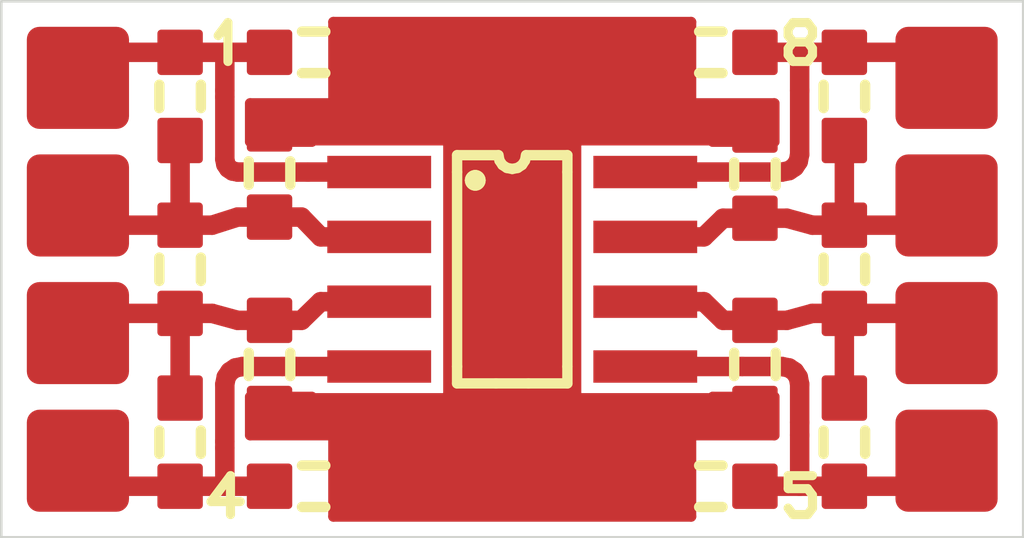
<source format=kicad_pcb>
(kicad_pcb
	(version 20241229)
	(generator "pcbnew")
	(generator_version "9.0")
	(general
		(thickness 1.6)
		(legacy_teardrops no)
	)
	(paper "A4")
	(layers
		(0 "F.Cu" signal)
		(2 "B.Cu" signal)
		(9 "F.Adhes" user "F.Adhesive")
		(11 "B.Adhes" user "B.Adhesive")
		(13 "F.Paste" user)
		(15 "B.Paste" user)
		(5 "F.SilkS" user "F.Silkscreen")
		(7 "B.SilkS" user "B.Silkscreen")
		(1 "F.Mask" user)
		(3 "B.Mask" user)
		(17 "Dwgs.User" user "User.Drawings")
		(19 "Cmts.User" user "User.Comments")
		(21 "Eco1.User" user "User.Eco1")
		(23 "Eco2.User" user "User.Eco2")
		(25 "Edge.Cuts" user)
		(27 "Margin" user)
		(31 "F.CrtYd" user "F.Courtyard")
		(29 "B.CrtYd" user "B.Courtyard")
	)
	(setup
		(pad_to_mask_clearance 0)
		(allow_soldermask_bridges_in_footprints no)
		(tenting front back)
		(pcbplotparams
			(layerselection 0x00000000_00000000_55555555_5755f5ff)
			(plot_on_all_layers_selection 0x00000000_00000000_00000000_00000000)
			(disableapertmacros no)
			(usegerberextensions no)
			(usegerberattributes yes)
			(usegerberadvancedattributes yes)
			(creategerberjobfile yes)
			(dashed_line_dash_ratio 12.000000)
			(dashed_line_gap_ratio 3.000000)
			(svgprecision 4)
			(plotframeref no)
			(mode 1)
			(useauxorigin no)
			(hpglpennumber 1)
			(hpglpenspeed 20)
			(hpglpendiameter 15.000000)
			(pdf_front_fp_property_popups yes)
			(pdf_back_fp_property_popups yes)
			(pdf_metadata yes)
			(pdf_single_document no)
			(dxfpolygonmode yes)
			(dxfimperialunits yes)
			(dxfusepcbnewfont yes)
			(psnegative no)
			(psa4output no)
			(plot_black_and_white yes)
			(sketchpadsonfab no)
			(plotpadnumbers no)
			(hidednponfab no)
			(sketchdnponfab yes)
			(crossoutdnponfab yes)
			(subtractmaskfromsilk no)
			(outputformat 1)
			(mirror no)
			(drillshape 1)
			(scaleselection 1)
			(outputdirectory "")
		)
	)
	(net 0 "")
	(gr_poly
		(pts
			(xy 7.36108 -10.05702) (xy 7.37549 -10.06138) (xy 7.38844 -10.06831) (xy 7.39967 -10.07753) (xy 7.40889 -10.08875)
			(xy 7.41582 -10.10171) (xy 7.42018 -10.11612) (xy 7.4217 -10.1317) (xy 7.4217 -10.8683) (xy 7.42018 -10.88388)
			(xy 7.41582 -10.89829) (xy 7.40889 -10.91125) (xy 7.39967 -10.92247) (xy 7.38844 -10.93169) (xy 7.37549 -10.93862)
			(xy 7.36108 -10.94298) (xy 7.3455 -10.9445) (xy 6.6089 -10.9445) (xy 6.59332 -10.94298) (xy 6.57891 -10.93862)
			(xy 6.56596 -10.93169) (xy 6.55473 -10.92247) (xy 6.54551 -10.91125) (xy 6.53858 -10.89829) (xy 6.53422 -10.88388)
			(xy 6.5327 -10.8683) (xy 6.5327 -10.1317) (xy 6.53422 -10.11612) (xy 6.53858 -10.10171) (xy 6.54551 -10.08875)
			(xy 6.55473 -10.07753) (xy 6.56596 -10.06831) (xy 6.57891 -10.06138) (xy 6.59332 -10.05702) (xy 6.6089 -10.0555)
			(xy 7.3455 -10.0555)
		)
		(stroke
			(width 0)
			(type solid)
		)
		(fill yes)
		(layer "F.Cu")
		(uuid "005ff29c-c0a5-414c-9c90-01eb5bde8773")
	)
	(gr_poly
		(pts
			(xy 19.30112 -9.00497) (xy 19.34839 -9.01929) (xy 19.3909 -9.04202) (xy 19.42773 -9.07227) (xy 19.45797 -9.1091)
			(xy 19.48071 -9.15161) (xy 19.49503 -9.19888) (xy 19.5 -9.25) (xy 19.5 -10.75) (xy 19.49503 -10.80112)
			(xy 19.48071 -10.84839) (xy 19.45797 -10.8909) (xy 19.42773 -10.92773) (xy 19.3909 -10.95798) (xy 19.34839 -10.98071)
			(xy 19.30112 -10.99503) (xy 19.25 -11) (xy 17.75 -11) (xy 17.69888 -10.99503) (xy 17.65161 -10.98071)
			(xy 17.6091 -10.95798) (xy 17.57227 -10.92773) (xy 17.54203 -10.8909) (xy 17.51929 -10.84839) (xy 17.50497 -10.80112)
			(xy 17.5 -10.75) (xy 17.5 -9.25) (xy 17.50497 -9.19888) (xy 17.51929 -9.15161) (xy 17.54203 -9.1091)
			(xy 17.57227 -9.07227) (xy 17.6091 -9.04202) (xy 17.65161 -9.01929) (xy 17.69888 -9.00497) (xy 17.75 -9)
			(xy 19.25 -9)
		)
		(stroke
			(width 0)
			(type solid)
		)
		(fill yes)
		(layer "F.Cu")
		(uuid "02b60e08-c1d2-439c-b599-c6a4d27e9bf8")
	)
	(gr_poly
		(pts
			(xy 5.63388 -4.80702) (xy 5.64829 -4.81138) (xy 5.66125 -4.81831) (xy 5.67247 -4.82753) (xy 5.68169 -4.83876)
			(xy 5.68862 -4.85171) (xy 5.69298 -4.86612) (xy 5.6945 -4.8817) (xy 5.6945 -5.6183) (xy 5.69298 -5.63388)
			(xy 5.68862 -5.64829) (xy 5.68169 -5.66124) (xy 5.67247 -5.67247) (xy 5.66125 -5.68169) (xy 5.64829 -5.68862)
			(xy 5.63388 -5.69298) (xy 5.6183 -5.6945) (xy 4.8817 -5.6945) (xy 4.86612 -5.69298) (xy 4.85171 -5.68862)
			(xy 4.83875 -5.68169) (xy 4.82753 -5.67247) (xy 4.81831 -5.66124) (xy 4.81138 -5.64829) (xy 4.80702 -5.63388)
			(xy 4.8055 -5.6183) (xy 4.8055 -4.8817) (xy 4.80702 -4.86612) (xy 4.81138 -4.85171) (xy 4.81831 -4.83876)
			(xy 4.82753 -4.82753) (xy 4.83875 -4.81831) (xy 4.85171 -4.81138) (xy 4.86612 -4.80702) (xy 4.8817 -4.8055)
			(xy 5.6183 -4.8055)
		)
		(stroke
			(width 0)
			(type solid)
		)
		(fill yes)
		(layer "F.Cu")
		(uuid "0bcfacf0-6d43-4c22-85b1-34ef9c592b27")
	)
	(gr_poly
		(pts
			(xy 14.70792 -3.6244) (xy 14.79208 -3.6244) (xy 14.8516 -3.56488) (xy 14.8516 -3.48072) (xy 14.79208 -3.4212)
			(xy 14.70792 -3.4212) (xy 14.6484 -3.48072) (xy 14.6484 -3.56488)
		)
		(stroke
			(width 0)
			(type solid)
		)
		(fill yes)
		(layer "F.Cu")
		(uuid "0cae3bd9-2b07-4fe9-aee2-f2cf05342fa6")
	)
	(gr_poly
		(pts
			(xy 14.79208 -8.8756) (xy 14.70792 -8.8756) (xy 14.6484 -8.93512) (xy 14.6484 -9.01928) (xy 14.70792 -9.0788)
			(xy 14.79208 -9.0788) (xy 14.8516 -9.01928) (xy 14.8516 -8.93512)
		)
		(stroke
			(width 0)
			(type solid)
		)
		(fill yes)
		(layer "F.Cu")
		(uuid "1604d5d4-efc6-466b-8906-af0023a49e23")
	)
	(gr_poly
		(pts
			(xy 2.30112 -1.50497) (xy 2.34839 -1.51929) (xy 2.3909 -1.54202) (xy 2.42773 -1.57227) (xy 2.45797 -1.6091)
			(xy 2.48071 -1.65161) (xy 2.49503 -1.69888) (xy 2.5 -1.75) (xy 2.5 -3.25) (xy 2.49503 -3.30112) (xy 2.48071 -3.34839)
			(xy 2.45797 -3.3909) (xy 2.42773 -3.42773) (xy 2.3909 -3.45798) (xy 2.34839 -3.48071) (xy 2.30112 -3.49503)
			(xy 2.25 -3.5) (xy 0.75 -3.5) (xy 0.69888 -3.49503) (xy 0.65161 -3.48071) (xy 0.6091 -3.45798) (xy 0.57227 -3.42773)
			(xy 0.54203 -3.3909) (xy 0.51929 -3.34839) (xy 0.50497 -3.30112) (xy 0.5 -3.25) (xy 0.5 -1.75) (xy 0.50497 -1.69888)
			(xy 0.51929 -1.65161) (xy 0.54203 -1.6091) (xy 0.57227 -1.57227) (xy 0.6091 -1.54202) (xy 0.65161 -1.51929)
			(xy 0.69888 -1.50497) (xy 0.75 -1.5) (xy 2.25 -1.5)
		)
		(stroke
			(width 0)
			(type solid)
		)
		(fill yes)
		(layer "F.Cu")
		(uuid "170a9059-8d55-4534-8b08-88acd3abf653")
	)
	(gr_poly
		(pts
			(xy 15.13388 -10.05702) (xy 15.14829 -10.06138) (xy 15.16124 -10.06831) (xy 15.17247 -10.07753) (xy 15.18169 -10.08875)
			(xy 15.18862 -10.10171) (xy 15.19298 -10.11612) (xy 15.1945 -10.1317) (xy 15.1945 -10.8683) (xy 15.19298 -10.88388)
			(xy 15.18862 -10.89829) (xy 15.18169 -10.91125) (xy 15.17247 -10.92247) (xy 15.16124 -10.93169) (xy 15.14829 -10.93862)
			(xy 15.13388 -10.94298) (xy 15.1183 -10.9445) (xy 14.3817 -10.9445) (xy 14.36612 -10.94298) (xy 14.35171 -10.93862)
			(xy 14.33876 -10.93169) (xy 14.32753 -10.92247) (xy 14.31831 -10.91125) (xy 14.31138 -10.89829) (xy 14.30702 -10.88388)
			(xy 14.3055 -10.8683) (xy 14.3055 -10.1317) (xy 14.30702 -10.11612) (xy 14.31138 -10.10171) (xy 14.31831 -10.08875)
			(xy 14.32753 -10.07753) (xy 14.33876 -10.06831) (xy 14.35171 -10.06138) (xy 14.36612 -10.05702) (xy 14.3817 -10.0555)
			(xy 15.1183 -10.0555)
		)
		(stroke
			(width 0)
			(type solid)
		)
		(fill yes)
		(layer "F.Cu")
		(uuid "1a0a0fdc-3178-4dad-8a1c-ec24a9b19c48")
	)
	(gr_poly
		(pts
			(xy 3.88388 -10.05702) (xy 3.89829 -10.06138) (xy 3.91125 -10.06831) (xy 3.92247 -10.07753) (xy 3.93169 -10.08876)
			(xy 3.93862 -10.10171) (xy 3.94298 -10.11612) (xy 3.9445 -10.1317) (xy 3.9445 -10.8683) (xy 3.94298 -10.88388)
			(xy 3.93862 -10.89829) (xy 3.93169 -10.91124) (xy 3.92247 -10.92247) (xy 3.91125 -10.93169) (xy 3.89829 -10.93862)
			(xy 3.88388 -10.94298) (xy 3.8683 -10.9445) (xy 3.1317 -10.9445) (xy 3.11612 -10.94298) (xy 3.10171 -10.93862)
			(xy 3.08875 -10.93169) (xy 3.07753 -10.92247) (xy 3.06831 -10.91124) (xy 3.06138 -10.89829) (xy 3.05702 -10.88388)
			(xy 3.0555 -10.8683) (xy 3.0555 -10.1317) (xy 3.05702 -10.11612) (xy 3.06138 -10.10171) (xy 3.06831 -10.08876)
			(xy 3.07753 -10.07753) (xy 3.08875 -10.06831) (xy 3.10171 -10.06138) (xy 3.11612 -10.05702) (xy 3.1317 -10.0555)
			(xy 3.8683 -10.0555)
		)
		(stroke
			(width 0)
			(type solid)
		)
		(fill yes)
		(layer "F.Cu")
		(uuid "1cc0feac-1c78-417a-af4e-215b5b2400e3")
	)
	(gr_poly
		(pts
			(xy 10.80112 -1.50497) (xy 10.84839 -1.51929) (xy 10.8909 -1.54202) (xy 10.92773 -1.57227) (xy 10.95797 -1.6091)
			(xy 10.98071 -1.65161) (xy 10.99503 -1.69888) (xy 11 -1.75) (xy 11 -3.25) (xy 10.99503 -3.30112)
			(xy 10.98071 -3.34839) (xy 10.95797 -3.3909) (xy 10.92773 -3.42773) (xy 10.8909 -3.45798) (xy 10.84839 -3.48071)
			(xy 10.80112 -3.49503) (xy 10.75 -3.5) (xy 9.25 -3.5) (xy 9.19888 -3.49503) (xy 9.15161 -3.48071)
			(xy 9.1091 -3.45798) (xy 9.07227 -3.42773) (xy 9.04203 -3.3909) (xy 9.01929 -3.34839) (xy 9.00497 -3.30112)
			(xy 9 -3.25) (xy 9 -1.75) (xy 9.00497 -1.69888) (xy 9.01929 -1.65161) (xy 9.04203 -1.6091) (xy 9.07227 -1.57227)
			(xy 9.1091 -1.54202) (xy 9.15161 -1.51929) (xy 9.19888 -1.50497) (xy 9.25 -1.5) (xy 10.75 -1.5)
		)
		(stroke
			(width 0)
			(type solid)
		)
		(fill yes)
		(layer "F.Cu")
		(uuid "242c2cac-6a47-4ac3-bf1c-d0f303751587")
	)
	(gr_poly
		(pts
			(xy 7.36108 -1.55702) (xy 7.37549 -1.56138) (xy 7.38844 -1.56831) (xy 7.39967 -1.57753) (xy 7.40889 -1.58875)
			(xy 7.41582 -1.60171) (xy 7.42018 -1.61612) (xy 7.4217 -1.6317) (xy 7.4217 -2.3683) (xy 7.42018 -2.38388)
			(xy 7.41582 -2.39829) (xy 7.40889 -2.41125) (xy 7.39967 -2.42247) (xy 7.38844 -2.43169) (xy 7.37549 -2.43862)
			(xy 7.36108 -2.44298) (xy 7.3455 -2.4445) (xy 6.6089 -2.4445) (xy 6.59332 -2.44298) (xy 6.57891 -2.43862)
			(xy 6.56596 -2.43169) (xy 6.55473 -2.42247) (xy 6.54551 -2.41125) (xy 6.53858 -2.39829) (xy 6.53422 -2.38388)
			(xy 6.5327 -2.3683) (xy 6.5327 -1.6317) (xy 6.53422 -1.61612) (xy 6.53858 -1.60171) (xy 6.54551 -1.58875)
			(xy 6.55473 -1.57753) (xy 6.56596 -1.56831) (xy 6.57891 -1.56138) (xy 6.59332 -1.55702) (xy 6.6089 -1.5555)
			(xy 7.3455 -1.5555)
		)
		(stroke
			(width 0)
			(type solid)
		)
		(fill yes)
		(layer "F.Cu")
		(uuid "28f4ca89-faa8-4cb6-9819-664a586840eb")
	)
	(gr_poly
		(pts
			(xy 15.13388 -3.07982) (xy 15.14829 -3.08418) (xy 15.16125 -3.09111) (xy 15.17247 -3.10033) (xy 15.18169 -3.11156)
			(xy 15.18862 -3.12451) (xy 15.19298 -3.13892) (xy 15.1945 -3.1545) (xy 15.1945 -3.8911) (xy 15.19298 -3.90668)
			(xy 15.18862 -3.92109) (xy 15.18169 -3.93404) (xy 15.17247 -3.94527) (xy 15.16125 -3.95449) (xy 15.14829 -3.96142)
			(xy 15.13388 -3.96578) (xy 15.1183 -3.9673) (xy 14.3817 -3.9673) (xy 14.36612 -3.96578) (xy 14.35171 -3.96142)
			(xy 14.33875 -3.95449) (xy 14.32753 -3.94527) (xy 14.31831 -3.93404) (xy 14.31138 -3.92109) (xy 14.30702 -3.90668)
			(xy 14.3055 -3.8911) (xy 14.3055 -3.1545) (xy 14.30702 -3.13892) (xy 14.31138 -3.12451) (xy 14.31831 -3.11156)
			(xy 14.32753 -3.10033) (xy 14.33875 -3.09111) (xy 14.35171 -3.08418) (xy 14.36612 -3.07982) (xy 14.3817 -3.0783)
			(xy 15.1183 -3.0783)
		)
		(stroke
			(width 0)
			(type solid)
		)
		(fill yes)
		(layer "F.Cu")
		(uuid "2a973732-da00-495c-a85f-9f64e2d845ba")
	)
	(gr_poly
		(pts
			(xy 13.6195 -4.6625) (xy 11.5875 -4.6625) (xy 11.5875 -4.0275) (xy 13.6195 -4.0275)
		)
		(stroke
			(width 0)
			(type solid)
		)
		(fill yes)
		(layer "F.Cu")
		(uuid "34ae28e8-d46c-4e1f-809e-9cdcfe907508")
	)
	(gr_poly
		(pts
			(xy 3.88388 -3.28422) (xy 3.89829 -3.28858) (xy 3.91125 -3.29551) (xy 3.92247 -3.30473) (xy 3.93169 -3.31596)
			(xy 3.93862 -3.32891) (xy 3.94298 -3.34332) (xy 3.9445 -3.3589) (xy 3.9445 -4.0955) (xy 3.94298 -4.11108)
			(xy 3.93862 -4.12549) (xy 3.93169 -4.13844) (xy 3.92247 -4.14967) (xy 3.91125 -4.15889) (xy 3.89829 -4.16582)
			(xy 3.88388 -4.17018) (xy 3.8683 -4.1717) (xy 3.1317 -4.1717) (xy 3.11612 -4.17018) (xy 3.10171 -4.16582)
			(xy 3.08875 -4.15889) (xy 3.07753 -4.14967) (xy 3.06831 -4.13844) (xy 3.06138 -4.12549) (xy 3.05702 -4.11108)
			(xy 3.0555 -4.0955) (xy 3.0555 -3.3589) (xy 3.05702 -3.34332) (xy 3.06138 -3.32891) (xy 3.06831 -3.31596)
			(xy 3.07753 -3.30473) (xy 3.08875 -3.29551) (xy 3.10171 -3.28858) (xy 3.11612 -3.28422) (xy 3.1317 -3.2827)
			(xy 3.8683 -3.2827)
		)
		(stroke
			(width 0)
			(type solid)
		)
		(fill yes)
		(layer "F.Cu")
		(uuid "3ef8e1ae-e6c5-42e0-aaef-b81be7c01280")
	)
	(gr_poly
		(pts
			(xy 8.4125 -7.2025) (xy 6.3805 -7.2025) (xy 6.3805 -6.5675) (xy 8.4125 -6.5675)
		)
		(stroke
			(width 0)
			(type solid)
		)
		(fill yes)
		(layer "F.Cu")
		(uuid "3f79907d-dbe0-418c-8547-26b7b55369d2")
	)
	(gr_poly
		(pts
			(xy 13.40668 -1.55702) (xy 13.42109 -1.56138) (xy 13.43404 -1.56831) (xy 13.44527 -1.57753) (xy 13.45449 -1.58875)
			(xy 13.46142 -1.60171) (xy 13.46578 -1.61612) (xy 13.4673 -1.6317) (xy 13.4673 -2.3683) (xy 13.46578 -2.38388)
			(xy 13.46142 -2.39829) (xy 13.45449 -2.41125) (xy 13.44527 -2.42247) (xy 13.43404 -2.43169) (xy 13.42109 -2.43862)
			(xy 13.40668 -2.44298) (xy 13.3911 -2.4445) (xy 12.6545 -2.4445) (xy 12.63892 -2.44298) (xy 12.62451 -2.43862)
			(xy 12.61156 -2.43169) (xy 12.60033 -2.42247) (xy 12.59111 -2.41125) (xy 12.58418 -2.39829) (xy 12.57982 -2.38388)
			(xy 12.5783 -2.3683) (xy 12.5783 -1.6317) (xy 12.57982 -1.61612) (xy 12.58418 -1.60171) (xy 12.59111 -1.58875)
			(xy 12.60033 -1.57753) (xy 12.61156 -1.56831) (xy 12.62451 -1.56138) (xy 12.63892 -1.55702) (xy 12.6545 -1.5555)
			(xy 13.3911 -1.5555)
		)
		(stroke
			(width 0)
			(type solid)
		)
		(fill yes)
		(layer "F.Cu")
		(uuid "413a21e2-7bf2-43d4-83a2-e23d816561ce")
	)
	(gr_poly
		(pts
			(xy 13.40668 -10.05702) (xy 13.42109 -10.06138) (xy 13.43404 -10.06831) (xy 13.44527 -10.07753) (xy 13.45449 -10.08875)
			(xy 13.46142 -10.10171) (xy 13.46578 -10.11612) (xy 13.4673 -10.1317) (xy 13.4673 -10.8683) (xy 13.46578 -10.88388)
			(xy 13.46142 -10.89829) (xy 13.45449 -10.91125) (xy 13.44527 -10.92247) (xy 13.43404 -10.93169) (xy 13.42109 -10.93862)
			(xy 13.40668 -10.94298) (xy 13.3911 -10.9445) (xy 12.6545 -10.9445) (xy 12.63892 -10.94298) (xy 12.62451 -10.93862)
			(xy 12.61156 -10.93169) (xy 12.60033 -10.92247) (xy 12.59111 -10.91125) (xy 12.58418 -10.89829) (xy 12.57982 -10.88388)
			(xy 12.5783 -10.8683) (xy 12.5783 -10.1317) (xy 12.57982 -10.11612) (xy 12.58418 -10.10171) (xy 12.59111 -10.08875)
			(xy 12.60033 -10.07753) (xy 12.61156 -10.06831) (xy 12.62451 -10.06138) (xy 12.63892 -10.05702) (xy 12.6545 -10.0555)
			(xy 13.3911 -10.0555)
		)
		(stroke
			(width 0)
			(type solid)
		)
		(fill yes)
		(layer "F.Cu")
		(uuid "4392914a-5488-49be-b257-142afaf8cd9f")
	)
	(gr_poly
		(pts
			(xy 5.20792 -3.6244) (xy 5.29208 -3.6244) (xy 5.3516 -3.56488) (xy 5.3516 -3.48072) (xy 5.29208 -3.4212)
			(xy 5.20792 -3.4212) (xy 5.1484 -3.48072) (xy 5.1484 -3.56488)
		)
		(stroke
			(width 0)
			(type solid)
		)
		(fill yes)
		(layer "F.Cu")
		(uuid "450ce3ab-2fa5-435e-a451-d6a87cb1ef65")
	)
	(gr_poly
		(pts
			(xy 5.63388 -3.07982) (xy 5.64829 -3.08418) (xy 5.66125 -3.09111) (xy 5.67247 -3.10033) (xy 5.68169 -3.11156)
			(xy 5.68862 -3.12451) (xy 5.69298 -3.13892) (xy 5.6945 -3.1545) (xy 5.6945 -3.8911) (xy 5.69298 -3.90668)
			(xy 5.68862 -3.92109) (xy 5.68169 -3.93404) (xy 5.67247 -3.94527) (xy 5.66125 -3.95449) (xy 5.64829 -3.96142)
			(xy 5.63388 -3.96578) (xy 5.6183 -3.9673) (xy 4.8817 -3.9673) (xy 4.86612 -3.96578) (xy 4.85171 -3.96142)
			(xy 4.83875 -3.95449) (xy 4.82753 -3.94527) (xy 4.81831 -3.93404) (xy 4.81138 -3.92109) (xy 4.80702 -3.90668)
			(xy 4.8055 -3.8911) (xy 4.8055 -3.1545) (xy 4.80702 -3.13892) (xy 4.81138 -3.12451) (xy 4.81831 -3.11156)
			(xy 4.82753 -3.10033) (xy 4.83875 -3.09111) (xy 4.85171 -3.08418) (xy 4.86612 -3.07982) (xy 4.8817 -3.0783)
			(xy 5.6183 -3.0783)
		)
		(stroke
			(width 0)
			(type solid)
		)
		(fill yes)
		(layer "F.Cu")
		(uuid "454a0f45-5e99-4dd9-a646-71f17a7ff890")
	)
	(gr_poly
		(pts
			(xy 3.88388 -6.67072) (xy 3.89829 -6.67508) (xy 3.91125 -6.68201) (xy 3.92247 -6.69123) (xy 3.93169 -6.70246)
			(xy 3.93862 -6.71541) (xy 3.94298 -6.72982) (xy 3.9445 -6.7454) (xy 3.9445 -7.482) (xy 3.94298 -7.49758)
			(xy 3.93862 -7.51199) (xy 3.93169 -7.52494) (xy 3.92247 -7.53617) (xy 3.91125 -7.54539) (xy 3.89829 -7.55232)
			(xy 3.88388 -7.55668) (xy 3.8683 -7.5582) (xy 3.1317 -7.5582) (xy 3.11612 -7.55668) (xy 3.10171 -7.55232)
			(xy 3.08875 -7.54539) (xy 3.07753 -7.53617) (xy 3.06831 -7.52494) (xy 3.06138 -7.51199) (xy 3.05702 -7.49758)
			(xy 3.0555 -7.482) (xy 3.0555 -6.7454) (xy 3.05702 -6.72982) (xy 3.06138 -6.71541) (xy 3.06831 -6.70246)
			(xy 3.07753 -6.69123) (xy 3.08875 -6.68201) (xy 3.10171 -6.67508) (xy 3.11612 -6.67072) (xy 3.1317 -6.6692)
			(xy 3.8683 -6.6692)
		)
		(stroke
			(width 0)
			(type solid)
		)
		(fill yes)
		(layer "F.Cu")
		(uuid "4aa4c915-4eb1-476a-9107-eca47fdc1a05")
	)
	(gr_poly
		(pts
			(xy 2.30112 -9.00497) (xy 2.34839 -9.01929) (xy 2.3909 -9.04202) (xy 2.42773 -9.07227) (xy 2.45797 -9.1091)
			(xy 2.48071 -9.15161) (xy 2.49503 -9.19888) (xy 2.5 -9.25) (xy 2.5 -10.75) (xy 2.49503 -10.80112)
			(xy 2.48071 -10.84839) (xy 2.45797 -10.8909) (xy 2.42773 -10.92773) (xy 2.3909 -10.95798) (xy 2.34839 -10.98071)
			(xy 2.30112 -10.99503) (xy 2.25 -11) (xy 0.75 -11) (xy 0.69888 -10.99503) (xy 0.65161 -10.98071)
			(xy 0.6091 -10.95798) (xy 0.57227 -10.92773) (xy 0.54203 -10.8909) (xy 0.51929 -10.84839) (xy 0.50497 -10.80112)
			(xy 0.5 -10.75) (xy 0.5 -9.25) (xy 0.50497 -9.19888) (xy 0.51929 -9.15161) (xy 0.54203 -9.1091) (xy 0.57227 -9.07227)
			(xy 0.6091 -9.04202) (xy 0.65161 -9.01929) (xy 0.69888 -9.00497) (xy 0.75 -9) (xy 2.25 -9)
		)
		(stroke
			(width 0)
			(type solid)
		)
		(fill yes)
		(layer "F.Cu")
		(uuid "4ae5ab0b-03d0-429b-aa84-81d4b9f1a769")
	)
	(gr_poly
		(pts
			(xy 8.4125 -5.9325) (xy 6.3805 -5.9325) (xy 6.3805 -5.2975) (xy 8.4125 -5.2975)
		)
		(stroke
			(width 0)
			(type solid)
		)
		(fill yes)
		(layer "F.Cu")
		(uuid "4ffc7df9-c50c-4b16-8e56-4412f48da045")
	)
	(gr_poly
		(pts
			(xy 15.13388 -1.55702) (xy 15.14829 -1.56138) (xy 15.16124 -1.56831) (xy 15.17247 -1.57753) (xy 15.18169 -1.58875)
			(xy 15.18862 -1.60171) (xy 15.19298 -1.61612) (xy 15.1945 -1.6317) (xy 15.1945 -2.3683) (xy 15.19298 -2.38388)
			(xy 15.18862 -2.39829) (xy 15.18169 -2.41125) (xy 15.17247 -2.42247) (xy 15.16124 -2.43169) (xy 15.14829 -2.43862)
			(xy 15.13388 -2.44298) (xy 15.1183 -2.4445) (xy 14.3817 -2.4445) (xy 14.36612 -2.44298) (xy 14.35171 -2.43862)
			(xy 14.33876 -2.43169) (xy 14.32753 -2.42247) (xy 14.31831 -2.41125) (xy 14.31138 -2.39829) (xy 14.30702 -2.38388)
			(xy 14.3055 -2.3683) (xy 14.3055 -1.6317) (xy 14.30702 -1.61612) (xy 14.31138 -1.60171) (xy 14.31831 -1.58875)
			(xy 14.32753 -1.57753) (xy 14.33876 -1.56831) (xy 14.35171 -1.56138) (xy 14.36612 -1.55702) (xy 14.3817 -1.5555)
			(xy 15.1183 -1.5555)
		)
		(stroke
			(width 0)
			(type solid)
		)
		(fill yes)
		(layer "F.Cu")
		(uuid "52f9c1b3-8065-4c68-8e28-b20883c4535f")
	)
	(gr_poly
		(pts
			(xy 3.88388 -8.32982) (xy 3.89829 -8.33418) (xy 3.91125 -8.34111) (xy 3.92247 -8.35033) (xy 3.93169 -8.36156)
			(xy 3.93862 -8.37451) (xy 3.94298 -8.38892) (xy 3.9445 -8.4045) (xy 3.9445 -9.1411) (xy 3.94298 -9.15668)
			(xy 3.93862 -9.17109) (xy 3.93169 -9.18404) (xy 3.92247 -9.19527) (xy 3.91125 -9.20449) (xy 3.89829 -9.21142)
			(xy 3.88388 -9.21578) (xy 3.8683 -9.2173) (xy 3.1317 -9.2173) (xy 3.11612 -9.21578) (xy 3.10171 -9.21142)
			(xy 3.08875 -9.20449) (xy 3.07753 -9.19527) (xy 3.06831 -9.18404) (xy 3.06138 -9.17109) (xy 3.05702 -9.15668)
			(xy 3.0555 -9.1411) (xy 3.0555 -8.4045) (xy 3.05702 -8.38892) (xy 3.06138 -8.37451) (xy 3.06831 -8.36156)
			(xy 3.07753 -8.35033) (xy 3.08875 -8.34111) (xy 3.10171 -8.33418) (xy 3.11612 -8.32982) (xy 3.1317 -8.3283)
			(xy 3.8683 -8.3283)
		)
		(stroke
			(width 0)
			(type solid)
		)
		(fill yes)
		(layer "F.Cu")
		(uuid "5ba0a7fc-331d-4981-9d53-b42486224c24")
	)
	(gr_poly
		(pts
			(xy 19.30112 -6.50497) (xy 19.34839 -6.51929) (xy 19.3909 -6.54202) (xy 19.42773 -6.57227) (xy 19.45797 -6.6091)
			(xy 19.48071 -6.65161) (xy 19.49503 -6.69888) (xy 19.5 -6.75) (xy 19.5 -8.25) (xy 19.49503 -8.30112)
			(xy 19.48071 -8.34839) (xy 19.45797 -8.3909) (xy 19.42773 -8.42773) (xy 19.3909 -8.45798) (xy 19.34839 -8.48071)
			(xy 19.30112 -8.49503) (xy 19.25 -8.5) (xy 17.75 -8.5) (xy 17.69888 -8.49503) (xy 17.65161 -8.48071)
			(xy 17.6091 -8.45798) (xy 17.57227 -8.42773) (xy 17.54203 -8.3909) (xy 17.51929 -8.34839) (xy 17.50497 -8.30112)
			(xy 17.5 -8.25) (xy 17.5 -6.75) (xy 17.50497 -6.69888) (xy 17.51929 -6.65161) (xy 17.54203 -6.6091)
			(xy 17.57227 -6.57227) (xy 17.6091 -6.54202) (xy 17.65161 -6.51929) (xy 17.69888 -6.50497) (xy 17.75 -6.5)
			(xy 19.25 -6.5)
		)
		(stroke
			(width 0)
			(type solid)
		)
		(fill yes)
		(layer "F.Cu")
		(uuid "62fc9996-8414-4d98-954b-43e0cf9505dc")
	)
	(gr_poly
		(pts
			(xy 16.88388 -6.67072) (xy 16.89829 -6.67508) (xy 16.91125 -6.68201) (xy 16.92247 -6.69123) (xy 16.93169 -6.70246)
			(xy 16.93862 -6.71541) (xy 16.94298 -6.72982) (xy 16.9445 -6.7454) (xy 16.9445 -7.482) (xy 16.94298 -7.49758)
			(xy 16.93862 -7.51199) (xy 16.93169 -7.52494) (xy 16.92247 -7.53617) (xy 16.91125 -7.54539) (xy 16.89829 -7.55232)
			(xy 16.88388 -7.55668) (xy 16.8683 -7.5582) (xy 16.1317 -7.5582) (xy 16.11612 -7.55668) (xy 16.10171 -7.55232)
			(xy 16.08875 -7.54539) (xy 16.07753 -7.53617) (xy 16.06831 -7.52494) (xy 16.06138 -7.51199) (xy 16.05702 -7.49758)
			(xy 16.0555 -7.482) (xy 16.0555 -6.7454) (xy 16.05702 -6.72982) (xy 16.06138 -6.71541) (xy 16.06831 -6.70246)
			(xy 16.07753 -6.69123) (xy 16.08875 -6.68201) (xy 16.10171 -6.67508) (xy 16.11612 -6.67072) (xy 16.1317 -6.6692)
			(xy 16.8683 -6.6692)
		)
		(stroke
			(width 0)
			(type solid)
		)
		(fill yes)
		(layer "F.Cu")
		(uuid "79fb733d-8b45-4861-80e8-c53071af28b0")
	)
	(gr_poly
		(pts
			(xy 6.8756 -1.95792) (xy 6.8756 -2.04208) (xy 6.93512 -2.1016) (xy 7.01928 -2.1016) (xy 7.0788 -2.04208)
			(xy 7.0788 -1.95792) (xy 7.01928 -1.8984) (xy 6.93512 -1.8984)
		)
		(stroke
			(width 0)
			(type solid)
		)
		(fill yes)
		(layer "F.Cu")
		(uuid "7b7164fd-48d2-4130-a71a-a879ccb98bc5")
	)
	(gr_poly
		(pts
			(xy 15.13388 -6.80702) (xy 15.14829 -6.81138) (xy 15.16125 -6.81831) (xy 15.17247 -6.82753) (xy 15.18169 -6.83876)
			(xy 15.18862 -6.85171) (xy 15.19298 -6.86612) (xy 15.1945 -6.8817) (xy 15.1945 -7.6183) (xy 15.19298 -7.63388)
			(xy 15.18862 -7.64829) (xy 15.18169 -7.66124) (xy 15.17247 -7.67247) (xy 15.16125 -7.68169) (xy 15.14829 -7.68862)
			(xy 15.13388 -7.69298) (xy 15.1183 -7.6945) (xy 14.3817 -7.6945) (xy 14.36612 -7.69298) (xy 14.35171 -7.68862)
			(xy 14.33875 -7.68169) (xy 14.32753 -7.67247) (xy 14.31831 -7.66124) (xy 14.31138 -7.64829) (xy 14.30702 -7.63388)
			(xy 14.3055 -7.6183) (xy 14.3055 -6.8817) (xy 14.30702 -6.86612) (xy 14.31138 -6.85171) (xy 14.31831 -6.83876)
			(xy 14.32753 -6.82753) (xy 14.33875 -6.81831) (xy 14.35171 -6.81138) (xy 14.36612 -6.80702) (xy 14.3817 -6.8055)
			(xy 15.1183 -6.8055)
		)
		(stroke
			(width 0)
			(type solid)
		)
		(fill yes)
		(layer "F.Cu")
		(uuid "7bec9fb0-6a9d-4171-b3c4-b3c0f706b525")
	)
	(gr_poly
		(pts
			(xy 8.4125 -4.6625) (xy 6.3805 -4.6625) (xy 6.3805 -4.0275) (xy 8.4125 -4.0275)
		)
		(stroke
			(width 0)
			(type solid)
		)
		(fill yes)
		(layer "F.Cu")
		(uuid "7c519aec-7484-4a44-a43a-bd8bc4cf938c")
	)
	(gr_poly
		(pts
			(xy 13.5 -9.5) (xy 15.12971 -9.5) (xy 15.12971 -8.75) (xy 13.92429 -8.75) (xy 13.92429 -8.77729)
			(xy 11.28271 -8.77729) (xy 11.28271 -8.75) (xy 11.25 -8.75) (xy 11.25 -3.75) (xy 11.28271 -3.75)
			(xy 11.28271 -3.72271) (xy 13.92429 -3.72271) (xy 13.92429 -3.75) (xy 15.12971 -3.75) (xy 15.12971 -2.99991)
			(xy 13.5 -3) (xy 13.5 -1.4064) (xy 6.5 -1.4064) (xy 6.5 -3) (xy 4.87029 -3) (xy 4.87029 -3.75) (xy 6.07571 -3.75)
			(xy 6.07571 -3.72271) (xy 8.71729 -3.72271) (xy 8.71729 -3.75) (xy 8.75 -3.75) (xy 8.75 -8.75) (xy 8.71729 -8.75)
			(xy 8.71729 -8.77729) (xy 6.07571 -8.77729) (xy 6.07571 -8.75) (xy 4.87029 -8.75) (xy 4.87029 -9.5)
			(xy 6.5 -9.5) (xy 6.5 -11.0936) (xy 13.5 -11.0936)
		)
		(stroke
			(width 0)
			(type solid)
		)
		(fill yes)
		(layer "F.Cu")
		(uuid "816a4028-2022-40ea-a50d-c6ded008a316")
	)
	(gr_poly
		(pts
			(xy 15.13388 -8.53422) (xy 15.14829 -8.53858) (xy 15.16125 -8.54551) (xy 15.17247 -8.55473) (xy 15.18169 -8.56596)
			(xy 15.18862 -8.57891) (xy 15.19298 -8.59332) (xy 15.1945 -8.6089) (xy 15.1945 -9.3455) (xy 15.19298 -9.36108)
			(xy 15.18862 -9.37549) (xy 15.18169 -9.38844) (xy 15.17247 -9.39967) (xy 15.16125 -9.40889) (xy 15.14829 -9.41582)
			(xy 15.13388 -9.42018) (xy 15.1183 -9.4217) (xy 14.3817 -9.4217) (xy 14.36612 -9.42018) (xy 14.35171 -9.41582)
			(xy 14.33875 -9.40889) (xy 14.32753 -9.39967) (xy 14.31831 -9.38844) (xy 14.31138 -9.37549) (xy 14.30702 -9.36108)
			(xy 14.3055 -9.3455) (xy 14.3055 -8.6089) (xy 14.30702 -8.59332) (xy 14.31138 -8.57891) (xy 14.31831 -8.56596)
			(xy 14.32753 -8.55473) (xy 14.33875 -8.54551) (xy 14.35171 -8.53858) (xy 14.36612 -8.53422) (xy 14.3817 -8.5327)
			(xy 15.1183 -8.5327)
		)
		(stroke
			(width 0)
			(type solid)
		)
		(fill yes)
		(layer "F.Cu")
		(uuid "9228cff8-fbce-462f-981d-f9a7c82d5218")
	)
	(gr_poly
		(pts
			(xy 5.63388 -10.05702) (xy 5.64829 -10.06138) (xy 5.66124 -10.06831) (xy 5.67247 -10.07753) (xy 5.68169 -10.08875)
			(xy 5.68862 -10.10171) (xy 5.69298 -10.11612) (xy 5.6945 -10.1317) (xy 5.6945 -10.8683) (xy 5.69298 -10.88388)
			(xy 5.68862 -10.89829) (xy 5.68169 -10.91125) (xy 5.67247 -10.92247) (xy 5.66124 -10.93169) (xy 5.64829 -10.93862)
			(xy 5.63388 -10.94298) (xy 5.6183 -10.9445) (xy 4.8817 -10.9445) (xy 4.86612 -10.94298) (xy 4.85171 -10.93862)
			(xy 4.83876 -10.93169) (xy 4.82753 -10.92247) (xy 4.81831 -10.91125) (xy 4.81138 -10.89829) (xy 4.80702 -10.88388)
			(xy 4.8055 -10.8683) (xy 4.8055 -10.1317) (xy 4.80702 -10.11612) (xy 4.81138 -10.10171) (xy 4.81831 -10.08875)
			(xy 4.82753 -10.07753) (xy 4.83876 -10.06831) (xy 4.85171 -10.06138) (xy 4.86612 -10.05702) (xy 4.8817 -10.0555)
			(xy 5.6183 -10.0555)
		)
		(stroke
			(width 0)
			(type solid)
		)
		(fill yes)
		(layer "F.Cu")
		(uuid "97a08a30-9aaf-4460-9e23-ae06bba7c0e9")
	)
	(gr_poly
		(pts
			(xy 19.30112 -1.50497) (xy 19.34839 -1.51929) (xy 19.3909 -1.54202) (xy 19.42773 -1.57227) (xy 19.45797 -1.6091)
			(xy 19.48071 -1.65161) (xy 19.49503 -1.69888) (xy 19.5 -1.75) (xy 19.5 -3.25) (xy 19.49503 -3.30112)
			(xy 19.48071 -3.34839) (xy 19.45797 -3.3909) (xy 19.42773 -3.42773) (xy 19.3909 -3.45798) (xy 19.34839 -3.48071)
			(xy 19.30112 -3.49503) (xy 19.25 -3.5) (xy 17.75 -3.5) (xy 17.69888 -3.49503) (xy 17.65161 -3.48071)
			(xy 17.6091 -3.45798) (xy 17.57227 -3.42773) (xy 17.54203 -3.3909) (xy 17.51929 -3.34839) (xy 17.50497 -3.30112)
			(xy 17.5 -3.25) (xy 17.5 -1.75) (xy 17.50497 -1.69888) (xy 17.51929 -1.65161) (xy 17.54203 -1.6091)
			(xy 17.57227 -1.57227) (xy 17.6091 -1.54202) (xy 17.65161 -1.51929) (xy 17.69888 -1.50497) (xy 17.75 -1.5)
			(xy 19.25 -1.5)
		)
		(stroke
			(width 0)
			(type solid)
		)
		(fill yes)
		(layer "F.Cu")
		(uuid "97eb983b-606b-4063-a03e-d31f7934d480")
	)
	(gr_poly
		(pts
			(xy 13.1244 -2.04208) (xy 13.1244 -1.95792) (xy 13.06488 -1.8984) (xy 12.98072 -1.8984) (xy 12.9212 -1.95792)
			(xy 12.9212 -2.04208) (xy 12.98072 -2.1016) (xy 13.06488 -2.1016)
		)
		(stroke
			(width 0)
			(type solid)
		)
		(fill yes)
		(layer "F.Cu")
		(uuid "9a354b1a-1ec9-49ff-a00c-d9944ee68075")
	)
	(gr_poly
		(pts
			(xy 13.1244 -10.54208) (xy 13.1244 -10.45792) (xy 13.06488 -10.3984) (xy 12.98072 -10.3984) (xy 12.9212 -10.45792)
			(xy 12.9212 -10.54208) (xy 12.98072 -10.6016) (xy 13.06488 -10.6016)
		)
		(stroke
			(width 0)
			(type solid)
		)
		(fill yes)
		(layer "F.Cu")
		(uuid "9de80be3-23fd-469e-8040-b265d94d48d0")
	)
	(gr_poly
		(pts
			(xy 16.88388 -3.28422) (xy 16.89829 -3.28858) (xy 16.91125 -3.29551) (xy 16.92247 -3.30473) (xy 16.93169 -3.31596)
			(xy 16.93862 -3.32891) (xy 16.94298 -3.34332) (xy 16.9445 -3.3589) (xy 16.9445 -4.0955) (xy 16.94298 -4.11108)
			(xy 16.93862 -4.12549) (xy 16.93169 -4.13844) (xy 16.92247 -4.14967) (xy 16.91125 -4.15889) (xy 16.89829 -4.16582)
			(xy 16.88388 -4.17018) (xy 16.8683 -4.1717) (xy 16.1317 -4.1717) (xy 16.11612 -4.17018) (xy 16.10171 -4.16582)
			(xy 16.08875 -4.15889) (xy 16.07753 -4.14967) (xy 16.06831 -4.13844) (xy 16.06138 -4.12549) (xy 16.05702 -4.11108)
			(xy 16.0555 -4.0955) (xy 16.0555 -3.3589) (xy 16.05702 -3.34332) (xy 16.06138 -3.32891) (xy 16.06831 -3.31596)
			(xy 16.07753 -3.30473) (xy 16.08875 -3.29551) (xy 16.10171 -3.28858) (xy 16.11612 -3.28422) (xy 16.1317 -3.2827)
			(xy 16.8683 -3.2827)
		)
		(stroke
			(width 0)
			(type solid)
		)
		(fill yes)
		(layer "F.Cu")
		(uuid "9e30b531-1647-4719-8dfe-640629019ea5")
	)
	(gr_poly
		(pts
			(xy 16.88388 -8.32982) (xy 16.89829 -8.33418) (xy 16.91125 -8.34111) (xy 16.92247 -8.35033) (xy 16.93169 -8.36156)
			(xy 16.93862 -8.37451) (xy 16.94298 -8.38892) (xy 16.9445 -8.4045) (xy 16.9445 -9.1411) (xy 16.94298 -9.15668)
			(xy 16.93862 -9.17109) (xy 16.93169 -9.18404) (xy 16.92247 -9.19527) (xy 16.91125 -9.20449) (xy 16.89829 -9.21142)
			(xy 16.88388 -9.21578) (xy 16.8683 -9.2173) (xy 16.1317 -9.2173) (xy 16.11612 -9.21578) (xy 16.10171 -9.21142)
			(xy 16.08875 -9.20449) (xy 16.07753 -9.19527) (xy 16.06831 -9.18404) (xy 16.06138 -9.17109) (xy 16.05702 -9.15668)
			(xy 16.0555 -9.1411) (xy 16.0555 -8.4045) (xy 16.05702 -8.38892) (xy 16.06138 -8.37451) (xy 16.06831 -8.36156)
			(xy 16.07753 -8.35033) (xy 16.08875 -8.34111) (xy 16.10171 -8.33418) (xy 16.11612 -8.32982) (xy 16.1317 -8.3283)
			(xy 16.8683 -8.3283)
		)
		(stroke
			(width 0)
			(type solid)
		)
		(fill yes)
		(layer "F.Cu")
		(uuid "9f080380-b289-4e3e-98b1-36eabb83d707")
	)
	(gr_poly
		(pts
			(xy 9.8984 -2.45792) (xy 9.8984 -2.54208) (xy 9.95792 -2.6016) (xy 10.04208 -2.6016) (xy 10.1016 -2.54208)
			(xy 10.1016 -2.45792) (xy 10.04208 -2.3984) (xy 9.95792 -2.3984)
		)
		(stroke
			(width 0)
			(type solid)
		)
		(fill yes)
		(layer "F.Cu")
		(uuid "a9d2a73f-b478-473f-b86c-6cd15991dade")
	)
	(gr_poly
		(pts
			(xy 13.6195 -7.2025) (xy 11.5875 -7.2025) (xy 11.5875 -6.5675) (xy 13.6195 -6.5675)
		)
		(stroke
			(width 0)
			(type solid)
		)
		(fill yes)
		(layer "F.Cu")
		(uuid "ac312941-e0d2-4992-b7e6-3c3e6863ce71")
	)
	(gr_poly
		(pts
			(xy 16.88388 -10.05702) (xy 16.89829 -10.06138) (xy 16.91125 -10.06831) (xy 16.92247 -10.07753) (xy 16.93169 -10.08876)
			(xy 16.93862 -10.10171) (xy 16.94298 -10.11612) (xy 16.9445 -10.1317) (xy 16.9445 -10.8683) (xy 16.94298 -10.88388)
			(xy 16.93862 -10.89829) (xy 16.93169 -10.91124) (xy 16.92247 -10.92247) (xy 16.91125 -10.93169) (xy 16.89829 -10.93862)
			(xy 16.88388 -10.94298) (xy 16.8683 -10.9445) (xy 16.1317 -10.9445) (xy 16.11612 -10.94298) (xy 16.10171 -10.93862)
			(xy 16.08875 -10.93169) (xy 16.07753 -10.92247) (xy 16.06831 -10.91124) (xy 16.06138 -10.89829) (xy 16.05702 -10.88388)
			(xy 16.0555 -10.8683) (xy 16.0555 -10.1317) (xy 16.05702 -10.11612) (xy 16.06138 -10.10171) (xy 16.06831 -10.08876)
			(xy 16.07753 -10.07753) (xy 16.08875 -10.06831) (xy 16.10171 -10.06138) (xy 16.11612 -10.05702) (xy 16.1317 -10.0555)
			(xy 16.8683 -10.0555)
		)
		(stroke
			(width 0)
			(type solid)
		)
		(fill yes)
		(layer "F.Cu")
		(uuid "aed83ff3-0553-4fdf-aec4-6c5e83a81e55")
	)
	(gr_poly
		(pts
			(xy 13.6195 -5.9325) (xy 11.5875 -5.9325) (xy 11.5875 -5.2975) (xy 13.6195 -5.2975)
		)
		(stroke
			(width 0)
			(type solid)
		)
		(fill yes)
		(layer "F.Cu")
		(uuid "b1b05608-c2a8-461e-9d9f-50695080250a")
	)
	(gr_poly
		(pts
			(xy 16.88388 -4.94352) (xy 16.89829 -4.94788) (xy 16.91125 -4.95481) (xy 16.92247 -4.96403) (xy 16.93169 -4.97526)
			(xy 16.93862 -4.98821) (xy 16.94298 -5.00262) (xy 16.9445 -5.0182) (xy 16.9445 -5.7548) (xy 16.94298 -5.77038)
			(xy 16.93862 -5.78479) (xy 16.93169 -5.79774) (xy 16.92247 -5.80897) (xy 16.91125 -5.81819) (xy 16.89829 -5.82512)
			(xy 16.88388 -5.82948) (xy 16.8683 -5.831) (xy 16.1317 -5.831) (xy 16.11612 -5.82948) (xy 16.10171 -5.82512)
			(xy 16.08875 -5.81819) (xy 16.07753 -5.80897) (xy 16.06831 -5.79774) (xy 16.06138 -5.78479) (xy 16.05702 -5.77038)
			(xy 16.0555 -5.7548) (xy 16.0555 -5.0182) (xy 16.05702 -5.00262) (xy 16.06138 -4.98821) (xy 16.06831 -4.97526)
			(xy 16.07753 -4.96403) (xy 16.08875 -4.95481) (xy 16.10171 -4.94788) (xy 16.11612 -4.94352) (xy 16.1317 -4.942)
			(xy 16.8683 -4.942)
		)
		(stroke
			(width 0)
			(type solid)
		)
		(fill yes)
		(layer "F.Cu")
		(uuid "b3cc1ed6-9ac4-4cd4-a45c-a3f31b98cf5d")
	)
	(gr_poly
		(pts
			(xy 5.29208 -8.8984) (xy 5.20792 -8.8984) (xy 5.1484 -8.95792) (xy 5.1484 -9.04208) (xy 5.20792 -9.1016)
			(xy 5.29208 -9.1016) (xy 5.3516 -9.04208) (xy 5.3516 -8.95792)
		)
		(stroke
			(width 0)
			(type solid)
		)
		(fill yes)
		(layer "F.Cu")
		(uuid "b6d0fc45-5b8b-42f5-9afd-c5d58a466fdc")
	)
	(gr_poly
		(pts
			(xy 5.63389 -6.82981) (xy 5.6483 -6.83417) (xy 5.66126 -6.8411) (xy 5.67248 -6.85032) (xy 5.6817 -6.86155)
			(xy 5.68863 -6.8745) (xy 5.69299 -6.88891) (xy 5.69451 -6.90449) (xy 5.69451 -7.64109) (xy 5.69299 -7.65667)
			(xy 5.68863 -7.67108) (xy 5.6817 -7.68403) (xy 5.67248 -7.69526) (xy 5.66126 -7.70448) (xy 5.6483 -7.71141)
			(xy 5.63389 -7.71577) (xy 5.61831 -7.71729) (xy 4.88171 -7.71729) (xy 4.86613 -7.71577) (xy 4.85172 -7.71141)
			(xy 4.83876 -7.70448) (xy 4.82754 -7.69526) (xy 4.81832 -7.68403) (xy 4.81139 -7.67108) (xy 4.80703 -7.65667)
			(xy 4.80551 -7.64109) (xy 4.80551 -6.90449) (xy 4.80703 -6.88891) (xy 4.81139 -6.8745) (xy 4.81832 -6.86155)
			(xy 4.82754 -6.85032) (xy 4.83876 -6.8411) (xy 4.85172 -6.83417) (xy 4.86613 -6.82981) (xy 4.88171 -6.82829)
			(xy 5.61831 -6.82829)
		)
		(stroke
			(width 0)
			(type solid)
		)
		(fill yes)
		(layer "F.Cu")
		(uuid "be769a01-a6f1-47dd-9eae-933377ab4e6a")
	)
	(gr_poly
		(pts
			(xy 19.30112 -4.00497) (xy 19.34839 -4.01929) (xy 19.3909 -4.04202) (xy 19.42773 -4.07227) (xy 19.45797 -4.1091)
			(xy 19.48071 -4.15161) (xy 19.49503 -4.19888) (xy 19.5 -4.25) (xy 19.5 -5.75) (xy 19.49503 -5.80112)
			(xy 19.48071 -5.84839) (xy 19.45797 -5.8909) (xy 19.42773 -5.92773) (xy 19.3909 -5.95798) (xy 19.34839 -5.98071)
			(xy 19.30112 -5.99503) (xy 19.25 -6) (xy 17.75 -6) (xy 17.69888 -5.99503) (xy 17.65161 -5.98071)
			(xy 17.6091 -5.95798) (xy 17.57227 -5.92773) (xy 17.54203 -5.8909) (xy 17.51929 -5.84839) (xy 17.50497 -5.80112)
			(xy 17.5 -5.75) (xy 17.5 -4.25) (xy 17.50497 -4.19888) (xy 17.51929 -4.15161) (xy 17.54203 -4.1091)
			(xy 17.57227 -4.07227) (xy 17.6091 -4.04202) (xy 17.65161 -4.01929) (xy 17.69888 -4.00497) (xy 17.75 -4)
			(xy 19.25 -4)
		)
		(stroke
			(width 0)
			(type solid)
		)
		(fill yes)
		(layer "F.Cu")
		(uuid "befba4fa-8e36-4e93-9b68-1772b7cefe13")
	)
	(gr_poly
		(pts
			(xy 6.8756 -10.45792) (xy 6.8756 -10.54208) (xy 6.93512 -10.6016) (xy 7.01928 -10.6016) (xy 7.0788 -10.54208)
			(xy 7.0788 -10.45792) (xy 7.01928 -10.3984) (xy 6.93512 -10.3984)
		)
		(stroke
			(width 0)
			(type solid)
		)
		(fill yes)
		(layer "F.Cu")
		(uuid "c825fd86-6d5f-4d15-8a73-9bc67ba95e54")
	)
	(gr_poly
		(pts
			(xy 8.4125 -8.4725) (xy 6.3805 -8.4725) (xy 6.3805 -7.8375) (xy 8.4125 -7.8375)
		)
		(stroke
			(width 0)
			(type solid)
		)
		(fill yes)
		(layer "F.Cu")
		(uuid "c88d697d-34d6-47f2-a3b3-cae6e8176755")
	)
	(gr_poly
		(pts
			(xy 13.6195 -8.4725) (xy 11.5875 -8.4725) (xy 11.5875 -7.8375) (xy 13.6195 -7.8375)
		)
		(stroke
			(width 0)
			(type solid)
		)
		(fill yes)
		(layer "F.Cu")
		(uuid "ce558b2b-18b6-41df-9edc-d50e0ce13cc5")
	)
	(gr_poly
		(pts
			(xy 3.88388 -4.94352) (xy 3.89829 -4.94788) (xy 3.91125 -4.95481) (xy 3.92247 -4.96403) (xy 3.93169 -4.97526)
			(xy 3.93862 -4.98821) (xy 3.94298 -5.00262) (xy 3.9445 -5.0182) (xy 3.9445 -5.7548) (xy 3.94298 -5.77038)
			(xy 3.93862 -5.78479) (xy 3.93169 -5.79774) (xy 3.92247 -5.80897) (xy 3.91125 -5.81819) (xy 3.89829 -5.82512)
			(xy 3.88388 -5.82948) (xy 3.8683 -5.831) (xy 3.1317 -5.831) (xy 3.11612 -5.82948) (xy 3.10171 -5.82512)
			(xy 3.08875 -5.81819) (xy 3.07753 -5.80897) (xy 3.06831 -5.79774) (xy 3.06138 -5.78479) (xy 3.05702 -5.77038)
			(xy 3.0555 -5.7548) (xy 3.0555 -5.0182) (xy 3.05702 -5.00262) (xy 3.06138 -4.98821) (xy 3.06831 -4.97526)
			(xy 3.07753 -4.96403) (xy 3.08875 -4.95481) (xy 3.10171 -4.94788) (xy 3.11612 -4.94352) (xy 3.1317 -4.942)
			(xy 3.8683 -4.942)
		)
		(stroke
			(width 0)
			(type solid)
		)
		(fill yes)
		(layer "F.Cu")
		(uuid "d552fcd9-b186-4d55-be75-ea9eb5851712")
	)
	(gr_poly
		(pts
			(xy 3.88388 -1.55702) (xy 3.89829 -1.56138) (xy 3.91125 -1.56831) (xy 3.92247 -1.57753) (xy 3.93169 -1.58876)
			(xy 3.93862 -1.60171) (xy 3.94298 -1.61612) (xy 3.9445 -1.6317) (xy 3.9445 -2.3683) (xy 3.94298 -2.38388)
			(xy 3.93862 -2.39829) (xy 3.93169 -2.41124) (xy 3.92247 -2.42247) (xy 3.91125 -2.43169) (xy 3.89829 -2.43862)
			(xy 3.88388 -2.44298) (xy 3.8683 -2.4445) (xy 3.1317 -2.4445) (xy 3.11612 -2.44298) (xy 3.10171 -2.43862)
			(xy 3.08875 -2.43169) (xy 3.07753 -2.42247) (xy 3.06831 -2.41124) (xy 3.06138 -2.39829) (xy 3.05702 -2.38388)
			(xy 3.0555 -2.3683) (xy 3.0555 -1.6317) (xy 3.05702 -1.61612) (xy 3.06138 -1.60171) (xy 3.06831 -1.58876)
			(xy 3.07753 -1.57753) (xy 3.08875 -1.56831) (xy 3.10171 -1.56138) (xy 3.11612 -1.55702) (xy 3.1317 -1.5555)
			(xy 3.8683 -1.5555)
		)
		(stroke
			(width 0)
			(type solid)
		)
		(fill yes)
		(layer "F.Cu")
		(uuid "ef2d6b78-1871-4037-949e-0eba1c1f9ba7")
	)
	(gr_poly
		(pts
			(xy 5.63388 -8.55702) (xy 5.64829 -8.56138) (xy 5.66125 -8.56831) (xy 5.67247 -8.57753) (xy 5.68169 -8.58876)
			(xy 5.68862 -8.60171) (xy 5.69298 -8.61612) (xy 5.6945 -8.6317) (xy 5.6945 -9.3683) (xy 5.69298 -9.38388)
			(xy 5.68862 -9.39829) (xy 5.68169 -9.41124) (xy 5.67247 -9.42247) (xy 5.66125 -9.43169) (xy 5.64829 -9.43862)
			(xy 5.63388 -9.44298) (xy 5.6183 -9.4445) (xy 4.8817 -9.4445) (xy 4.86612 -9.44298) (xy 4.85171 -9.43862)
			(xy 4.83875 -9.43169) (xy 4.82753 -9.42247) (xy 4.81831 -9.41124) (xy 4.81138 -9.39829) (xy 4.80702 -9.38388)
			(xy 4.8055 -9.3683) (xy 4.8055 -8.6317) (xy 4.80702 -8.61612) (xy 4.81138 -8.60171) (xy 4.81831 -8.58876)
			(xy 4.82753 -8.57753) (xy 4.83875 -8.56831) (xy 4.85171 -8.56138) (xy 4.86612 -8.55702) (xy 4.8817 -8.5555)
			(xy 5.6183 -8.5555)
		)
		(stroke
			(width 0)
			(type solid)
		)
		(fill yes)
		(layer "F.Cu")
		(uuid "f3ee422b-6ec7-4e89-b860-4bc3d0390177")
	)
	(gr_poly
		(pts
			(xy 2.30112 -4.00497) (xy 2.34839 -4.01929) (xy 2.3909 -4.04202) (xy 2.42773 -4.07227) (xy 2.45797 -4.1091)
			(xy 2.48071 -4.15161) (xy 2.49503 -4.19888) (xy 2.5 -4.25) (xy 2.5 -5.75) (xy 2.49503 -5.80112) (xy 2.48071 -5.84839)
			(xy 2.45797 -5.8909) (xy 2.42773 -5.92773) (xy 2.3909 -5.95798) (xy 2.34839 -5.98071) (xy 2.30112 -5.99503)
			(xy 2.25 -6) (xy 0.75 -6) (xy 0.69888 -5.99503) (xy 0.65161 -5.98071) (xy 0.6091 -5.95798) (xy 0.57227 -5.92773)
			(xy 0.54203 -5.8909) (xy 0.51929 -5.84839) (xy 0.50497 -5.80112) (xy 0.5 -5.75) (xy 0.5 -4.25) (xy 0.50497 -4.19888)
			(xy 0.51929 -4.15161) (xy 0.54203 -4.1091) (xy 0.57227 -4.07227) (xy 0.6091 -4.04202) (xy 0.65161 -4.01929)
			(xy 0.69888 -4.00497) (xy 0.75 -4) (xy 2.25 -4)
		)
		(stroke
			(width 0)
			(type solid)
		)
		(fill yes)
		(layer "F.Cu")
		(uuid "f4b3056c-d5a6-4f84-a559-6defa699b427")
	)
	(gr_poly
		(pts
			(xy 15.13388 -4.80702) (xy 15.14829 -4.81138) (xy 15.16125 -4.81831) (xy 15.17247 -4.82753) (xy 15.18169 -4.83876)
			(xy 15.18862 -4.85171) (xy 15.19298 -4.86612) (xy 15.1945 -4.8817) (xy 15.1945 -5.6183) (xy 15.19298 -5.63388)
			(xy 15.18862 -5.64829) (xy 15.18169 -5.66124) (xy 15.17247 -5.67247) (xy 15.16125 -5.68169) (xy 15.14829 -5.68862)
			(xy 15.13388 -5.69298) (xy 15.1183 -5.6945) (xy 14.3817 -5.6945) (xy 14.36612 -5.69298) (xy 14.35171 -5.68862)
			(xy 14.33875 -5.68169) (xy 14.32753 -5.67247) (xy 14.31831 -5.66124) (xy 14.31138 -5.64829) (xy 14.30702 -5.63388)
			(xy 14.3055 -5.6183) (xy 14.3055 -4.8817) (xy 14.30702 -4.86612) (xy 14.31138 -4.85171) (xy 14.31831 -4.83876)
			(xy 14.32753 -4.82753) (xy 14.33875 -4.81831) (xy 14.35171 -4.81138) (xy 14.36612 -4.80702) (xy 14.3817 -4.8055)
			(xy 15.1183 -4.8055)
		)
		(stroke
			(width 0)
			(type solid)
		)
		(fill yes)
		(layer "F.Cu")
		(uuid "f61c9c4f-f3c7-489f-8d58-934f2ac13f05")
	)
	(gr_poly
		(pts
			(xy 2.30112 -6.50497) (xy 2.34839 -6.51929) (xy 2.3909 -6.54202) (xy 2.42773 -6.57227) (xy 2.45797 -6.6091)
			(xy 2.48071 -6.65161) (xy 2.49503 -6.69888) (xy 2.5 -6.75) (xy 2.5 -8.25) (xy 2.49503 -8.30112) (xy 2.48071 -8.34839)
			(xy 2.45797 -8.3909) (xy 2.42773 -8.42773) (xy 2.3909 -8.45798) (xy 2.34839 -8.48071) (xy 2.30112 -8.49503)
			(xy 2.25 -8.5) (xy 0.75 -8.5) (xy 0.69888 -8.49503) (xy 0.65161 -8.48071) (xy 0.6091 -8.45798) (xy 0.57227 -8.42773)
			(xy 0.54203 -8.3909) (xy 0.51929 -8.34839) (xy 0.50497 -8.30112) (xy 0.5 -8.25) (xy 0.5 -6.75) (xy 0.50497 -6.69888)
			(xy 0.51929 -6.65161) (xy 0.54203 -6.6091) (xy 0.57227 -6.57227) (xy 0.6091 -6.54202) (xy 0.65161 -6.51929)
			(xy 0.69888 -6.50497) (xy 0.75 -6.5) (xy 2.25 -6.5)
		)
		(stroke
			(width 0)
			(type solid)
		)
		(fill yes)
		(layer "F.Cu")
		(uuid "f9e29df1-15ee-4f83-9d3b-99ae48c88d24")
	)
	(gr_poly
		(pts
			(xy 16.88388 -1.55702) (xy 16.89829 -1.56138) (xy 16.91125 -1.56831) (xy 16.92247 -1.57753) (xy 16.93169 -1.58876)
			(xy 16.93862 -1.60171) (xy 16.94298 -1.61612) (xy 16.9445 -1.6317) (xy 16.9445 -2.3683) (xy 16.94298 -2.38388)
			(xy 16.93862 -2.39829) (xy 16.93169 -2.41124) (xy 16.92247 -2.42247) (xy 16.91125 -2.43169) (xy 16.89829 -2.43862)
			(xy 16.88388 -2.44298) (xy 16.8683 -2.4445) (xy 16.1317 -2.4445) (xy 16.11612 -2.44298) (xy 16.10171 -2.43862)
			(xy 16.08875 -2.43169) (xy 16.07753 -2.42247) (xy 16.06831 -2.41124) (xy 16.06138 -2.39829) (xy 16.05702 -2.38388)
			(xy 16.0555 -2.3683) (xy 16.0555 -1.6317) (xy 16.05702 -1.61612) (xy 16.06138 -1.60171) (xy 16.06831 -1.58876)
			(xy 16.07753 -1.57753) (xy 16.08875 -1.56831) (xy 16.10171 -1.56138) (xy 16.11612 -1.55702) (xy 16.1317 -1.5555)
			(xy 16.8683 -1.5555)
		)
		(stroke
			(width 0)
			(type solid)
		)
		(fill yes)
		(layer "F.Cu")
		(uuid "fb3f3c64-f6c2-4b46-983d-54c17bb1cffb")
	)
	(gr_poly
		(pts
			(xy 5.63388 -1.55702) (xy 5.64829 -1.56138) (xy 5.66124 -1.56831) (xy 5.67247 -1.57753) (xy 5.68169 -1.58875)
			(xy 5.68862 -1.60171) (xy 5.69298 -1.61612) (xy 5.6945 -1.6317) (xy 5.6945 -2.3683) (xy 5.69298 -2.38388)
			(xy 5.68862 -2.39829) (xy 5.68169 -2.41125) (xy 5.67247 -2.42247) (xy 5.66124 -2.43169) (xy 5.64829 -2.43862)
			(xy 5.63388 -2.44298) (xy 5.6183 -2.4445) (xy 4.8817 -2.4445) (xy 4.86612 -2.44298) (xy 4.85171 -2.43862)
			(xy 4.83876 -2.43169) (xy 4.82753 -2.42247) (xy 4.81831 -2.41125) (xy 4.81138 -2.39829) (xy 4.80702 -2.38388)
			(xy 4.8055 -2.3683) (xy 4.8055 -1.6317) (xy 4.80702 -1.61612) (xy 4.81138 -1.60171) (xy 4.81831 -1.58875)
			(xy 4.82753 -1.57753) (xy 4.83876 -1.56831) (xy 4.85171 -1.56138) (xy 4.86612 -1.55702) (xy 4.8817 -1.5555)
			(xy 5.6183 -1.5555)
		)
		(stroke
			(width 0)
			(type solid)
		)
		(fill yes)
		(layer "F.Cu")
		(uuid "fb6f0106-5d54-4d60-904e-f701aa47f425")
	)
	(gr_poly
		(pts
			(xy 13.41707 -10.00723) (xy 13.44108 -10.0145) (xy 13.46268 -10.02605) (xy 13.48139 -10.04141) (xy 13.49675 -10.06013)
			(xy 13.5083 -10.08172) (xy 13.51557 -10.10573) (xy 13.5181 -10.1317) (xy 13.5181 -10.8683) (xy 13.51557 -10.89427)
			(xy 13.5083 -10.91828) (xy 13.49675 -10.93987) (xy 13.48139 -10.95859) (xy 13.46268 -10.97395) (xy 13.44108 -10.9855)
			(xy 13.41707 -10.99277) (xy 13.3911 -10.9953) (xy 12.6545 -10.9953) (xy 12.62853 -10.99277) (xy 12.60452 -10.9855)
			(xy 12.58292 -10.97395) (xy 12.56421 -10.95859) (xy 12.54885 -10.93987) (xy 12.5373 -10.91828) (xy 12.53003 -10.89427)
			(xy 12.5275 -10.8683) (xy 12.5275 -10.1317) (xy 12.53003 -10.10573) (xy 12.5373 -10.08172) (xy 12.54885 -10.06013)
			(xy 12.56421 -10.04141) (xy 12.58292 -10.02605) (xy 12.60452 -10.0145) (xy 12.62853 -10.00723) (xy 12.6545 -10.0047)
			(xy 13.3911 -10.0047)
		)
		(stroke
			(width 0)
			(type solid)
		)
		(fill yes)
		(layer "F.Mask")
		(uuid "04da269b-06d5-4295-b3f5-fc839662a2d4")
	)
	(gr_poly
		(pts
			(xy 13.63248 -3.96526) (xy 13.64449 -3.9689) (xy 13.65528 -3.97468) (xy 13.66464 -3.98236) (xy 13.67232 -3.99172)
			(xy 13.6781 -4.00251) (xy 13.68174 -4.01452) (xy 13.683 -4.0275) (xy 13.683 -4.6625) (xy 13.68174 -4.67548)
			(xy 13.6781 -4.68749) (xy 13.67232 -4.69828) (xy 13.66464 -4.70764) (xy 13.65528 -4.71532) (xy 13.64449 -4.7211)
			(xy 13.63248 -4.72474) (xy 13.6195 -4.726) (xy 11.5875 -4.726) (xy 11.57452 -4.72474) (xy 11.56251 -4.7211)
			(xy 11.55172 -4.71532) (xy 11.54236 -4.70764) (xy 11.53468 -4.69828) (xy 11.5289 -4.68749) (xy 11.52526 -4.67548)
			(xy 11.524 -4.6625) (xy 11.524 -4.0275) (xy 11.52526 -4.01452) (xy 11.5289 -4.00251) (xy 11.53468 -3.99172)
			(xy 11.54236 -3.98236) (xy 11.55172 -3.97468) (xy 11.56251 -3.9689) (xy 11.57452 -3.96526) (xy 11.5875 -3.964)
			(xy 13.6195 -3.964)
		)
		(stroke
			(width 0)
			(type solid)
		)
		(fill yes)
		(layer "F.Mask")
		(uuid "09f454ab-ee15-4332-916d-4bf4ab89a7ab")
	)
	(gr_poly
		(pts
			(xy 7.37147 -1.50723) (xy 7.39548 -1.5145) (xy 7.41708 -1.52605) (xy 7.43579 -1.54141) (xy 7.45115 -1.56013)
			(xy 7.4627 -1.58172) (xy 7.46997 -1.60573) (xy 7.4725 -1.6317) (xy 7.4725 -2.3683) (xy 7.46997 -2.39427)
			(xy 7.4627 -2.41828) (xy 7.45115 -2.43987) (xy 7.43579 -2.45859) (xy 7.41708 -2.47395) (xy 7.39548 -2.4855)
			(xy 7.37147 -2.49277) (xy 7.3455 -2.4953) (xy 6.6089 -2.4953) (xy 6.58293 -2.49277) (xy 6.55892 -2.4855)
			(xy 6.53732 -2.47395) (xy 6.51861 -2.45859) (xy 6.50325 -2.43987) (xy 6.4917 -2.41828) (xy 6.48443 -2.39427)
			(xy 6.4819 -2.3683) (xy 6.4819 -1.6317) (xy 6.48443 -1.60573) (xy 6.4917 -1.58172) (xy 6.50325 -1.56013)
			(xy 6.51861 -1.54141) (xy 6.53732 -1.52605) (xy 6.55892 -1.5145) (xy 6.58293 -1.50723) (xy 6.6089 -1.5047)
			(xy 7.3455 -1.5047)
		)
		(stroke
			(width 0)
			(type solid)
		)
		(fill yes)
		(layer "F.Mask")
		(uuid "10dc242e-ffa6-4131-928e-012933a6d73d")
	)
	(gr_poly
		(pts
			(xy 5.64427 -1.50723) (xy 5.66828 -1.5145) (xy 5.68988 -1.52605) (xy 5.70859 -1.54141) (xy 5.72395 -1.56013)
			(xy 5.7355 -1.58172) (xy 5.74277 -1.60573) (xy 5.7453 -1.6317) (xy 5.7453 -2.3683) (xy 5.74277 -2.39427)
			(xy 5.7355 -2.41828) (xy 5.72395 -2.43987) (xy 5.70859 -2.45859) (xy 5.68988 -2.47395) (xy 5.66828 -2.4855)
			(xy 5.64427 -2.49277) (xy 5.6183 -2.4953) (xy 4.8817 -2.4953) (xy 4.85573 -2.49277) (xy 4.83172 -2.4855)
			(xy 4.81012 -2.47395) (xy 4.79141 -2.45859) (xy 4.77605 -2.43987) (xy 4.7645 -2.41828) (xy 4.75723 -2.39427)
			(xy 4.7547 -2.3683) (xy 4.7547 -1.6317) (xy 4.75723 -1.60573) (xy 4.7645 -1.58172) (xy 4.77605 -1.56013)
			(xy 4.79141 -1.54141) (xy 4.81012 -1.52605) (xy 4.83172 -1.5145) (xy 4.85573 -1.50723) (xy 4.8817 -1.5047)
			(xy 5.6183 -1.5047)
		)
		(stroke
			(width 0)
			(type solid)
		)
		(fill yes)
		(layer "F.Mask")
		(uuid "1415fd2c-f656-4a6d-8179-56a6802cb992")
	)
	(gr_poly
		(pts
			(xy 15.14427 -10.00723) (xy 15.16828 -10.0145) (xy 15.18988 -10.02605) (xy 15.20859 -10.04141) (xy 15.22395 -10.06013)
			(xy 15.2355 -10.08172) (xy 15.24277 -10.10573) (xy 15.2453 -10.1317) (xy 15.2453 -10.8683) (xy 15.24277 -10.89427)
			(xy 15.2355 -10.91828) (xy 15.22395 -10.93987) (xy 15.20859 -10.95859) (xy 15.18988 -10.97395) (xy 15.16828 -10.9855)
			(xy 15.14427 -10.99277) (xy 15.1183 -10.9953) (xy 14.3817 -10.9953) (xy 14.35573 -10.99277) (xy 14.33172 -10.9855)
			(xy 14.31012 -10.97395) (xy 14.29141 -10.95859) (xy 14.27605 -10.93987) (xy 14.2645 -10.91828) (xy 14.25723 -10.89427)
			(xy 14.2547 -10.8683) (xy 14.2547 -10.1317) (xy 14.25723 -10.10573) (xy 14.2645 -10.08172) (xy 14.27605 -10.06013)
			(xy 14.29141 -10.04141) (xy 14.31012 -10.02605) (xy 14.33172 -10.0145) (xy 14.35573 -10.00723) (xy 14.3817 -10.0047)
			(xy 15.1183 -10.0047)
		)
		(stroke
			(width 0)
			(type solid)
		)
		(fill yes)
		(layer "F.Mask")
		(uuid "157e4685-24f5-4a0a-b3c3-2515969434c5")
	)
	(gr_poly
		(pts
			(xy 8.42548 -7.77526) (xy 8.43749 -7.7789) (xy 8.44828 -7.78468) (xy 8.45764 -7.79236) (xy 8.46532 -7.80172)
			(xy 8.4711 -7.81251) (xy 8.47474 -7.82452) (xy 8.476 -7.8375) (xy 8.476 -8.4725) (xy 8.47474 -8.48548)
			(xy 8.4711 -8.49749) (xy 8.46532 -8.50828) (xy 8.45764 -8.51764) (xy 8.44828 -8.52532) (xy 8.43749 -8.5311)
			(xy 8.42548 -8.53474) (xy 8.4125 -8.536) (xy 6.3805 -8.536) (xy 6.36752 -8.53474) (xy 6.35551 -8.5311)
			(xy 6.34472 -8.52532) (xy 6.33536 -8.51764) (xy 6.32768 -8.50828) (xy 6.3219 -8.49749) (xy 6.31826 -8.48548)
			(xy 6.317 -8.4725) (xy 6.317 -7.8375) (xy 6.31826 -7.82452) (xy 6.3219 -7.81251) (xy 6.32768 -7.80172)
			(xy 6.33536 -7.79236) (xy 6.34472 -7.78468) (xy 6.35551 -7.7789) (xy 6.36752 -7.77526) (xy 6.3805 -7.774)
			(xy 8.4125 -7.774)
		)
		(stroke
			(width 0)
			(type solid)
		)
		(fill yes)
		(layer "F.Mask")
		(uuid "160c88f9-87e6-448f-97ac-621a0c075552")
	)
	(gr_poly
		(pts
			(xy 8.42548 -5.23526) (xy 8.43749 -5.2389) (xy 8.44828 -5.24468) (xy 8.45764 -5.25236) (xy 8.46532 -5.26172)
			(xy 8.4711 -5.27251) (xy 8.47474 -5.28452) (xy 8.476 -5.2975) (xy 8.476 -5.9325) (xy 8.47474 -5.94548)
			(xy 8.4711 -5.95749) (xy 8.46532 -5.96828) (xy 8.45764 -5.97764) (xy 8.44828 -5.98532) (xy 8.43749 -5.9911)
			(xy 8.42548 -5.99474) (xy 8.4125 -5.996) (xy 6.3805 -5.996) (xy 6.36752 -5.99474) (xy 6.35551 -5.9911)
			(xy 6.34472 -5.98532) (xy 6.33536 -5.97764) (xy 6.32768 -5.96828) (xy 6.3219 -5.95749) (xy 6.31826 -5.94548)
			(xy 6.317 -5.9325) (xy 6.317 -5.2975) (xy 6.31826 -5.28452) (xy 6.3219 -5.27251) (xy 6.32768 -5.26172)
			(xy 6.33536 -5.25236) (xy 6.34472 -5.24468) (xy 6.35551 -5.2389) (xy 6.36752 -5.23526) (xy 6.3805 -5.234)
			(xy 8.4125 -5.234)
		)
		(stroke
			(width 0)
			(type solid)
		)
		(fill yes)
		(layer "F.Mask")
		(uuid "18e365b0-febc-4434-aa5b-5f8d2889f309")
	)
	(gr_poly
		(pts
			(xy 15.14427 -6.75723) (xy 15.16828 -6.7645) (xy 15.18987 -6.77605) (xy 15.20859 -6.79141) (xy 15.22395 -6.81012)
			(xy 15.2355 -6.83172) (xy 15.24277 -6.85573) (xy 15.2453 -6.8817) (xy 15.2453 -7.6183) (xy 15.24277 -7.64427)
			(xy 15.2355 -7.66828) (xy 15.22395 -7.68988) (xy 15.20859 -7.70859) (xy 15.18987 -7.72395) (xy 15.16828 -7.7355)
			(xy 15.14427 -7.74277) (xy 15.1183 -7.7453) (xy 14.3817 -7.7453) (xy 14.35573 -7.74277) (xy 14.33172 -7.7355)
			(xy 14.31013 -7.72395) (xy 14.29141 -7.70859) (xy 14.27605 -7.68988) (xy 14.2645 -7.66828) (xy 14.25723 -7.64427)
			(xy 14.2547 -7.6183) (xy 14.2547 -6.8817) (xy 14.25723 -6.85573) (xy 14.2645 -6.83172) (xy 14.27605 -6.81012)
			(xy 14.29141 -6.79141) (xy 14.31013 -6.77605) (xy 14.33172 -6.7645) (xy 14.35573 -6.75723) (xy 14.3817 -6.7547)
			(xy 15.1183 -6.7547)
		)
		(stroke
			(width 0)
			(type solid)
		)
		(fill yes)
		(layer "F.Mask")
		(uuid "1be9167f-8aa6-4804-94ce-705540811482")
	)
	(gr_poly
		(pts
			(xy 5.64427 -3.03003) (xy 5.66828 -3.0373) (xy 5.68987 -3.04885) (xy 5.70859 -3.06421) (xy 5.72395 -3.08292)
			(xy 5.7355 -3.10452) (xy 5.74277 -3.12853) (xy 5.7453 -3.1545) (xy 5.7453 -3.8911) (xy 5.74277 -3.91707)
			(xy 5.7355 -3.94108) (xy 5.72395 -3.96268) (xy 5.70859 -3.98139) (xy 5.68987 -3.99675) (xy 5.66828 -4.0083)
			(xy 5.64427 -4.01557) (xy 5.6183 -4.0181) (xy 4.8817 -4.0181) (xy 4.85573 -4.01557) (xy 4.83172 -4.0083)
			(xy 4.81013 -3.99675) (xy 4.79141 -3.98139) (xy 4.77605 -3.96268) (xy 4.7645 -3.94108) (xy 4.75723 -3.91707)
			(xy 4.7547 -3.8911) (xy 4.7547 -3.1545) (xy 4.75723 -3.12853) (xy 4.7645 -3.10452) (xy 4.77605 -3.08292)
			(xy 4.79141 -3.06421) (xy 4.81013 -3.04885) (xy 4.83172 -3.0373) (xy 4.85573 -3.03003) (xy 4.8817 -3.0275)
			(xy 5.6183 -3.0275)
		)
		(stroke
			(width 0)
			(type solid)
		)
		(fill yes)
		(layer "F.Mask")
		(uuid "263f1906-7e26-483d-a847-2c3621b1d352")
	)
	(gr_poly
		(pts
			(xy 13.63248 -7.77526) (xy 13.64449 -7.7789) (xy 13.65528 -7.78468) (xy 13.66464 -7.79236) (xy 13.67232 -7.80172)
			(xy 13.6781 -7.81251) (xy 13.68174 -7.82452) (xy 13.683 -7.8375) (xy 13.683 -8.4725) (xy 13.68174 -8.48548)
			(xy 13.6781 -8.49749) (xy 13.67232 -8.50828) (xy 13.66464 -8.51764) (xy 13.65528 -8.52532) (xy 13.64449 -8.5311)
			(xy 13.63248 -8.53474) (xy 13.6195 -8.536) (xy 11.5875 -8.536) (xy 11.57452 -8.53474) (xy 11.56251 -8.5311)
			(xy 11.55172 -8.52532) (xy 11.54236 -8.51764) (xy 11.53468 -8.50828) (xy 11.5289 -8.49749) (xy 11.52526 -8.48548)
			(xy 11.524 -8.4725) (xy 11.524 -7.8375) (xy 11.52526 -7.82452) (xy 11.5289 -7.81251) (xy 11.53468 -7.80172)
			(xy 11.54236 -7.79236) (xy 11.55172 -7.78468) (xy 11.56251 -7.7789) (xy 11.57452 -7.77526) (xy 11.5875 -7.774)
			(xy 13.6195 -7.774)
		)
		(stroke
			(width 0)
			(type solid)
		)
		(fill yes)
		(layer "F.Mask")
		(uuid "29ee71e8-48b0-4ef9-ace9-7c0da6fb0155")
	)
	(gr_poly
		(pts
			(xy 15.14427 -3.03003) (xy 15.16828 -3.0373) (xy 15.18987 -3.04885) (xy 15.20859 -3.06421) (xy 15.22395 -3.08292)
			(xy 15.2355 -3.10452) (xy 15.24277 -3.12853) (xy 15.2453 -3.1545) (xy 15.2453 -3.8911) (xy 15.24277 -3.91707)
			(xy 15.2355 -3.94108) (xy 15.22395 -3.96268) (xy 15.20859 -3.98139) (xy 15.18987 -3.99675) (xy 15.16828 -4.0083)
			(xy 15.14427 -4.01557) (xy 15.1183 -4.0181) (xy 14.3817 -4.0181) (xy 14.35573 -4.01557) (xy 14.33172 -4.0083)
			(xy 14.31013 -3.99675) (xy 14.29141 -3.98139) (xy 14.27605 -3.96268) (xy 14.2645 -3.94108) (xy 14.25723 -3.91707)
			(xy 14.2547 -3.8911) (xy 14.2547 -3.1545) (xy 14.25723 -3.12853) (xy 14.2645 -3.10452) (xy 14.27605 -3.08292)
			(xy 14.29141 -3.06421) (xy 14.31013 -3.04885) (xy 14.33172 -3.0373) (xy 14.35573 -3.03003) (xy 14.3817 -3.0275)
			(xy 15.1183 -3.0275)
		)
		(stroke
			(width 0)
			(type solid)
		)
		(fill yes)
		(layer "F.Mask")
		(uuid "2adf8755-2f62-4912-8601-918e64c26356")
	)
	(gr_poly
		(pts
			(xy 19.30112 -4.00497) (xy 19.34839 -4.01929) (xy 19.3909 -4.04202) (xy 19.42773 -4.07227) (xy 19.45797 -4.1091)
			(xy 19.48071 -4.15161) (xy 19.49503 -4.19888) (xy 19.5 -4.25) (xy 19.5 -5.75) (xy 19.49503 -5.80112)
			(xy 19.48071 -5.84839) (xy 19.45797 -5.8909) (xy 19.42773 -5.92773) (xy 19.3909 -5.95798) (xy 19.34839 -5.98071)
			(xy 19.30112 -5.99503) (xy 19.25 -6) (xy 17.75 -6) (xy 17.69888 -5.99503) (xy 17.65161 -5.98071)
			(xy 17.6091 -5.95798) (xy 17.57227 -5.92773) (xy 17.54203 -5.8909) (xy 17.51929 -5.84839) (xy 17.50497 -5.80112)
			(xy 17.5 -5.75) (xy 17.5 -4.25) (xy 17.50497 -4.19888) (xy 17.51929 -4.15161) (xy 17.54203 -4.1091)
			(xy 17.57227 -4.07227) (xy 17.6091 -4.04202) (xy 17.65161 -4.01929) (xy 17.69888 -4.00497) (xy 17.75 -4)
			(xy 19.25 -4)
		)
		(stroke
			(width 0)
			(type solid)
		)
		(fill yes)
		(layer "F.Mask")
		(uuid "3c1ab485-b2c7-48a0-b2cf-d842c7652619")
	)
	(gr_poly
		(pts
			(xy 3.89427 -8.28003) (xy 3.91828 -8.2873) (xy 3.93987 -8.29885) (xy 3.95859 -8.31421) (xy 3.97395 -8.33292)
			(xy 3.9855 -8.35452) (xy 3.99277 -8.37853) (xy 3.9953 -8.4045) (xy 3.9953 -9.1411) (xy 3.99277 -9.16707)
			(xy 3.9855 -9.19108) (xy 3.97395 -9.21268) (xy 3.95859 -9.23139) (xy 3.93987 -9.24675) (xy 3.91828 -9.2583)
			(xy 3.89427 -9.26557) (xy 3.8683 -9.2681) (xy 3.1317 -9.2681) (xy 3.10573 -9.26557) (xy 3.08172 -9.2583)
			(xy 3.06013 -9.24675) (xy 3.04141 -9.23139) (xy 3.02605 -9.21268) (xy 3.0145 -9.19108) (xy 3.00723 -9.16707)
			(xy 3.0047 -9.1411) (xy 3.0047 -8.4045) (xy 3.00723 -8.37853) (xy 3.0145 -8.35452) (xy 3.02605 -8.33292)
			(xy 3.04141 -8.31421) (xy 3.06013 -8.29885) (xy 3.08172 -8.2873) (xy 3.10573 -8.28003) (xy 3.1317 -8.2775)
			(xy 3.8683 -8.2775)
		)
		(stroke
			(width 0)
			(type solid)
		)
		(fill yes)
		(layer "F.Mask")
		(uuid "454ec51f-bf0b-4d36-bc85-e0259efc5abc")
	)
	(gr_poly
		(pts
			(xy 19.30112 -1.50497) (xy 19.34839 -1.51929) (xy 19.3909 -1.54202) (xy 19.42773 -1.57227) (xy 19.45797 -1.6091)
			(xy 19.48071 -1.65161) (xy 19.49503 -1.69888) (xy 19.5 -1.75) (xy 19.5 -3.25) (xy 19.49503 -3.30112)
			(xy 19.48071 -3.34839) (xy 19.45797 -3.3909) (xy 19.42773 -3.42773) (xy 19.3909 -3.45798) (xy 19.34839 -3.48071)
			(xy 19.30112 -3.49503) (xy 19.25 -3.5) (xy 17.75 -3.5) (xy 17.69888 -3.49503) (xy 17.65161 -3.48071)
			(xy 17.6091 -3.45798) (xy 17.57227 -3.42773) (xy 17.54203 -3.3909) (xy 17.51929 -3.34839) (xy 17.50497 -3.30112)
			(xy 17.5 -3.25) (xy 17.5 -1.75) (xy 17.50497 -1.69888) (xy 17.51929 -1.65161) (xy 17.54203 -1.6091)
			(xy 17.57227 -1.57227) (xy 17.6091 -1.54202) (xy 17.65161 -1.51929) (xy 17.69888 -1.50497) (xy 17.75 -1.5)
			(xy 19.25 -1.5)
		)
		(stroke
			(width 0)
			(type solid)
		)
		(fill yes)
		(layer "F.Mask")
		(uuid "496cecb5-e7b0-499f-94d6-0a8202aed767")
	)
	(gr_poly
		(pts
			(xy 15.14427 -8.48443) (xy 15.16828 -8.4917) (xy 15.18987 -8.50325) (xy 15.20859 -8.51861) (xy 15.22395 -8.53732)
			(xy 15.2355 -8.55892) (xy 15.24277 -8.58293) (xy 15.2453 -8.6089) (xy 15.2453 -9.3455) (xy 15.24277 -9.37147)
			(xy 15.2355 -9.39548) (xy 15.22395 -9.41708) (xy 15.20859 -9.43579) (xy 15.18987 -9.45115) (xy 15.16828 -9.4627)
			(xy 15.14427 -9.46997) (xy 15.1183 -9.4725) (xy 14.3817 -9.4725) (xy 14.35573 -9.46997) (xy 14.33172 -9.4627)
			(xy 14.31013 -9.45115) (xy 14.29141 -9.43579) (xy 14.27605 -9.41708) (xy 14.2645 -9.39548) (xy 14.25723 -9.37147)
			(xy 14.2547 -9.3455) (xy 14.2547 -8.6089) (xy 14.25723 -8.58293) (xy 14.2645 -8.55892) (xy 14.27605 -8.53732)
			(xy 14.29141 -8.51861) (xy 14.31013 -8.50325) (xy 14.33172 -8.4917) (xy 14.35573 -8.48443) (xy 14.3817 -8.4819)
			(xy 15.1183 -8.4819)
		)
		(stroke
			(width 0)
			(type solid)
		)
		(fill yes)
		(layer "F.Mask")
		(uuid "4ad16fb5-89f6-442e-9241-ff0442f3f928")
	)
	(gr_poly
		(pts
			(xy 3.89427 -4.89373) (xy 3.91828 -4.901) (xy 3.93987 -4.91255) (xy 3.95859 -4.92791) (xy 3.97395 -4.94662)
			(xy 3.9855 -4.96822) (xy 3.99277 -4.99223) (xy 3.9953 -5.0182) (xy 3.9953 -5.7548) (xy 3.99277 -5.78077)
			(xy 3.9855 -5.80478) (xy 3.97395 -5.82638) (xy 3.95859 -5.84509) (xy 3.93987 -5.86045) (xy 3.91828 -5.872)
			(xy 3.89427 -5.87927) (xy 3.8683 -5.8818) (xy 3.1317 -5.8818) (xy 3.10573 -5.87927) (xy 3.08172 -5.872)
			(xy 3.06013 -5.86045) (xy 3.04141 -5.84509) (xy 3.02605 -5.82638) (xy 3.0145 -5.80478) (xy 3.00723 -5.78077)
			(xy 3.0047 -5.7548) (xy 3.0047 -5.0182) (xy 3.00723 -4.99223) (xy 3.0145 -4.96822) (xy 3.02605 -4.94662)
			(xy 3.04141 -4.92791) (xy 3.06013 -4.91255) (xy 3.08172 -4.901) (xy 3.10573 -4.89373) (xy 3.1317 -4.8912)
			(xy 3.8683 -4.8912)
		)
		(stroke
			(width 0)
			(type solid)
		)
		(fill yes)
		(layer "F.Mask")
		(uuid "59b621eb-b6e1-4bc3-a4c0-a9d4c7821b4d")
	)
	(gr_poly
		(pts
			(xy 5.64427 -10.00723) (xy 5.66828 -10.0145) (xy 5.68988 -10.02605) (xy 5.70859 -10.04141) (xy 5.72395 -10.06013)
			(xy 5.7355 -10.08172) (xy 5.74277 -10.10573) (xy 5.7453 -10.1317) (xy 5.7453 -10.8683) (xy 5.74277 -10.89427)
			(xy 5.7355 -10.91828) (xy 5.72395 -10.93987) (xy 5.70859 -10.95859) (xy 5.68988 -10.97395) (xy 5.66828 -10.9855)
			(xy 5.64427 -10.99277) (xy 5.6183 -10.9953) (xy 4.8817 -10.9953) (xy 4.85573 -10.99277) (xy 4.83172 -10.9855)
			(xy 4.81012 -10.97395) (xy 4.79141 -10.95859) (xy 4.77605 -10.93987) (xy 4.7645 -10.91828) (xy 4.75723 -10.89427)
			(xy 4.7547 -10.8683) (xy 4.7547 -10.1317) (xy 4.75723 -10.10573) (xy 4.7645 -10.08172) (xy 4.77605 -10.06013)
			(xy 4.79141 -10.04141) (xy 4.81012 -10.02605) (xy 4.83172 -10.0145) (xy 4.85573 -10.00723) (xy 4.8817 -10.0047)
			(xy 5.6183 -10.0047)
		)
		(stroke
			(width 0)
			(type solid)
		)
		(fill yes)
		(layer "F.Mask")
		(uuid "6a37338b-c153-4850-9c2b-0ca6b525b99a")
	)
	(gr_poly
		(pts
			(xy 19.30112 -6.50497) (xy 19.34839 -6.51929) (xy 19.3909 -6.54202) (xy 19.42773 -6.57227) (xy 19.45797 -6.6091)
			(xy 19.48071 -6.65161) (xy 19.49503 -6.69888) (xy 19.5 -6.75) (xy 19.5 -8.25) (xy 19.49503 -8.30112)
			(xy 19.48071 -8.34839) (xy 19.45797 -8.3909) (xy 19.42773 -8.42773) (xy 19.3909 -8.45798) (xy 19.34839 -8.48071)
			(xy 19.30112 -8.49503) (xy 19.25 -8.5) (xy 17.75 -8.5) (xy 17.69888 -8.49503) (xy 17.65161 -8.48071)
			(xy 17.6091 -8.45798) (xy 17.57227 -8.42773) (xy 17.54203 -8.3909) (xy 17.51929 -8.34839) (xy 17.50497 -8.30112)
			(xy 17.5 -8.25) (xy 17.5 -6.75) (xy 17.50497 -6.69888) (xy 17.51929 -6.65161) (xy 17.54203 -6.6091)
			(xy 17.57227 -6.57227) (xy 17.6091 -6.54202) (xy 17.65161 -6.51929) (xy 17.69888 -6.50497) (xy 17.75 -6.5)
			(xy 19.25 -6.5)
		)
		(stroke
			(width 0)
			(type solid)
		)
		(fill yes)
		(layer "F.Mask")
		(uuid "7003c82a-52c0-4b65-b355-17ddb514e20f")
	)
	(gr_poly
		(pts
			(xy 19.30112 -9.00497) (xy 19.34839 -9.01929) (xy 19.3909 -9.04202) (xy 19.42773 -9.07227) (xy 19.45797 -9.1091)
			(xy 19.48071 -9.15161) (xy 19.49503 -9.19888) (xy 19.5 -9.25) (xy 19.5 -10.75) (xy 19.49503 -10.80112)
			(xy 19.48071 -10.84839) (xy 19.45797 -10.8909) (xy 19.42773 -10.92773) (xy 19.3909 -10.95798) (xy 19.34839 -10.98071)
			(xy 19.30112 -10.99503) (xy 19.25 -11) (xy 17.75 -11) (xy 17.69888 -10.99503) (xy 17.65161 -10.98071)
			(xy 17.6091 -10.95798) (xy 17.57227 -10.92773) (xy 17.54203 -10.8909) (xy 17.51929 -10.84839) (xy 17.50497 -10.80112)
			(xy 17.5 -10.75) (xy 17.5 -9.25) (xy 17.50497 -9.19888) (xy 17.51929 -9.15161) (xy 17.54203 -9.1091)
			(xy 17.57227 -9.07227) (xy 17.6091 -9.04202) (xy 17.65161 -9.01929) (xy 17.69888 -9.00497) (xy 17.75 -9)
			(xy 19.25 -9)
		)
		(stroke
			(width 0)
			(type solid)
		)
		(fill yes)
		(layer "F.Mask")
		(uuid "758b8905-7806-4993-a5e2-e44746a73ce6")
	)
	(gr_poly
		(pts
			(xy 3.89427 -10.00723) (xy 3.91828 -10.0145) (xy 3.93987 -10.02605) (xy 3.95859 -10.04141) (xy 3.97395 -10.06012)
			(xy 3.9855 -10.08172) (xy 3.99277 -10.10573) (xy 3.9953 -10.1317) (xy 3.9953 -10.8683) (xy 3.99277 -10.89427)
			(xy 3.9855 -10.91828) (xy 3.97395 -10.93988) (xy 3.95859 -10.95859) (xy 3.93987 -10.97395) (xy 3.91828 -10.9855)
			(xy 3.89427 -10.99277) (xy 3.8683 -10.9953) (xy 3.1317 -10.9953) (xy 3.10573 -10.99277) (xy 3.08172 -10.9855)
			(xy 3.06013 -10.97395) (xy 3.04141 -10.95859) (xy 3.02605 -10.93988) (xy 3.0145 -10.91828) (xy 3.00723 -10.89427)
			(xy 3.0047 -10.8683) (xy 3.0047 -10.1317) (xy 3.00723 -10.10573) (xy 3.0145 -10.08172) (xy 3.02605 -10.06012)
			(xy 3.04141 -10.04141) (xy 3.06013 -10.02605) (xy 3.08172 -10.0145) (xy 3.10573 -10.00723) (xy 3.1317 -10.0047)
			(xy 3.8683 -10.0047)
		)
		(stroke
			(width 0)
			(type solid)
		)
		(fill yes)
		(layer "F.Mask")
		(uuid "774119d5-f283-4f75-b658-3b4a1b13f5c8")
	)
	(gr_poly
		(pts
			(xy 5.64428 -6.78002) (xy 5.66829 -6.78729) (xy 5.68988 -6.79884) (xy 5.7086 -6.8142) (xy 5.72396 -6.83291)
			(xy 5.73551 -6.85451) (xy 5.74278 -6.87852) (xy 5.74531 -6.90449) (xy 5.74531 -7.64109) (xy 5.74278 -7.66706)
			(xy 5.73551 -7.69107) (xy 5.72396 -7.71267) (xy 5.7086 -7.73138) (xy 5.68988 -7.74674) (xy 5.66829 -7.75829)
			(xy 5.64428 -7.76556) (xy 5.61831 -7.76809) (xy 4.88171 -7.76809) (xy 4.85574 -7.76556) (xy 4.83173 -7.75829)
			(xy 4.81014 -7.74674) (xy 4.79142 -7.73138) (xy 4.77606 -7.71267) (xy 4.76451 -7.69107) (xy 4.75724 -7.66706)
			(xy 4.75471 -7.64109) (xy 4.75471 -6.90449) (xy 4.75724 -6.87852) (xy 4.76451 -6.85451) (xy 4.77606 -6.83291)
			(xy 4.79142 -6.8142) (xy 4.81014 -6.79884) (xy 4.83173 -6.78729) (xy 4.85574 -6.78002) (xy 4.88171 -6.77749)
			(xy 5.61831 -6.77749)
		)
		(stroke
			(width 0)
			(type solid)
		)
		(fill yes)
		(layer "F.Mask")
		(uuid "79120221-1fbf-462c-a457-57120a3cbb0d")
	)
	(gr_poly
		(pts
			(xy 2.30112 -4.00497) (xy 2.34839 -4.01929) (xy 2.3909 -4.04202) (xy 2.42773 -4.07227) (xy 2.45797 -4.1091)
			(xy 2.48071 -4.15161) (xy 2.49503 -4.19888) (xy 2.5 -4.25) (xy 2.5 -5.75) (xy 2.49503 -5.80112) (xy 2.48071 -5.84839)
			(xy 2.45797 -5.8909) (xy 2.42773 -5.92773) (xy 2.3909 -5.95798) (xy 2.34839 -5.98071) (xy 2.30112 -5.99503)
			(xy 2.25 -6) (xy 0.75 -6) (xy 0.69888 -5.99503) (xy 0.65161 -5.98071) (xy 0.6091 -5.95798) (xy 0.57227 -5.92773)
			(xy 0.54203 -5.8909) (xy 0.51929 -5.84839) (xy 0.50497 -5.80112) (xy 0.5 -5.75) (xy 0.5 -4.25) (xy 0.50497 -4.19888)
			(xy 0.51929 -4.15161) (xy 0.54203 -4.1091) (xy 0.57227 -4.07227) (xy 0.6091 -4.04202) (xy 0.65161 -4.01929)
			(xy 0.69888 -4.00497) (xy 0.75 -4) (xy 2.25 -4)
		)
		(stroke
			(width 0)
			(type solid)
		)
		(fill yes)
		(layer "F.Mask")
		(uuid "7bfec1f8-d885-48a6-9c37-6a0a2f6aac85")
	)
	(gr_poly
		(pts
			(xy 15.14427 -4.75723) (xy 15.16828 -4.7645) (xy 15.18987 -4.77605) (xy 15.20859 -4.79141) (xy 15.22395 -4.81012)
			(xy 15.2355 -4.83172) (xy 15.24277 -4.85573) (xy 15.2453 -4.8817) (xy 15.2453 -5.6183) (xy 15.24277 -5.64427)
			(xy 15.2355 -5.66828) (xy 15.22395 -5.68988) (xy 15.20859 -5.70859) (xy 15.18987 -5.72395) (xy 15.16828 -5.7355)
			(xy 15.14427 -5.74277) (xy 15.1183 -5.7453) (xy 14.3817 -5.7453) (xy 14.35573 -5.74277) (xy 14.33172 -5.7355)
			(xy 14.31013 -5.72395) (xy 14.29141 -5.70859) (xy 14.27605 -5.68988) (xy 14.2645 -5.66828) (xy 14.25723 -5.64427)
			(xy 14.2547 -5.6183) (xy 14.2547 -4.8817) (xy 14.25723 -4.85573) (xy 14.2645 -4.83172) (xy 14.27605 -4.81012)
			(xy 14.29141 -4.79141) (xy 14.31013 -4.77605) (xy 14.33172 -4.7645) (xy 14.35573 -4.75723) (xy 14.3817 -4.7547)
			(xy 15.1183 -4.7547)
		)
		(stroke
			(width 0)
			(type solid)
		)
		(fill yes)
		(layer "F.Mask")
		(uuid "837f216b-ac73-4f50-a75e-48530e5e0e5d")
	)
	(gr_poly
		(pts
			(xy 3.89427 -1.50723) (xy 3.91828 -1.5145) (xy 3.93987 -1.52605) (xy 3.95859 -1.54141) (xy 3.97395 -1.56012)
			(xy 3.9855 -1.58172) (xy 3.99277 -1.60573) (xy 3.9953 -1.6317) (xy 3.9953 -2.3683) (xy 3.99277 -2.39427)
			(xy 3.9855 -2.41828) (xy 3.97395 -2.43988) (xy 3.95859 -2.45859) (xy 3.93987 -2.47395) (xy 3.91828 -2.4855)
			(xy 3.89427 -2.49277) (xy 3.8683 -2.4953) (xy 3.1317 -2.4953) (xy 3.10573 -2.49277) (xy 3.08172 -2.4855)
			(xy 3.06013 -2.47395) (xy 3.04141 -2.45859) (xy 3.02605 -2.43988) (xy 3.0145 -2.41828) (xy 3.00723 -2.39427)
			(xy 3.0047 -2.3683) (xy 3.0047 -1.6317) (xy 3.00723 -1.60573) (xy 3.0145 -1.58172) (xy 3.02605 -1.56012)
			(xy 3.04141 -1.54141) (xy 3.06013 -1.52605) (xy 3.08172 -1.5145) (xy 3.10573 -1.50723) (xy 3.1317 -1.5047)
			(xy 3.8683 -1.5047)
		)
		(stroke
			(width 0)
			(type solid)
		)
		(fill yes)
		(layer "F.Mask")
		(uuid "85807c04-facf-4314-a30d-eef7ab18b194")
	)
	(gr_poly
		(pts
			(xy 16.89427 -1.50723) (xy 16.91828 -1.5145) (xy 16.93987 -1.52605) (xy 16.95859 -1.54141) (xy 16.97395 -1.56012)
			(xy 16.9855 -1.58172) (xy 16.99277 -1.60573) (xy 16.9953 -1.6317) (xy 16.9953 -2.3683) (xy 16.99277 -2.39427)
			(xy 16.9855 -2.41828) (xy 16.97395 -2.43988) (xy 16.95859 -2.45859) (xy 16.93987 -2.47395) (xy 16.91828 -2.4855)
			(xy 16.89427 -2.49277) (xy 16.8683 -2.4953) (xy 16.1317 -2.4953) (xy 16.10573 -2.49277) (xy 16.08172 -2.4855)
			(xy 16.06013 -2.47395) (xy 16.04141 -2.45859) (xy 16.02605 -2.43988) (xy 16.0145 -2.41828) (xy 16.00723 -2.39427)
			(xy 16.0047 -2.3683) (xy 16.0047 -1.6317) (xy 16.00723 -1.60573) (xy 16.0145 -1.58172) (xy 16.02605 -1.56012)
			(xy 16.04141 -1.54141) (xy 16.06013 -1.52605) (xy 16.08172 -1.5145) (xy 16.10573 -1.50723) (xy 16.1317 -1.5047)
			(xy 16.8683 -1.5047)
		)
		(stroke
			(width 0)
			(type solid)
		)
		(fill yes)
		(layer "F.Mask")
		(uuid "880aeb2e-7457-4f6d-b2a1-41477a877f3e")
	)
	(gr_poly
		(pts
			(xy 16.89427 -4.89373) (xy 16.91828 -4.901) (xy 16.93987 -4.91255) (xy 16.95859 -4.92791) (xy 16.97395 -4.94662)
			(xy 16.9855 -4.96822) (xy 16.99277 -4.99223) (xy 16.9953 -5.0182) (xy 16.9953 -5.7548) (xy 16.99277 -5.78077)
			(xy 16.9855 -5.80478) (xy 16.97395 -5.82638) (xy 16.95859 -5.84509) (xy 16.93987 -5.86045) (xy 16.91828 -5.872)
			(xy 16.89427 -5.87927) (xy 16.8683 -5.8818) (xy 16.1317 -5.8818) (xy 16.10573 -5.87927) (xy 16.08172 -5.872)
			(xy 16.06013 -5.86045) (xy 16.04141 -5.84509) (xy 16.02605 -5.82638) (xy 16.0145 -5.80478) (xy 16.00723 -5.78077)
			(xy 16.0047 -5.7548) (xy 16.0047 -5.0182) (xy 16.00723 -4.99223) (xy 16.0145 -4.96822) (xy 16.02605 -4.94662)
			(xy 16.04141 -4.92791) (xy 16.06013 -4.91255) (xy 16.08172 -4.901) (xy 16.10573 -4.89373) (xy 16.1317 -4.8912)
			(xy 16.8683 -4.8912)
		)
		(stroke
			(width 0)
			(type solid)
		)
		(fill yes)
		(layer "F.Mask")
		(uuid "8871e72c-4746-4563-88f1-e0df7c13bd20")
	)
	(gr_poly
		(pts
			(xy 13.41707 -1.50723) (xy 13.44108 -1.5145) (xy 13.46268 -1.52605) (xy 13.48139 -1.54141) (xy 13.49675 -1.56013)
			(xy 13.5083 -1.58172) (xy 13.51557 -1.60573) (xy 13.5181 -1.6317) (xy 13.5181 -2.3683) (xy 13.51557 -2.39427)
			(xy 13.5083 -2.41828) (xy 13.49675 -2.43987) (xy 13.48139 -2.45859) (xy 13.46268 -2.47395) (xy 13.44108 -2.4855)
			(xy 13.41707 -2.49277) (xy 13.3911 -2.4953) (xy 12.6545 -2.4953) (xy 12.62853 -2.49277) (xy 12.60452 -2.4855)
			(xy 12.58292 -2.47395) (xy 12.56421 -2.45859) (xy 12.54885 -2.43987) (xy 12.5373 -2.41828) (xy 12.53003 -2.39427)
			(xy 12.5275 -2.3683) (xy 12.5275 -1.6317) (xy 12.53003 -1.60573) (xy 12.5373 -1.58172) (xy 12.54885 -1.56013)
			(xy 12.56421 -1.54141) (xy 12.58292 -1.52605) (xy 12.60452 -1.5145) (xy 12.62853 -1.50723) (xy 12.6545 -1.5047)
			(xy 13.3911 -1.5047)
		)
		(stroke
			(width 0)
			(type solid)
		)
		(fill yes)
		(layer "F.Mask")
		(uuid "88e8da6c-7344-4e7f-abd1-d63fb843905b")
	)
	(gr_poly
		(pts
			(xy 15.14427 -1.50723) (xy 15.16828 -1.5145) (xy 15.18988 -1.52605) (xy 15.20859 -1.54141) (xy 15.22395 -1.56013)
			(xy 15.2355 -1.58172) (xy 15.24277 -1.60573) (xy 15.2453 -1.6317) (xy 15.2453 -2.3683) (xy 15.24277 -2.39427)
			(xy 15.2355 -2.41828) (xy 15.22395 -2.43987) (xy 15.20859 -2.45859) (xy 15.18988 -2.47395) (xy 15.16828 -2.4855)
			(xy 15.14427 -2.49277) (xy 15.1183 -2.4953) (xy 14.3817 -2.4953) (xy 14.35573 -2.49277) (xy 14.33172 -2.4855)
			(xy 14.31012 -2.47395) (xy 14.29141 -2.45859) (xy 14.27605 -2.43987) (xy 14.2645 -2.41828) (xy 14.25723 -2.39427)
			(xy 14.2547 -2.3683) (xy 14.2547 -1.6317) (xy 14.25723 -1.60573) (xy 14.2645 -1.58172) (xy 14.27605 -1.56013)
			(xy 14.29141 -1.54141) (xy 14.31012 -1.52605) (xy 14.33172 -1.5145) (xy 14.35573 -1.50723) (xy 14.3817 -1.5047)
			(xy 15.1183 -1.5047)
		)
		(stroke
			(width 0)
			(type solid)
		)
		(fill yes)
		(layer "F.Mask")
		(uuid "8a50ea77-89d9-4c26-92a7-840711e1541e")
	)
	(gr_poly
		(pts
			(xy 16.89427 -3.23443) (xy 16.91828 -3.2417) (xy 16.93987 -3.25325) (xy 16.95859 -3.26861) (xy 16.97395 -3.28732)
			(xy 16.9855 -3.30892) (xy 16.99277 -3.33293) (xy 16.9953 -3.3589) (xy 16.9953 -4.0955) (xy 16.99277 -4.12147)
			(xy 16.9855 -4.14548) (xy 16.97395 -4.16708) (xy 16.95859 -4.18579) (xy 16.93987 -4.20115) (xy 16.91828 -4.2127)
			(xy 16.89427 -4.21997) (xy 16.8683 -4.2225) (xy 16.1317 -4.2225) (xy 16.10573 -4.21997) (xy 16.08172 -4.2127)
			(xy 16.06013 -4.20115) (xy 16.04141 -4.18579) (xy 16.02605 -4.16708) (xy 16.0145 -4.14548) (xy 16.00723 -4.12147)
			(xy 16.0047 -4.0955) (xy 16.0047 -3.3589) (xy 16.00723 -3.33293) (xy 16.0145 -3.30892) (xy 16.02605 -3.28732)
			(xy 16.04141 -3.26861) (xy 16.06013 -3.25325) (xy 16.08172 -3.2417) (xy 16.10573 -3.23443) (xy 16.1317 -3.2319)
			(xy 16.8683 -3.2319)
		)
		(stroke
			(width 0)
			(type solid)
		)
		(fill yes)
		(layer "F.Mask")
		(uuid "93c5630d-5b9b-4d1c-bba4-57925df1f312")
	)
	(gr_poly
		(pts
			(xy 2.30112 -6.50497) (xy 2.34839 -6.51929) (xy 2.3909 -6.54202) (xy 2.42773 -6.57227) (xy 2.45797 -6.6091)
			(xy 2.48071 -6.65161) (xy 2.49503 -6.69888) (xy 2.5 -6.75) (xy 2.5 -8.25) (xy 2.49503 -8.30112) (xy 2.48071 -8.34839)
			(xy 2.45797 -8.3909) (xy 2.42773 -8.42773) (xy 2.3909 -8.45798) (xy 2.34839 -8.48071) (xy 2.30112 -8.49503)
			(xy 2.25 -8.5) (xy 0.75 -8.5) (xy 0.69888 -8.49503) (xy 0.65161 -8.48071) (xy 0.6091 -8.45798) (xy 0.57227 -8.42773)
			(xy 0.54203 -8.3909) (xy 0.51929 -8.34839) (xy 0.50497 -8.30112) (xy 0.5 -8.25) (xy 0.5 -6.75) (xy 0.50497 -6.69888)
			(xy 0.51929 -6.65161) (xy 0.54203 -6.6091) (xy 0.57227 -6.57227) (xy 0.6091 -6.54202) (xy 0.65161 -6.51929)
			(xy 0.69888 -6.50497) (xy 0.75 -6.5) (xy 2.25 -6.5)
		)
		(stroke
			(width 0)
			(type solid)
		)
		(fill yes)
		(layer "F.Mask")
		(uuid "97ca095e-686d-44cc-af88-8c54a7e4f991")
	)
	(gr_poly
		(pts
			(xy 16.89427 -8.28003) (xy 16.91828 -8.2873) (xy 16.93987 -8.29885) (xy 16.95859 -8.31421) (xy 16.97395 -8.33292)
			(xy 16.9855 -8.35452) (xy 16.99277 -8.37853) (xy 16.9953 -8.4045) (xy 16.9953 -9.1411) (xy 16.99277 -9.16707)
			(xy 16.9855 -9.19108) (xy 16.97395 -9.21268) (xy 16.95859 -9.23139) (xy 16.93987 -9.24675) (xy 16.91828 -9.2583)
			(xy 16.89427 -9.26557) (xy 16.8683 -9.2681) (xy 16.1317 -9.2681) (xy 16.10573 -9.26557) (xy 16.08172 -9.2583)
			(xy 16.06013 -9.24675) (xy 16.04141 -9.23139) (xy 16.02605 -9.21268) (xy 16.0145 -9.19108) (xy 16.00723 -9.16707)
			(xy 16.0047 -9.1411) (xy 16.0047 -8.4045) (xy 16.00723 -8.37853) (xy 16.0145 -8.35452) (xy 16.02605 -8.33292)
			(xy 16.04141 -8.31421) (xy 16.06013 -8.29885) (xy 16.08172 -8.2873) (xy 16.10573 -8.28003) (xy 16.1317 -8.2775)
			(xy 16.8683 -8.2775)
		)
		(stroke
			(width 0)
			(type solid)
		)
		(fill yes)
		(layer "F.Mask")
		(uuid "9e89f585-c873-44f4-bf8c-ef0b302fb386")
	)
	(gr_poly
		(pts
			(xy 2.30112 -1.50497) (xy 2.34839 -1.51929) (xy 2.3909 -1.54202) (xy 2.42773 -1.57227) (xy 2.45797 -1.6091)
			(xy 2.48071 -1.65161) (xy 2.49503 -1.69888) (xy 2.5 -1.75) (xy 2.5 -3.25) (xy 2.49503 -3.30112) (xy 2.48071 -3.34839)
			(xy 2.45797 -3.3909) (xy 2.42773 -3.42773) (xy 2.3909 -3.45798) (xy 2.34839 -3.48071) (xy 2.30112 -3.49503)
			(xy 2.25 -3.5) (xy 0.75 -3.5) (xy 0.69888 -3.49503) (xy 0.65161 -3.48071) (xy 0.6091 -3.45798) (xy 0.57227 -3.42773)
			(xy 0.54203 -3.3909) (xy 0.51929 -3.34839) (xy 0.50497 -3.30112) (xy 0.5 -3.25) (xy 0.5 -1.75) (xy 0.50497 -1.69888)
			(xy 0.51929 -1.65161) (xy 0.54203 -1.6091) (xy 0.57227 -1.57227) (xy 0.6091 -1.54202) (xy 0.65161 -1.51929)
			(xy 0.69888 -1.50497) (xy 0.75 -1.5) (xy 2.25 -1.5)
		)
		(stroke
			(width 0)
			(type solid)
		)
		(fill yes)
		(layer "F.Mask")
		(uuid "a05998ef-3398-4a51-8426-6318d2fc450b")
	)
	(gr_poly
		(pts
			(xy 8.42548 -6.50526) (xy 8.43749 -6.5089) (xy 8.44828 -6.51468) (xy 8.45764 -6.52236) (xy 8.46532 -6.53172)
			(xy 8.4711 -6.54251) (xy 8.47474 -6.55452) (xy 8.476 -6.5675) (xy 8.476 -7.2025) (xy 8.47474 -7.21548)
			(xy 8.4711 -7.22749) (xy 8.46532 -7.23828) (xy 8.45764 -7.24764) (xy 8.44828 -7.25532) (xy 8.43749 -7.2611)
			(xy 8.42548 -7.26474) (xy 8.4125 -7.266) (xy 6.3805 -7.266) (xy 6.36752 -7.26474) (xy 6.35551 -7.2611)
			(xy 6.34472 -7.25532) (xy 6.33536 -7.24764) (xy 6.32768 -7.23828) (xy 6.3219 -7.22749) (xy 6.31826 -7.21548)
			(xy 6.317 -7.2025) (xy 6.317 -6.5675) (xy 6.31826 -6.55452) (xy 6.3219 -6.54251) (xy 6.32768 -6.53172)
			(xy 6.33536 -6.52236) (xy 6.34472 -6.51468) (xy 6.35551 -6.5089) (xy 6.36752 -6.50526) (xy 6.3805 -6.504)
			(xy 8.4125 -6.504)
		)
		(stroke
			(width 0)
			(type solid)
		)
		(fill yes)
		(layer "F.Mask")
		(uuid "b694f3ee-f7d2-467e-b2a2-1831ad35681b")
	)
	(gr_poly
		(pts
			(xy 16.89427 -6.62093) (xy 16.91828 -6.6282) (xy 16.93987 -6.63975) (xy 16.95859 -6.65511) (xy 16.97395 -6.67382)
			(xy 16.9855 -6.69542) (xy 16.99277 -6.71943) (xy 16.9953 -6.7454) (xy 16.9953 -7.482) (xy 16.99277 -7.50797)
			(xy 16.9855 -7.53198) (xy 16.97395 -7.55358) (xy 16.95859 -7.57229) (xy 16.93987 -7.58765) (xy 16.91828 -7.5992)
			(xy 16.89427 -7.60647) (xy 16.8683 -7.609) (xy 16.1317 -7.609) (xy 16.10573 -7.60647) (xy 16.08172 -7.5992)
			(xy 16.06013 -7.58765) (xy 16.04141 -7.57229) (xy 16.02605 -7.55358) (xy 16.0145 -7.53198) (xy 16.00723 -7.50797)
			(xy 16.0047 -7.482) (xy 16.0047 -6.7454) (xy 16.00723 -6.71943) (xy 16.0145 -6.69542) (xy 16.02605 -6.67382)
			(xy 16.04141 -6.65511) (xy 16.06013 -6.63975) (xy 16.08172 -6.6282) (xy 16.10573 -6.62093) (xy 16.1317 -6.6184)
			(xy 16.8683 -6.6184)
		)
		(stroke
			(width 0)
			(type solid)
		)
		(fill yes)
		(layer "F.Mask")
		(uuid "b83b75cc-6ca8-4881-af9f-678c290b71d2")
	)
	(gr_poly
		(pts
			(xy 8.42548 -3.96526) (xy 8.43749 -3.9689) (xy 8.44828 -3.97468) (xy 8.45764 -3.98236) (xy 8.46532 -3.99172)
			(xy 8.4711 -4.00251) (xy 8.47474 -4.01452) (xy 8.476 -4.0275) (xy 8.476 -4.6625) (xy 8.47474 -4.67548)
			(xy 8.4711 -4.68749) (xy 8.46532 -4.69828) (xy 8.45764 -4.70764) (xy 8.44828 -4.71532) (xy 8.43749 -4.7211)
			(xy 8.42548 -4.72474) (xy 8.4125 -4.726) (xy 6.3805 -4.726) (xy 6.36752 -4.72474) (xy 6.35551 -4.7211)
			(xy 6.34472 -4.71532) (xy 6.33536 -4.70764) (xy 6.32768 -4.69828) (xy 6.3219 -4.68749) (xy 6.31826 -4.67548)
			(xy 6.317 -4.6625) (xy 6.317 -4.0275) (xy 6.31826 -4.01452) (xy 6.3219 -4.00251) (xy 6.32768 -3.99172)
			(xy 6.33536 -3.98236) (xy 6.34472 -3.97468) (xy 6.35551 -3.9689) (xy 6.36752 -3.96526) (xy 6.3805 -3.964)
			(xy 8.4125 -3.964)
		)
		(stroke
			(width 0)
			(type solid)
		)
		(fill yes)
		(layer "F.Mask")
		(uuid "c8ae58c1-ab65-4063-b4bb-fbf0d46ac379")
	)
	(gr_poly
		(pts
			(xy 10.80112 -1.50497) (xy 10.84839 -1.51929) (xy 10.8909 -1.54202) (xy 10.92773 -1.57227) (xy 10.95797 -1.6091)
			(xy 10.98071 -1.65161) (xy 10.99503 -1.69888) (xy 11 -1.75) (xy 11 -3.25) (xy 10.99503 -3.30112)
			(xy 10.98071 -3.34839) (xy 10.95797 -3.3909) (xy 10.92773 -3.42773) (xy 10.8909 -3.45798) (xy 10.84839 -3.48071)
			(xy 10.80112 -3.49503) (xy 10.75 -3.5) (xy 9.25 -3.5) (xy 9.19888 -3.49503) (xy 9.15161 -3.48071)
			(xy 9.1091 -3.45798) (xy 9.07227 -3.42773) (xy 9.04203 -3.3909) (xy 9.01929 -3.34839) (xy 9.00497 -3.30112)
			(xy 9 -3.25) (xy 9 -1.75) (xy 9.00497 -1.69888) (xy 9.01929 -1.65161) (xy 9.04203 -1.6091) (xy 9.07227 -1.57227)
			(xy 9.1091 -1.54202) (xy 9.15161 -1.51929) (xy 9.19888 -1.50497) (xy 9.25 -1.5) (xy 10.75 -1.5)
		)
		(stroke
			(width 0)
			(type solid)
		)
		(fill yes)
		(layer "F.Mask")
		(uuid "ce6ff835-3ab6-4b5f-b5d0-36374c208862")
	)
	(gr_poly
		(pts
			(xy 16.89427 -10.00723) (xy 16.91828 -10.0145) (xy 16.93987 -10.02605) (xy 16.95859 -10.04141) (xy 16.97395 -10.06012)
			(xy 16.9855 -10.08172) (xy 16.99277 -10.10573) (xy 16.9953 -10.1317) (xy 16.9953 -10.8683) (xy 16.99277 -10.89427)
			(xy 16.9855 -10.91828) (xy 16.97395 -10.93988) (xy 16.95859 -10.95859) (xy 16.93987 -10.97395) (xy 16.91828 -10.9855)
			(xy 16.89427 -10.99277) (xy 16.8683 -10.9953) (xy 16.1317 -10.9953) (xy 16.10573 -10.99277) (xy 16.08172 -10.9855)
			(xy 16.06013 -10.97395) (xy 16.04141 -10.95859) (xy 16.02605 -10.93988) (xy 16.0145 -10.91828) (xy 16.00723 -10.89427)
			(xy 16.0047 -10.8683) (xy 16.0047 -10.1317) (xy 16.00723 -10.10573) (xy 16.0145 -10.08172) (xy 16.02605 -10.06012)
			(xy 16.04141 -10.04141) (xy 16.06013 -10.02605) (xy 16.08172 -10.0145) (xy 16.10573 -10.00723) (xy 16.1317 -10.0047)
			(xy 16.8683 -10.0047)
		)
		(stroke
			(width 0)
			(type solid)
		)
		(fill yes)
		(layer "F.Mask")
		(uuid "d0b6102b-0654-4d8d-942a-b1bec5fa3e14")
	)
	(gr_poly
		(pts
			(xy 13.63248 -5.23526) (xy 13.64449 -5.2389) (xy 13.65528 -5.24468) (xy 13.66464 -5.25236) (xy 13.67232 -5.26172)
			(xy 13.6781 -5.27251) (xy 13.68174 -5.28452) (xy 13.683 -5.2975) (xy 13.683 -5.9325) (xy 13.68174 -5.94548)
			(xy 13.6781 -5.95749) (xy 13.67232 -5.96828) (xy 13.66464 -5.97764) (xy 13.65528 -5.98532) (xy 13.64449 -5.9911)
			(xy 13.63248 -5.99474) (xy 13.6195 -5.996) (xy 11.5875 -5.996) (xy 11.57452 -5.99474) (xy 11.56251 -5.9911)
			(xy 11.55172 -5.98532) (xy 11.54236 -5.97764) (xy 11.53468 -5.96828) (xy 11.5289 -5.95749) (xy 11.52526 -5.94548)
			(xy 11.524 -5.9325) (xy 11.524 -5.2975) (xy 11.52526 -5.28452) (xy 11.5289 -5.27251) (xy 11.53468 -5.26172)
			(xy 11.54236 -5.25236) (xy 11.55172 -5.24468) (xy 11.56251 -5.2389) (xy 11.57452 -5.23526) (xy 11.5875 -5.234)
			(xy 13.6195 -5.234)
		)
		(stroke
			(width 0)
			(type solid)
		)
		(fill yes)
		(layer "F.Mask")
		(uuid "e2eabab4-c8b1-478d-ba9f-e6283f5d492e")
	)
	(gr_poly
		(pts
			(xy 5.64427 -8.50723) (xy 5.66828 -8.5145) (xy 5.68987 -8.52605) (xy 5.70859 -8.54141) (xy 5.72395 -8.56012)
			(xy 5.7355 -8.58172) (xy 5.74277 -8.60573) (xy 5.7453 -8.6317) (xy 5.7453 -9.3683) (xy 5.74277 -9.39427)
			(xy 5.7355 -9.41828) (xy 5.72395 -9.43988) (xy 5.70859 -9.45859) (xy 5.68987 -9.47395) (xy 5.66828 -9.4855)
			(xy 5.64427 -9.49277) (xy 5.6183 -9.4953) (xy 4.8817 -9.4953) (xy 4.85573 -9.49277) (xy 4.83172 -9.4855)
			(xy 4.81013 -9.47395) (xy 4.79141 -9.45859) (xy 4.77605 -9.43988) (xy 4.7645 -9.41828) (xy 4.75723 -9.39427)
			(xy 4.7547 -9.3683) (xy 4.7547 -8.6317) (xy 4.75723 -8.60573) (xy 4.7645 -8.58172) (xy 4.77605 -8.56012)
			(xy 4.79141 -8.54141) (xy 4.81013 -8.52605) (xy 4.83172 -8.5145) (xy 4.85573 -8.50723) (xy 4.8817 -8.5047)
			(xy 5.6183 -8.5047)
		)
		(stroke
			(width 0)
			(type solid)
		)
		(fill yes)
		(layer "F.Mask")
		(uuid "e374486b-7b87-4863-b7e1-9fd0edbb4dea")
	)
	(gr_poly
		(pts
			(xy 7.37147 -10.00723) (xy 7.39548 -10.0145) (xy 7.41708 -10.02605) (xy 7.43579 -10.04141) (xy 7.45115 -10.06013)
			(xy 7.4627 -10.08172) (xy 7.46997 -10.10573) (xy 7.4725 -10.1317) (xy 7.4725 -10.8683) (xy 7.46997 -10.89427)
			(xy 7.4627 -10.91828) (xy 7.45115 -10.93987) (xy 7.43579 -10.95859) (xy 7.41708 -10.97395) (xy 7.39548 -10.9855)
			(xy 7.37147 -10.99277) (xy 7.3455 -10.9953) (xy 6.6089 -10.9953) (xy 6.58293 -10.99277) (xy 6.55892 -10.9855)
			(xy 6.53732 -10.97395) (xy 6.51861 -10.95859) (xy 6.50325 -10.93987) (xy 6.4917 -10.91828) (xy 6.48443 -10.89427)
			(xy 6.4819 -10.8683) (xy 6.4819 -10.1317) (xy 6.48443 -10.10573) (xy 6.4917 -10.08172) (xy 6.50325 -10.06013)
			(xy 6.51861 -10.04141) (xy 6.53732 -10.02605) (xy 6.55892 -10.0145) (xy 6.58293 -10.00723) (xy 6.6089 -10.0047)
			(xy 7.3455 -10.0047)
		)
		(stroke
			(width 0)
			(type solid)
		)
		(fill yes)
		(layer "F.Mask")
		(uuid "e6e65512-58fb-4a35-a667-138561f25ab2")
	)
	(gr_poly
		(pts
			(xy 2.30112 -9.00497) (xy 2.34839 -9.01929) (xy 2.3909 -9.04202) (xy 2.42773 -9.07227) (xy 2.45797 -9.1091)
			(xy 2.48071 -9.15161) (xy 2.49503 -9.19888) (xy 2.5 -9.25) (xy 2.5 -10.75) (xy 2.49503 -10.80112)
			(xy 2.48071 -10.84839) (xy 2.45797 -10.8909) (xy 2.42773 -10.92773) (xy 2.3909 -10.95798) (xy 2.34839 -10.98071)
			(xy 2.30112 -10.99503) (xy 2.25 -11) (xy 0.75 -11) (xy 0.69888 -10.99503) (xy 0.65161 -10.98071)
			(xy 0.6091 -10.95798) (xy 0.57227 -10.92773) (xy 0.54203 -10.8909) (xy 0.51929 -10.84839) (xy 0.50497 -10.80112)
			(xy 0.5 -10.75) (xy 0.5 -9.25) (xy 0.50497 -9.19888) (xy 0.51929 -9.15161) (xy 0.54203 -9.1091) (xy 0.57227 -9.07227)
			(xy 0.6091 -9.04202) (xy 0.65161 -9.01929) (xy 0.69888 -9.00497) (xy 0.75 -9) (xy 2.25 -9)
		)
		(stroke
			(width 0)
			(type solid)
		)
		(fill yes)
		(layer "F.Mask")
		(uuid "ec0ee695-ab83-4ea0-babe-19b4fe82ed8b")
	)
	(gr_poly
		(pts
			(xy 13.63248 -6.50526) (xy 13.64449 -6.5089) (xy 13.65528 -6.51468) (xy 13.66464 -6.52236) (xy 13.67232 -6.53172)
			(xy 13.6781 -6.54251) (xy 13.68174 -6.55452) (xy 13.683 -6.5675) (xy 13.683 -7.2025) (xy 13.68174 -7.21548)
			(xy 13.6781 -7.22749) (xy 13.67232 -7.23828) (xy 13.66464 -7.24764) (xy 13.65528 -7.25532) (xy 13.64449 -7.2611)
			(xy 13.63248 -7.26474) (xy 13.6195 -7.266) (xy 11.5875 -7.266) (xy 11.57452 -7.26474) (xy 11.56251 -7.2611)
			(xy 11.55172 -7.25532) (xy 11.54236 -7.24764) (xy 11.53468 -7.23828) (xy 11.5289 -7.22749) (xy 11.52526 -7.21548)
			(xy 11.524 -7.2025) (xy 11.524 -6.5675) (xy 11.52526 -6.55452) (xy 11.5289 -6.54251) (xy 11.53468 -6.53172)
			(xy 11.54236 -6.52236) (xy 11.55172 -6.51468) (xy 11.56251 -6.5089) (xy 11.57452 -6.50526) (xy 11.5875 -6.504)
			(xy 13.6195 -6.504)
		)
		(stroke
			(width 0)
			(type solid)
		)
		(fill yes)
		(layer "F.Mask")
		(uuid "ed9b29c7-a4bb-4825-a392-e9bc98a07f8d")
	)
	(gr_poly
		(pts
			(xy 5.64427 -4.75723) (xy 5.66828 -4.7645) (xy 5.68987 -4.77605) (xy 5.70859 -4.79141) (xy 5.72395 -4.81012)
			(xy 5.7355 -4.83172) (xy 5.74277 -4.85573) (xy 5.7453 -4.8817) (xy 5.7453 -5.6183) (xy 5.74277 -5.64427)
			(xy 5.7355 -5.66828) (xy 5.72395 -5.68988) (xy 5.70859 -5.70859) (xy 5.68987 -5.72395) (xy 5.66828 -5.7355)
			(xy 5.64427 -5.74277) (xy 5.6183 -5.7453) (xy 4.8817 -5.7453) (xy 4.85573 -5.74277) (xy 4.83172 -5.7355)
			(xy 4.81013 -5.72395) (xy 4.79141 -5.70859) (xy 4.77605 -5.68988) (xy 4.7645 -5.66828) (xy 4.75723 -5.64427)
			(xy 4.7547 -5.6183) (xy 4.7547 -4.8817) (xy 4.75723 -4.85573) (xy 4.7645 -4.83172) (xy 4.77605 -4.81012)
			(xy 4.79141 -4.79141) (xy 4.81013 -4.77605) (xy 4.83172 -4.7645) (xy 4.85573 -4.75723) (xy 4.8817 -4.7547)
			(xy 5.6183 -4.7547)
		)
		(stroke
			(width 0)
			(type solid)
		)
		(fill yes)
		(layer "F.Mask")
		(uuid "f2bc1b4b-f6ce-4a5f-9dd9-3ac9cd026760")
	)
	(gr_poly
		(pts
			(xy 3.89427 -6.62093) (xy 3.91828 -6.6282) (xy 3.93987 -6.63975) (xy 3.95859 -6.65511) (xy 3.97395 -6.67382)
			(xy 3.9855 -6.69542) (xy 3.99277 -6.71943) (xy 3.9953 -6.7454) (xy 3.9953 -7.482) (xy 3.99277 -7.50797)
			(xy 3.9855 -7.53198) (xy 3.97395 -7.55358) (xy 3.95859 -7.57229) (xy 3.93987 -7.58765) (xy 3.91828 -7.5992)
			(xy 3.89427 -7.60647) (xy 3.8683 -7.609) (xy 3.1317 -7.609) (xy 3.10573 -7.60647) (xy 3.08172 -7.5992)
			(xy 3.06013 -7.58765) (xy 3.04141 -7.57229) (xy 3.02605 -7.55358) (xy 3.0145 -7.53198) (xy 3.00723 -7.50797)
			(xy 3.0047 -7.482) (xy 3.0047 -6.7454) (xy 3.00723 -6.71943) (xy 3.0145 -6.69542) (xy 3.02605 -6.67382)
			(xy 3.04141 -6.65511) (xy 3.06013 -6.63975) (xy 3.08172 -6.6282) (xy 3.10573 -6.62093) (xy 3.1317 -6.6184)
			(xy 3.8683 -6.6184)
		)
		(stroke
			(width 0)
			(type solid)
		)
		(fill yes)
		(layer "F.Mask")
		(uuid "f75cd4e3-6bab-4fb8-aa1d-8a0d75c75635")
	)
	(gr_poly
		(pts
			(xy 3.89427 -3.23443) (xy 3.91828 -3.2417) (xy 3.93987 -3.25325) (xy 3.95859 -3.26861) (xy 3.97395 -3.28732)
			(xy 3.9855 -3.30892) (xy 3.99277 -3.33293) (xy 3.9953 -3.3589) (xy 3.9953 -4.0955) (xy 3.99277 -4.12147)
			(xy 3.9855 -4.14548) (xy 3.97395 -4.16708) (xy 3.95859 -4.18579) (xy 3.93987 -4.20115) (xy 3.91828 -4.2127)
			(xy 3.89427 -4.21997) (xy 3.8683 -4.2225) (xy 3.1317 -4.2225) (xy 3.10573 -4.21997) (xy 3.08172 -4.2127)
			(xy 3.06013 -4.20115) (xy 3.04141 -4.18579) (xy 3.02605 -4.16708) (xy 3.0145 -4.14548) (xy 3.00723 -4.12147)
			(xy 3.0047 -4.0955) (xy 3.0047 -3.3589) (xy 3.00723 -3.33293) (xy 3.0145 -3.30892) (xy 3.02605 -3.28732)
			(xy 3.04141 -3.26861) (xy 3.06013 -3.25325) (xy 3.08172 -3.2417) (xy 3.10573 -3.23443) (xy 3.1317 -3.2319)
			(xy 3.8683 -3.2319)
		)
		(stroke
			(width 0)
			(type solid)
		)
		(fill yes)
		(layer "F.Mask")
		(uuid "f9c5080e-8ad6-4956-a3a1-33d1ba0a8b3c")
	)
	(gr_line
		(start 9.18371 -8.03471)
		(end 9.19351 -8.05162)
		(stroke
			(width 0.2032)
			(type solid)
		)
		(layer "F.SilkS")
		(uuid "00c0fc60-0ac6-48c0-b350-dbafa48247e6")
	)
	(gr_line
		(start 8.9205 -8.4852)
		(end 9.73012 -8.4852)
		(stroke
			(width 0.2032)
			(type solid)
		)
		(layer "F.SilkS")
		(uuid "02187d60-d03f-45ee-bad2-a2da1340ce2a")
	)
	(gr_line
		(start 15.49529 -11.08219)
		(end 15.78104 -11.08219)
		(stroke
			(width 0.1778)
			(type solid)
		)
		(layer "F.SilkS")
		(uuid "0641b324-9f4f-481b-8dec-d6952d7b87f1")
	)
	(gr_line
		(start 9.29296 -8.09263)
		(end 9.2761 -8.09404)
		(stroke
			(width 0.2032)
			(type solid)
		)
		(layer "F.SilkS")
		(uuid "076bd4d7-b10a-4122-807a-0b8f42c68615")
	)
	(gr_line
		(start 4.43579 -11.08219)
		(end 4.43579 -10.32019)
		(stroke
			(width 0.1778)
			(type solid)
		)
		(layer "F.SilkS")
		(uuid "07c7b285-e07d-44a5-bb67-af685a4be51a")
	)
	(gr_line
		(start 15.78104 -10.70119)
		(end 15.49529 -10.70119)
		(stroke
			(width 0.1778)
			(type solid)
		)
		(layer "F.SilkS")
		(uuid "08bda382-ecb6-4e38-8461-bd7d7ed0bc1e")
	)
	(gr_line
		(start 9.29296 -7.89225)
		(end 9.2761 -7.89084)
		(stroke
			(width 0.2032)
			(type solid)
		)
		(layer "F.SilkS")
		(uuid "094e0dfb-72e9-4b9c-99f5-808922f7cbaf")
	)
	(gr_line
		(start 9.37448 -8.0178)
		(end 9.36849 -8.03471)
		(stroke
			(width 0.2032)
			(type solid)
		)
		(layer "F.SilkS")
		(uuid "0b3c9f14-65bf-434f-8c8e-15d8402c1992")
	)
	(gr_line
		(start 4.8436 -4.615)
		(end 4.8436 -4.1578)
		(stroke
			(width 0.2032)
			(type solid)
		)
		(layer "F.SilkS")
		(uuid "0b780370-914b-49c6-935c-5400cd6776e1")
	)
	(gr_line
		(start 9.24233 -7.89662)
		(end 9.25924 -7.89225)
		(stroke
			(width 0.2032)
			(type solid)
		)
		(layer "F.SilkS")
		(uuid "0eed050d-279d-409d-b4c1-7d6839027664")
	)
	(gr_line
		(start 9.32678 -8.0805)
		(end 9.30987 -8.08826)
		(stroke
			(width 0.2032)
			(type solid)
		)
		(layer "F.SilkS")
		(uuid "0fca3019-2d9c-43bf-931b-268dd4daa274")
	)
	(gr_line
		(start 9.30987 -7.89662)
		(end 9.29296 -7.89225)
		(stroke
			(width 0.2032)
			(type solid)
		)
		(layer "F.SilkS")
		(uuid "0fdf5816-26ef-474a-8a68-ebed93136007")
	)
	(gr_line
		(start 3.0936 -3.0922)
		(end 3.0936 -2.635)
		(stroke
			(width 0.2032)
			(type solid)
		)
		(layer "F.SilkS")
		(uuid "11d29b51-2ea4-4ae0-b861-991002c5926e")
	)
	(gr_line
		(start 9.34369 -7.91658)
		(end 9.32678 -7.90438)
		(stroke
			(width 0.2032)
			(type solid)
		)
		(layer "F.SilkS")
		(uuid "13c3f220-2b3a-4676-9559-4da46d62e184")
	)
	(gr_line
		(start 4.24529 -10.82819)
		(end 4.43579 -11.08219)
		(stroke
			(width 0.1778)
			(type solid)
		)
		(layer "F.SilkS")
		(uuid "153564b3-dea3-421b-bde2-6ecf79ad52fa")
	)
	(gr_line
		(start 15.40004 -10.57419)
		(end 15.40004 -10.44719)
		(stroke
			(width 0.1778)
			(type solid)
		)
		(layer "F.SilkS")
		(uuid "160066bd-7e4a-430b-9d15-39a23d25afba")
	)
	(gr_line
		(start 10.26988 -8.4852)
		(end 10.24906 -8.37899)
		(stroke
			(width 0.2032)
			(type solid)
		)
		(layer "F.SilkS")
		(uuid "1624233b-b64d-4865-b831-97441e09be73")
	)
	(gr_line
		(start 15.87629 -10.82819)
		(end 15.78104 -10.70119)
		(stroke
			(width 0.1778)
			(type solid)
		)
		(layer "F.SilkS")
		(uuid "1a25f56f-c1c1-4f39-a093-aa1570836507")
	)
	(gr_line
		(start 14.3436 -4.615)
		(end 14.3436 -4.1578)
		(stroke
			(width 0.2032)
			(type solid)
		)
		(layer "F.SilkS")
		(uuid "1ade858c-5f15-4dd9-9dd1-0bff9e6be444")
	)
	(gr_line
		(start 3.0936 -6.4787)
		(end 3.0936 -6.0215)
		(stroke
			(width 0.2032)
			(type solid)
		)
		(layer "F.SilkS")
		(uuid "1ae380ae-4bbb-472d-90f8-8cdc90d44294")
	)
	(gr_line
		(start 15.78104 -11.08219)
		(end 15.87629 -10.95519)
		(stroke
			(width 0.1778)
			(type solid)
		)
		(layer "F.SilkS")
		(uuid "1cd0d7de-1fc3-4179-82b1-7f2a822663a7")
	)
	(gr_line
		(start 9.35869 -7.93326)
		(end 9.34369 -7.91658)
		(stroke
			(width 0.2032)
			(type solid)
		)
		(layer "F.SilkS")
		(uuid "1fc8f571-6c8b-4bea-8a93-ca90cbf1d95e")
	)
	(gr_line
		(start 15.40004 -10.44719)
		(end 15.49529 -10.32019)
		(stroke
			(width 0.1778)
			(type solid)
		)
		(layer "F.SilkS")
		(uuid "21fb65b7-9f6e-4454-8639-145e7e0755e3")
	)
	(gr_line
		(start 9.20851 -8.0683)
		(end 9.22542 -8.0805)
		(stroke
			(width 0.2032)
			(type solid)
		)
		(layer "F.SilkS")
		(uuid "265e5d7e-f2be-49c1-9591-c4045b4f3c91")
	)
	(gr_line
		(start 15.78104 -1.95319)
		(end 15.87629 -1.82619)
		(stroke
			(width 0.1778)
			(type solid)
		)
		(layer "F.SilkS")
		(uuid "2a291aee-c213-4635-a82e-3ed7ab0cdca2")
	)
	(gr_line
		(start 5.65641 -7.90779)
		(end 5.65641 -8.36499)
		(stroke
			(width 0.2032)
			(type solid)
		)
		(layer "F.SilkS")
		(uuid "2aa17645-ebd1-4e7a-a3eb-b97e1acaab38")
	)
	(gr_line
		(start 9.1745 -7.99244)
		(end 9.17485 -7.98399)
		(stroke
			(width 0.2032)
			(type solid)
		)
		(layer "F.SilkS")
		(uuid "378abeca-e83a-4c5c-ba29-9a847dcfe2a6")
	)
	(gr_line
		(start 5.6564 -4.615)
		(end 5.6564 -4.1578)
		(stroke
			(width 0.2032)
			(type solid)
		)
		(layer "F.SilkS")
		(uuid "3992344d-407b-4154-8a91-08f74ad07d05")
	)
	(gr_line
		(start 15.49529 -10.32019)
		(end 15.78104 -10.32019)
		(stroke
			(width 0.1778)
			(type solid)
		)
		(layer "F.SilkS")
		(uuid "3c14298c-6821-4e7b-8a02-23b8f409a5fb")
	)
	(gr_line
		(start 9.36849 -8.03471)
		(end 9.35869 -8.05162)
		(stroke
			(width 0.2032)
			(type solid)
		)
		(layer "F.SilkS")
		(uuid "426db808-baa9-4fc7-8b1d-b4a6676fc306")
	)
	(gr_line
		(start 5.885 -1.5936)
		(end 6.3422 -1.5936)
		(stroke
			(width 0.2032)
			(type solid)
		)
		(layer "F.SilkS")
		(uuid "446c452e-4085-48e9-b120-153283f9afd4")
	)
	(gr_line
		(start 9.17772 -8.0178)
		(end 9.18371 -8.03471)
		(stroke
			(width 0.2032)
			(type solid)
		)
		(layer "F.SilkS")
		(uuid "475c35c9-179b-486e-b74a-17bcdd3e614f")
	)
	(gr_line
		(start 16.0936 -3.0922)
		(end 16.0936 -2.635)
		(stroke
			(width 0.2032)
			(type solid)
		)
		(layer "F.SilkS")
		(uuid "4aa33842-2cb6-4c77-b4f0-6350a768bb4a")
	)
	(gr_line
		(start 14.115 -10.0936)
		(end 13.6578 -10.0936)
		(stroke
			(width 0.2032)
			(type solid)
		)
		(layer "F.SilkS")
		(uuid "4f0f23af-d2f0-4700-9eb2-e0f39822832f")
	)
	(gr_line
		(start 15.1564 -4.615)
		(end 15.1564 -4.1578)
		(stroke
			(width 0.2032)
			(type solid)
		)
		(layer "F.SilkS")
		(uuid "5318c3b8-5354-49d7-ae32-92ae39157259")
	)
	(gr_line
		(start 3.0936 -9.865)
		(end 3.0936 -9.4078)
		(stroke
			(width 0.2032)
			(type solid)
		)
		(layer "F.SilkS")
		(uuid "56636690-8159-484f-bdfc-c1cc37103b96")
	)
	(gr_line
		(start 9.73012 -8.4852)
		(end 9.75094 -8.37899)
		(stroke
			(width 0.2032)
			(type solid)
		)
		(layer "F.SilkS")
		(uuid "570335f5-21df-4bad-9e36-c3c85ed5fd83")
	)
	(gr_line
		(start 15.87629 -1.57219)
		(end 15.78104 -1.44519)
		(stroke
			(width 0.1778)
			(type solid)
		)
		(layer "F.SilkS")
		(uuid "57e5e597-89a5-4419-9e8a-d15043d3e7f5")
	)
	(gr_line
		(start 10.24906 -8.37899)
		(end 10.19186 -8.29333)
		(stroke
			(width 0.2032)
			(type solid)
		)
		(layer "F.SilkS")
		(uuid "581bf78f-025b-4634-99c4-e3b1780905db")
	)
	(gr_line
		(start 9.22542 -7.90438)
		(end 9.24233 -7.89662)
		(stroke
			(width 0.2032)
			(type solid)
		)
		(layer "F.SilkS")
		(uuid "58c7669b-fb15-4268-962a-92cc0158ccb3")
	)
	(gr_line
		(start 15.87629 -10.95519)
		(end 15.87629 -10.82819)
		(stroke
			(width 0.1778)
			(type solid)
		)
		(layer "F.SilkS")
		(uuid "62d5bcd4-4c50-41e5-b201-5a3dad761a28")
	)
	(gr_line
		(start 15.78104 -1.44519)
		(end 15.49529 -1.44519)
		(stroke
			(width 0.1778)
			(type solid)
		)
		(layer "F.SilkS")
		(uuid "67fd1fd8-95ed-4743-be42-99f8d47bb8ca")
	)
	(gr_line
		(start 14.115 -2.4064)
		(end 13.6578 -2.4064)
		(stroke
			(width 0.2032)
			(type solid)
		)
		(layer "F.SilkS")
		(uuid "685d4bb0-9cbb-4fd1-8a20-b0316e8bb7fb")
	)
	(gr_line
		(start 15.87629 -1.82619)
		(end 15.87629 -1.57219)
		(stroke
			(width 0.1778)
			(type solid)
		)
		(layer "F.SilkS")
		(uuid "6a62b1fc-9a2a-49ab-b37b-9c406c759af6")
	)
	(gr_line
		(start 9.32678 -7.90438)
		(end 9.30987 -7.89662)
		(stroke
			(width 0.2032)
			(type solid)
		)
		(layer "F.SilkS")
		(uuid "6a97a5dd-841a-4c58-a1fa-3bc206b5656a")
	)
	(gr_line
		(start 15.49529 -10.70119)
		(end 15.40004 -10.57419)
		(stroke
			(width 0.1778)
			(type solid)
		)
		(layer "F.SilkS")
		(uuid "6b9416c5-394d-4fda-884e-0679daafb8c8")
	)
	(gr_line
		(start 9.37448 -7.96708)
		(end 9.36849 -7.95017)
		(stroke
			(width 0.2032)
			(type solid)
		)
		(layer "F.SilkS")
		(uuid "71ac6cd0-7064-4e7e-aed6-93a91f3ef707")
	)
	(gr_line
		(start 9.6825 -4.0148)
		(end 10.3175 -4.0148)
		(stroke
			(width 0.2032)
			(type solid)
		)
		(layer "F.SilkS")
		(uuid "728c4452-557c-4969-9466-2077ecb9307e")
	)
	(gr_line
		(start 16.9064 -3.0922)
		(end 16.9064 -2.635)
		(stroke
			(width 0.2032)
			(type solid)
		)
		(layer "F.SilkS")
		(uuid "7702a565-95e8-4219-a343-7825653c7eb0")
	)
	(gr_line
		(start 16.9064 -6.4787)
		(end 16.9064 -6.0215)
		(stroke
			(width 0.2032)
			(type solid)
		)
		(layer "F.SilkS")
		(uuid "79c0b394-42fa-41b5-b9d8-081157bc268a")
	)
	(gr_line
		(start 3.9064 -3.0922)
		(end 3.9064 -2.635)
		(stroke
			(width 0.2032)
			(type solid)
		)
		(layer "F.SilkS")
		(uuid "7abe2638-bd52-4035-8589-e749e7546482")
	)
	(gr_line
		(start 8.9205 -8.155)
		(end 8.9205 -8.4852)
		(stroke
			(width 0.2032)
			(type solid)
		)
		(layer "F.SilkS")
		(uuid "7d018ac5-540e-4b15-8c1c-c2601f9d5583")
	)
	(gr_line
		(start 10.10621 -8.23614)
		(end 10 -8.21532)
		(stroke
			(width 0.2032)
			(type solid)
		)
		(layer "F.SilkS")
		(uuid "7e3acfba-e42d-4222-a68d-fe5a46fba231")
	)
	(gr_line
		(start 9.80814 -8.29333)
		(end 9.89379 -8.23614)
		(stroke
			(width 0.2032)
			(type solid)
		)
		(layer "F.SilkS")
		(uuid "7e896245-c4d4-4b83-b1e3-33287e4048d9")
	)
	(gr_line
		(start 14.115 -10.9064)
		(end 13.6578 -10.9064)
		(stroke
			(width 0.2032)
			(type solid)
		)
		(layer "F.SilkS")
		(uuid "819a4b0f-e8b6-46b8-9ac0-56588c9568ec")
	)
	(gr_line
		(start 9.35869 -8.05162)
		(end 9.34369 -8.0683)
		(stroke
			(width 0.2032)
			(type solid)
		)
		(layer "F.SilkS")
		(uuid "8779e67b-4116-4b80-bbf1-cfe3dd8eb0f7")
	)
	(gr_line
		(start 15.1564 -7.885)
		(end 15.1564 -8.3422)
		(stroke
			(width 0.2032)
			(type solid)
		)
		(layer "F.SilkS")
		(uuid "8984ba26-1ab2-4bca-b9af-bbfb3b6288f5")
	)
	(gr_line
		(start 9.30987 -8.08826)
		(end 9.29296 -8.09263)
		(stroke
			(width 0.2032)
			(type solid)
		)
		(layer "F.SilkS")
		(uuid "8c466972-b1a6-4e0d-8467-f1e599329bee")
	)
	(gr_line
		(start 15.87629 -10.44719)
		(end 15.87629 -10.57419)
		(stroke
			(width 0.1778)
			(type solid)
		)
		(layer "F.SilkS")
		(uuid "8de264d1-a54c-4f09-8c7a-e65fe86a01b6")
	)
	(gr_line
		(start 9.17485 -7.98399)
		(end 9.17772 -7.96708)
		(stroke
			(width 0.2032)
			(type solid)
		)
		(layer "F.SilkS")
		(uuid "8e170d28-9997-4dcb-872f-59fca67e0a4f")
	)
	(gr_line
		(start 14.115 -1.5936)
		(end 13.6578 -1.5936)
		(stroke
			(width 0.2032)
			(type solid)
		)
		(layer "F.SilkS")
		(uuid "8f463407-3726-4a8f-aa4c-bd737fd75528")
	)
	(gr_line
		(start 9.18371 -7.95017)
		(end 9.19351 -7.93326)
		(stroke
			(width 0.2032)
			(type solid)
		)
		(layer "F.SilkS")
		(uuid "91a5b2eb-9aff-4101-834c-c1d91fa3e877")
	)
	(gr_line
		(start 4.84361 -7.90779)
		(end 4.84361 -8.36499)
		(stroke
			(width 0.2032)
			(type solid)
		)
		(layer "F.SilkS")
		(uuid "966aaf25-eb30-4625-990a-7abd6d23da2e")
	)
	(gr_line
		(start 15.87629 -2.20719)
		(end 15.40004 -2.20719)
		(stroke
			(width 0.1778)
			(type solid)
		)
		(layer "F.SilkS")
		(uuid "977420c9-0ed0-46cb-b83b-fc16770460d4")
	)
	(gr_line
		(start 9.3777 -7.99244)
		(end 9.37735 -7.98399)
		(stroke
			(width 0.2032)
			(type solid)
		)
		(layer "F.SilkS")
		(uuid "97d7a6f0-592f-448d-9dcd-bf48754e4a60")
	)
	(gr_line
		(start 15.87629 -10.57419)
		(end 15.78104 -10.70119)
		(stroke
			(width 0.1778)
			(type solid)
		)
		(layer "F.SilkS")
		(uuid "9bc60bb1-63b1-49a5-9890-106884408268")
	)
	(gr_line
		(start 11.0795 -8.155)
		(end 11.0795 -4.345)
		(stroke
			(width 0.2032)
			(type solid)
		)
		(layer "F.SilkS")
		(uuid "9d41fcb7-38b4-470e-b345-0989a9d98b5b")
	)
	(gr_line
		(start 8.9205 -8.155)
		(end 8.9205 -4.345)
		(stroke
			(width 0.2032)
			(type solid)
		)
		(layer "F.SilkS")
		(uuid "9e8a126a-4f86-4871-aea9-0df770daf560")
	)
	(gr_line
		(start 15.78104 -10.32019)
		(end 15.87629 -10.44719)
		(stroke
			(width 0.1778)
			(type solid)
		)
		(layer "F.SilkS")
		(uuid "a8ccb531-160a-437c-9f66-5366c44bba04")
	)
	(gr_line
		(start 9.37735 -7.98399)
		(end 9.37448 -7.96708)
		(stroke
			(width 0.2032)
			(type solid)
		)
		(layer "F.SilkS")
		(uuid "abb57c42-0f29-4126-88ed-8c58b7a30155")
	)
	(gr_line
		(start 15.40004 -1.95319)
		(end 15.78104 -1.95319)
		(stroke
			(width 0.1778)
			(type solid)
		)
		(layer "F.SilkS")
		(uuid "abee4417-1adc-4db0-bcc5-9b26e1d5a515")
	)
	(gr_line
		(start 9.24233 -8.08826)
		(end 9.25924 -8.09263)
		(stroke
			(width 0.2032)
			(type solid)
		)
		(layer "F.SilkS")
		(uuid "adc7e71a-fe7d-4de5-bca9-021b24b032fc")
	)
	(gr_line
		(start 9.25924 -7.89225)
		(end 9.2761 -7.89084)
		(stroke
			(width 0.2032)
			(type solid)
		)
		(layer "F.SilkS")
		(uuid "b42c91ec-b2f0-46d7-a654-d9854d12e6ac")
	)
	(gr_line
		(start 3.9064 -9.865)
		(end 3.9064 -9.4078)
		(stroke
			(width 0.2032)
			(type solid)
		)
		(layer "F.SilkS")
		(uuid "b530ca91-f9d2-4a0a-ba01-6bf8ce08dbfb")
	)
	(gr_line
		(start 11.0795 -8.4852)
		(end 11.0795 -8.155)
		(stroke
			(width 0.2032)
			(type solid)
		)
		(layer "F.SilkS")
		(uuid "b6f06b78-0be1-4906-8856-bbfa57e807f9")
	)
	(gr_line
		(start 9.19351 -7.93326)
		(end 9.20851 -7.91658)
		(stroke
			(width 0.2032)
			(type solid)
		)
		(layer "F.SilkS")
		(uuid "b7c856a7-b752-4b31-a702-48dc6585bccb")
	)
	(gr_line
		(start 9.75094 -8.37899)
		(end 9.80814 -8.29333)
		(stroke
			(width 0.2032)
			(type solid)
		)
		(layer "F.SilkS")
		(uuid "b9cb5848-6675-4d61-9760-5935085019bb")
	)
	(gr_line
		(start 9.22542 -8.0805)
		(end 9.24233 -8.08826)
		(stroke
			(width 0.2032)
			(type solid)
		)
		(layer "F.SilkS")
		(uuid "baa47aef-3a3b-4db1-a748-6e175306bb2e")
	)
	(gr_line
		(start 9.1745 -7.99244)
		(end 9.17485 -8.00089)
		(stroke
			(width 0.2032)
			(type solid)
		)
		(layer "F.SilkS")
		(uuid "bb1609cd-c341-4e33-9f12-22faf7ec4cab")
	)
	(gr_line
		(start 5.885 -10.9064)
		(end 6.3422 -10.9064)
		(stroke
			(width 0.2032)
			(type solid)
		)
		(layer "F.SilkS")
		(uuid "bb3bd400-123b-4a19-b851-f3dcb58e0ff9")
	)
	(gr_line
		(start 16.9064 -9.865)
		(end 16.9064 -9.4078)
		(stroke
			(width 0.2032)
			(type solid)
		)
		(layer "F.SilkS")
		(uuid "bf8a8d28-80f1-44a5-9db2-114c1fb88d1c")
	)
	(gr_line
		(start 15.49529 -1.44519)
		(end 15.40004 -1.57219)
		(stroke
			(width 0.1778)
			(type solid)
		)
		(layer "F.SilkS")
		(uuid "c7b7ba46-4952-4480-9fdd-88c60be288d2")
	)
	(gr_line
		(start 8.9205 -4.0148)
		(end 9.6825 -4.0148)
		(stroke
			(width 0.2032)
			(type solid)
		)
		(layer "F.SilkS")
		(uuid "c7e93c42-8074-4e77-aa5e-d4d9a221b48f")
	)
	(gr_line
		(start 8.9205 -4.345)
		(end 8.9205 -4.0148)
		(stroke
			(width 0.2032)
			(type solid)
		)
		(layer "F.SilkS")
		(uuid "c8d617c4-e4fa-4bee-9392-7032bba8ec91")
	)
	(gr_line
		(start 9.3777 -7.99244)
		(end 9.37735 -8.00089)
		(stroke
			(width 0.2032)
			(type solid)
		)
		(layer "F.SilkS")
		(uuid "ce4cdc73-21f2-459b-bdff-16c501601495")
	)
	(gr_line
		(start 9.36849 -7.95017)
		(end 9.35869 -7.93326)
		(stroke
			(width 0.2032)
			(type solid)
		)
		(layer "F.SilkS")
		(uuid "d073c1ae-db38-4ef0-8943-04abcc532465")
	)
	(gr_line
		(start 10.19186 -8.29333)
		(end 10.10621 -8.23614)
		(stroke
			(width 0.2032)
			(type solid)
		)
		(layer "F.SilkS")
		(uuid "d6ddfa03-9f86-4db9-aa36-06aa09c910ee")
	)
	(gr_line
		(start 14.3436 -7.885)
		(end 14.3436 -8.3422)
		(stroke
			(width 0.2032)
			(type solid)
		)
		(layer "F.SilkS")
		(uuid "d7ab37b9-4c3c-4672-b064-4873800e5939")
	)
	(gr_line
		(start 9.17772 -7.96708)
		(end 9.18371 -7.95017)
		(stroke
			(width 0.2032)
			(type solid)
		)
		(layer "F.SilkS")
		(uuid "d80d98fd-186b-4c8c-9db8-fe6a07f01438")
	)
	(gr_line
		(start 5.885 -10.0936)
		(end 6.3422 -10.0936)
		(stroke
			(width 0.2032)
			(type solid)
		)
		(layer "F.SilkS")
		(uuid "db2824fd-e78f-42cc-994a-044cc443b89e")
	)
	(gr_line
		(start 9.20851 -7.91658)
		(end 9.22542 -7.90438)
		(stroke
			(width 0.2032)
			(type solid)
		)
		(layer "F.SilkS")
		(uuid "db3e5ac6-05a0-4fca-9aea-33de1127ac75")
	)
	(gr_line
		(start 9.19351 -8.05162)
		(end 9.20851 -8.0683)
		(stroke
			(width 0.2032)
			(type solid)
		)
		(layer "F.SilkS")
		(uuid "dbec8fe1-204a-4938-a7dc-b813695b6445")
	)
	(gr_line
		(start 3.9064 -6.4787)
		(end 3.9064 -6.0215)
		(stroke
			(width 0.2032)
			(type solid)
		)
		(layer "F.SilkS")
		(uuid "de25f036-97ea-4072-9c50-ace40d893487")
	)
	(gr_line
		(start 4.10479 -1.69919)
		(end 4.48579 -2.20719)
		(stroke
			(width 0.1778)
			(type solid)
		)
		(layer "F.SilkS")
		(uuid "e1637165-4094-4929-9fc7-242578cfe190")
	)
	(gr_line
		(start 9.34369 -8.0683)
		(end 9.32678 -8.0805)
		(stroke
			(width 0.2032)
			(type solid)
		)
		(layer "F.SilkS")
		(uuid "e6f65ffa-c326-47de-9fb0-5a0e2b73fab1")
	)
	(gr_line
		(start 15.49529 -10.70119)
		(end 15.40004 -10.82819)
		(stroke
			(width 0.1778)
			(type solid)
		)
		(layer "F.SilkS")
		(uuid "e78c4bdd-8495-46d6-843b-c6ecd13b5390")
	)
	(gr_line
		(start 5.885 -2.4064)
		(end 6.3422 -2.4064)
		(stroke
			(width 0.2032)
			(type solid)
		)
		(layer "F.SilkS")
		(uuid "e7cbe98c-9d10-46b1-9845-ba248a464bb2")
	)
	(gr_line
		(start 11.0795 -4.0148)
		(end 11.0795 -4.345)
		(stroke
			(width 0.2032)
			(type solid)
		)
		(layer "F.SilkS")
		(uuid "e8e0c382-5e93-4c8e-99fe-e12261f5eb81")
	)
	(gr_line
		(start 9.25924 -8.09263)
		(end 9.2761 -8.09404)
		(stroke
			(width 0.2032)
			(type solid)
		)
		(layer "F.SilkS")
		(uuid "eb761d90-5081-483c-9d65-b9d26a580740")
	)
	(gr_line
		(start 10.3175 -4.0148)
		(end 11.0795 -4.0148)
		(stroke
			(width 0.2032)
			(type solid)
		)
		(layer "F.SilkS")
		(uuid "ed212268-7f9a-4f07-8ba9-19d839581272")
	)
	(gr_line
		(start 15.40004 -10.95519)
		(end 15.49529 -11.08219)
		(stroke
			(width 0.1778)
			(type solid)
		)
		(layer "F.SilkS")
		(uuid "ed3de8fa-db48-49d4-a11e-238c2bdc368c")
	)
	(gr_line
		(start 4.67629 -1.69919)
		(end 4.10479 -1.69919)
		(stroke
			(width 0.1778)
			(type solid)
		)
		(layer "F.SilkS")
		(uuid "eff3198b-3b04-407a-a198-0b59970bbc10")
	)
	(gr_line
		(start 4.48579 -2.20719)
		(end 4.48579 -1.44519)
		(stroke
			(width 0.1778)
			(type solid)
		)
		(layer "F.SilkS")
		(uuid "f069a0d8-0258-43b5-908b-36e2e92104cd")
	)
	(gr_line
		(start 15.40004 -2.20719)
		(end 15.40004 -1.95319)
		(stroke
			(width 0.1778)
			(type solid)
		)
		(layer "F.SilkS")
		(uuid "f7fbc1f9-791a-4a03-a5a8-68e6845a9939")
	)
	(gr_line
		(start 9.89379 -8.23614)
		(end 10 -8.21532)
		(stroke
			(width 0.2032)
			(type solid)
		)
		(layer "F.SilkS")
		(uuid "f8e92fab-60b3-49f5-b641-083db49e15c1")
	)
	(gr_line
		(start 16.0936 -6.4787)
		(end 16.0936 -6.0215)
		(stroke
			(width 0.2032)
			(type solid)
		)
		(layer "F.SilkS")
		(uuid "fa2a5755-aad3-41a8-8661-942c1ddd9a1a")
	)
	(gr_line
		(start 15.40004 -10.82819)
		(end 15.40004 -10.95519)
		(stroke
			(width 0.1778)
			(type solid)
		)
		(layer "F.SilkS")
		(uuid "fb09b042-32ce-4344-a52e-32b729e5af5e")
	)
	(gr_line
		(start 9.37735 -8.00089)
		(end 9.37448 -8.0178)
		(stroke
			(width 0.2032)
			(type solid)
		)
		(layer "F.SilkS")
		(uuid "fcdcb493-e763-4572-8ec8-9bc0f77d0824")
	)
	(gr_line
		(start 9.17485 -8.00089)
		(end 9.17772 -8.0178)
		(stroke
			(width 0.2032)
			(type solid)
		)
		(layer "F.SilkS")
		(uuid "fdbf83c9-8300-45fd-ae1d-b4365acca6bb")
	)
	(gr_line
		(start 10.26988 -8.4852)
		(end 11.0795 -8.4852)
		(stroke
			(width 0.2032)
			(type solid)
		)
		(layer "F.SilkS")
		(uuid "fe177f9f-06cd-4292-97ab-3ebc510c33dd")
	)
	(gr_line
		(start 16.0936 -9.865)
		(end 16.0936 -9.4078)
		(stroke
			(width 0.2032)
			(type solid)
		)
		(layer "F.SilkS")
		(uuid "fe5f8f53-7ab4-4a0a-b44c-3e5352800a8b")
	)
	(gr_rect
		(start 0 -11.5)
		(end 20 -1)
		(stroke
			(width 0.05)
			(type default)
		)
		(fill no)
		(layer "Edge.Cuts")
		(uuid "c59d1048-d1e1-40e1-b85e-d65704f8671e")
	)
	(segment
		(start 8.71729 -3.75)
		(end 8.75 -3.75)
		(width 0.2032)
		(layer "F.Cu")
		(net 0)
		(uuid "01945bb3-e789-45bd-a1f4-3abe80cfee07")
	)
	(segment
		(start 3.5 -5.3865)
		(end 3.5 -3.7272)
		(width 0.381)
		(layer "F.Cu")
		(net 0)
		(uuid "02550b93-4fff-4519-89f1-532b7d627f99")
	)
	(segment
		(start 12.6035 -4.345)
		(end 14.5 -4.345)
		(width 0.381)
		(layer "F.Cu")
		(net 0)
		(uuid "033ca281-e489-40d0-8204-94d07bfa9a87")
	)
	(segment
		(start 4.58422 -4.31838)
		(end 4.47472 -4.24527)
		(width 0.381)
		(layer "F.Cu")
		(net 0)
		(uuid "03f0a067-ca4d-425f-9b33-6d30ae6e7a54")
	)
	(segment
		(start 15.41578 -4.31838)
		(end 15.28 -4.345)
		(width 0.381)
		(layer "F.Cu")
		(net 0)
		(uuid "08fccda1-6378-45b1-91f7-0635237b167c")
	)
	(segment
		(start 6.5 -9.5)
		(end 6.5 -11.0936)
		(width 0.2032)
		(layer "F.Cu")
		(net 0)
		(uuid "09d27e9d-0f0b-4a9f-9343-5f6e86385379")
	)
	(segment
		(start 18.5 -2)
		(end 18.5 -2.5)
		(width 0.381)
		(layer "F.Cu")
		(net 0)
		(uuid "0b48d268-50cf-4667-bf3a-aa8613c779f5")
	)
	(segment
		(start 5.5 -4.345)
		(end 4.845 -4.345)
		(width 0.381)
		(layer "F.Cu")
		(net 0)
		(uuid "0b6f9e49-9fc8-4b19-9e96-cc029fdfddee")
	)
	(segment
		(start 16.5 -10.5)
		(end 18.5 -10.5)
		(width 0.381)
		(layer "F.Cu")
		(net 0)
		(uuid "0cbb38da-0cc9-4406-a376-909f908663e0")
	)
	(segment
		(start 14.75 -7.25)
		(end 15.375 -7.25)
		(width 0.381)
		(layer "F.Cu")
		(net 0)
		(uuid "0ce043db-a05f-4068-b22f-b116c07ffbf0")
	)
	(segment
		(start 4.39429 -8.30661)
		(end 4.375 -8.405)
		(width 0.381)
		(layer "F.Cu")
		(net 0)
		(uuid "0e410e16-8210-4084-99ca-76d35e0eff42")
	)
	(segment
		(start 7.0788 -1.95792)
		(end 7.01928 -1.8984)
		(width 0.2032)
		(layer "F.Cu")
		(net 0)
		(uuid "11e8c560-1b32-4631-9204-6bbf0f4b9eca")
	)
	(segment
		(start 12.9212 -10.45792)
		(end 12.9212 -10.54208)
		(width 0.2032)
		(layer "F.Cu")
		(net 0)
		(uuid "12a5bf15-8609-44a7-b706-09f805552869")
	)
	(segment
		(start 13.5 -3)
		(end 13.5 -1.4064)
		(width 0.2032)
		(layer "F.Cu")
		(net 0)
		(uuid "1319a65c-2944-4891-a20d-1b9ef4f3fe80")
	)
	(segment
		(start 11.28271 -8.75)
		(end 11.25 -8.75)
		(width 0.2032)
		(layer "F.Cu")
		(net 0)
		(uuid "16ad8aa7-1d5b-40ae-811a-ca5ac625d2b9")
	)
	(segment
		(start 13.5 -11.0936)
		(end 13.5 -9.5)
		(width 0.2032)
		(layer "F.Cu")
		(net 0)
		(uuid "17401326-ac58-4e81-a44d-7d268ddb3242")
	)
	(segment
		(start 15.625 -3.25)
		(end 15.625 -3)
		(width 0.381)
		(layer "F.Cu")
		(net 0)
		(uuid "17f07f8f-74de-4c0c-bb3b-89b1498c64ef")
	)
	(segment
		(start 5.5 -8.155)
		(end 4.625 -8.155)
		(width 0.381)
		(layer "F.Cu")
		(net 0)
		(uuid "1813a893-8fe3-419b-8538-291c1ba015c3")
	)
	(segment
		(start 14.6484 -3.56488)
		(end 14.70792 -3.6244)
		(width 0.2032)
		(layer "F.Cu")
		(net 0)
		(uuid "1856c161-e1da-499c-8f72-b95e43d88b92")
	)
	(segment
		(start 4.72 -4.345)
		(end 4.58422 -4.31838)
		(width 0.381)
		(layer "F.Cu")
		(net 0)
		(uuid "18b9c164-1aa0-45fb-a3b6-137afa6363f8")
	)
	(segment
		(start 7.3965 -8.155)
		(end 6 -8.155)
		(width 0.381)
		(layer "F.Cu")
		(net 0)
		(uuid "1abdcc08-0c4e-4937-a768-b15d36b67fec")
	)
	(segment
		(start 7.01928 -10.6016)
		(end 7.0788 -10.54208)
		(width 0.2032)
		(layer "F.Cu")
		(net 0)
		(uuid "1cf1891d-b119-4a48-86cd-7fe44620770c")
	)
	(segment
		(start 1.5 -7.25)
		(end 1.5 -7.5)
		(width 0.381)
		(layer "F.Cu")
		(net 0)
		(uuid "1edf3ae5-b2d2-4a0f-bfb8-128c28e18959")
	)
	(segment
		(start 15.59838 -4.13578)
		(end 15.52527 -4.24527)
		(width 0.381)
		(layer "F.Cu")
		(net 0)
		(uuid "1f96a8fc-61c5-4c01-a3c0-1ee470d003e6")
	)
	(segment
		(start 14.79208 -3.4212)
		(end 14.70792 -3.4212)
		(width 0.2032)
		(layer "F.Cu")
		(net 0)
		(uuid "2135ae78-139e-4750-8562-efc1c131cf51")
	)
	(segment
		(start 7.0788 -10.54208)
		(end 7.0788 -10.45792)
		(width 0.2032)
		(layer "F.Cu")
		(net 0)
		(uuid "21dfcbab-f16f-43c1-b2f3-2813622fd1df")
	)
	(segment
		(start 16.5 -7.1137)
		(end 18.5 -7.1137)
		(width 0.381)
		(layer "F.Cu")
		(net 0)
		(uuid "23b5d831-0c75-4da3-8913-8c62ac509cec")
	)
	(segment
		(start 4.375 -2.875)
		(end 4.375 -2.75)
		(width 0.381)
		(layer "F.Cu")
		(net 0)
		(uuid "24f73db1-7770-4a12-9df0-53050fe3bd3c")
	)
	(segment
		(start 6.93512 -2.1016)
		(end 7.01928 -2.1016)
		(width 0.2032)
		(layer "F.Cu")
		(net 0)
		(uuid "2730b0ae-05dd-4bad-a5f5-10371aa72351")
	)
	(segment
		(start 4.87029 -3)
		(end 4.87029 -3.75)
		(width 0.2032)
		(layer "F.Cu")
		(net 0)
		(uuid "279634eb-df11-4274-9e34-f49301588748")
	)
	(segment
		(start 7.01928 -10.3984)
		(end 6.93512 -10.3984)
		(width 0.2032)
		(layer "F.Cu")
		(net 0)
		(uuid "28a35991-da3f-4af8-a33a-899c68c19609")
	)
	(segment
		(start 4.52661 -8.17429)
		(end 4.44726 -8.22726)
		(width 0.381)
		(layer "F.Cu")
		(net 0)
		(uuid "28ac8050-a046-4d78-8ae0-e1cd5efbdb92")
	)
	(segment
		(start 4.125 -5.3865)
		(end 4.625 -5.25)
		(width 0.381)
		(layer "F.Cu")
		(net 0)
		(uuid "2b022b4d-597b-48ad-a11a-dfccc002badc")
	)
	(segment
		(start 6.07571 -3.72271)
		(end 8.71729 -3.72271)
		(width 0.2032)
		(layer "F.Cu")
		(net 0)
		(uuid "2c2c0b8e-60be-4cb7-9bc1-cdc0499653c5")
	)
	(segment
		(start 14.8516 -9.01928)
		(end 14.8516 -8.93512)
		(width 0.2032)
		(layer "F.Cu")
		(net 0)
		(uuid "2ca61dce-ecd2-4f90-9b3d-44fa3831d364")
	)
	(segment
		(start 13.5 -9.5)
		(end 15.12971 -9.5)
		(width 0.2032)
		(layer "F.Cu")
		(net 0)
		(uuid "2ce87680-3df8-49dc-856f-0d666a66fbe1")
	)
	(segment
		(start 15.625 -2)
		(end 16.5 -2)
		(width 0.381)
		(layer "F.Cu")
		(net 0)
		(uuid "2e008259-cb83-4ee1-a04d-8260835262d5")
	)
	(segment
		(start 13.5 -1.4064)
		(end 6.5 -1.4064)
		(width 0.2032)
		(layer "F.Cu")
		(net 0)
		(uuid "31c98340-eec5-4c10-b8b5-e46ba391c9ef")
	)
	(segment
		(start 3.5 -10.5)
		(end 4.375 -10.5)
		(width 0.381)
		(layer "F.Cu")
		(net 0)
		(uuid "32e8eb65-d217-4a2a-b787-2d902edc854e")
	)
	(segment
		(start 14.70792 -3.6244)
		(end 14.79208 -3.6244)
		(width 0.2032)
		(layer "F.Cu")
		(net 0)
		(uuid "334fdb49-4914-4a86-ae68-e8f0af091b1c")
	)
	(segment
		(start 8.71729 -3.72271)
		(end 8.71729 -3.75)
		(width 0.2032)
		(layer "F.Cu")
		(net 0)
		(uuid "36b754d7-25c7-49c0-ac91-5f78d1f082fb")
	)
	(segment
		(start 14.79208 -8.8756)
		(end 14.70792 -8.8756)
		(width 0.2032)
		(layer "F.Cu")
		(net 0)
		(uuid "398bdd32-1a0b-493b-bb42-f988f4802e98")
	)
	(segment
		(start 5.3516 -9.04208)
		(end 5.3516 -8.95792)
		(width 0.2032)
		(layer "F.Cu")
		(net 0)
		(uuid "39ad72c6-9a02-405b-ad9d-2caf2959a197")
	)
	(segment
		(start 13.92429 -8.75)
		(end 13.92429 -8.77729)
		(width 0.2032)
		(layer "F.Cu")
		(net 0)
		(uuid "3a35fc0b-f36c-4a52-91e0-3501c9f06ebd")
	)
	(segment
		(start 11.28271 -3.75)
		(end 11.28271 -3.72271)
		(width 0.2032)
		(layer "F.Cu")
		(net 0)
		(uuid "3a5017c3-6eef-45bd-a9bb-0fa4213edf7d")
	)
	(segment
		(start 12.9212 -1.95792)
		(end 12.9212 -2.04208)
		(width 0.2032)
		(layer "F.Cu")
		(net 0)
		(uuid "3aecfecd-f6a7-4d53-8f72-ebc7e501bcf3")
	)
	(segment
		(start 6.5 -3)
		(end 4.87029 -3)
		(width 0.2032)
		(layer "F.Cu")
		(net 0)
		(uuid "3afd5971-ab99-4140-ae69-4ce0dc5055eb")
	)
	(segment
		(start 6.93512 -10.6016)
		(end 7.01928 -10.6016)
		(width 0.2032)
		(layer "F.Cu")
		(net 0)
		(uuid "3b996f44-dbdb-434e-ba66-43e431bb82b4")
	)
	(segment
		(start 16.5 -7.1137)
		(end 15.875 -7.1137)
		(width 0.381)
		(layer "F.Cu")
		(net 0)
		(uuid "3d9f0023-4469-499b-a8cd-65f1b361b41a")
	)
	(segment
		(start 4.845 -4.345)
		(end 4.72 -4.345)
		(width 0.381)
		(layer "F.Cu")
		(net 0)
		(uuid "3f40b025-4a1d-49ce-a0e7-e5ec4f71b195")
	)
	(segment
		(start 5.3516 -3.48072)
		(end 5.29208 -3.4212)
		(width 0.2032)
		(layer "F.Cu")
		(net 0)
		(uuid "3f6df484-9613-473e-a0aa-173a8d4449fc")
	)
	(segment
		(start 10.04208 -2.3984)
		(end 9.95792 -2.3984)
		(width 0.2032)
		(layer "F.Cu")
		(net 0)
		(uuid "40f84cab-ce3f-46df-9d87-bb0b319e8fb8")
	)
	(segment
		(start 10.1016 -2.45792)
		(end 10.04208 -2.3984)
		(width 0.2032)
		(layer "F.Cu")
		(net 0)
		(uuid "433e6ca6-b366-41c3-a7aa-b6ca74b046ef")
	)
	(segment
		(start 5.25 -5.25)
		(end 4.625 -5.25)
		(width 0.381)
		(layer "F.Cu")
		(net 0)
		(uuid "45fc429e-4435-4e06-98cd-450250ce2680")
	)
	(segment
		(start 3.5 -7.1137)
		(end 4.125 -7.1137)
		(width 0.381)
		(layer "F.Cu")
		(net 0)
		(uuid "465370c7-0bb1-46d3-8be9-92eb9593fea5")
	)
	(segment
		(start 16.5 -5.3865)
		(end 15.875 -5.3865)
		(width 0.381)
		(layer "F.Cu")
		(net 0)
		(uuid "4761cbc5-acf2-4bce-a3bb-263b715c4af3")
	)
	(segment
		(start 5.20792 -3.6244)
		(end 5.29208 -3.6244)
		(width 0.2032)
		(layer "F.Cu")
		(net 0)
		(uuid "487b7ddb-06f9-4bcf-99d9-d486797bd6b7")
	)
	(segment
		(start 13.92429 -8.77729)
		(end 11.28271 -8.77729)
		(width 0.2032)
		(layer "F.Cu")
		(net 0)
		(uuid "4965a5d7-3195-48fc-bf71-35490095ec61")
	)
	(segment
		(start 13.06488 -10.6016)
		(end 13.1244 -10.54208)
		(width 0.2032)
		(layer "F.Cu")
		(net 0)
		(uuid "49c481f9-c130-4c93-abf7-539964da803b")
	)
	(segment
		(start 14.8516 -3.56488)
		(end 14.8516 -3.48072)
		(width 0.2032)
		(layer "F.Cu")
		(net 0)
		(uuid "4aaec835-b349-4cd6-b273-91cd7ce13ae5")
	)
	(segment
		(start 15.625 -10.5)
		(end 16.5 -10.5)
		(width 0.381)
		(layer "F.Cu")
		(net 0)
		(uuid "4c886a42-97b1-4d78-b990-2c20bf5a14c2")
	)
	(segment
		(start 4.375 -9.625)
		(end 4.375 -9.75)
		(width 0.381)
		(layer "F.Cu")
		(net 0)
		(uuid "500f6172-fd45-455b-970b-86c38971c77a")
	)
	(segment
		(start 13.1244 -10.45792)
		(end 13.06488 -10.3984)
		(width 0.2032)
		(layer "F.Cu")
		(net 0)
		(uuid "50181769-cfd8-4b3a-8d72-396871caa18f")
	)
	(segment
		(start 9.95792 -2.3984)
		(end 9.8984 -2.45792)
		(width 0.2032)
		(layer "F.Cu")
		(net 0)
		(uuid "50e74241-daf8-4ce8-889f-e807833f696e")
	)
	(segment
		(start 5.20792 -3.4212)
		(end 5.1484 -3.48072)
		(width 0.2032)
		(layer "F.Cu")
		(net 0)
		(uuid "53542f90-f749-489b-bcb6-e9be4d42a78f")
	)
	(segment
		(start 1.5 -7.1137)
		(end 1.5 -7.25)
		(width 0.381)
		(layer "F.Cu")
		(net 0)
		(uuid "54d8fe9b-2657-48b5-a501-0339931c3777")
	)
	(segment
		(start 7.3965 -5.615)
		(end 6.25 -5.615)
		(width 0.381)
		(layer "F.Cu")
		(net 0)
		(uuid "556d8524-9005-4cc1-b729-61d59ca89f11")
	)
	(segment
		(start 5.1484 -3.48072)
		(end 5.1484 -3.56488)
		(width 0.2032)
		(layer "F.Cu")
		(net 0)
		(uuid "55831685-f47c-4f91-89cc-6fed8fdcc830")
	)
	(segment
		(start 1.5 -2)
		(end 1.5 -2.5)
		(width 0.381)
		(layer "F.Cu")
		(net 0)
		(uuid "584e3fe0-80f7-4787-a08c-2d62a8a775b5")
	)
	(segment
		(start 14.70792 -3.4212)
		(end 14.6484 -3.48072)
		(width 0.2032)
		(layer "F.Cu")
		(net 0)
		(uuid "58ee1e17-a2f8-48eb-8518-624879fe063c")
	)
	(segment
		(start 7.3965 -4.345)
		(end 5.75 -4.345)
		(width 0.381)
		(layer "F.Cu")
		(net 0)
		(uuid "5b3216eb-42c0-41e4-b06c-4fc9e302ecfe")
	)
	(segment
		(start 15.875 -7.1137)
		(end 15.375 -7.25)
		(width 0.381)
		(layer "F.Cu")
		(net 0)
		(uuid "5bec5894-30bd-454d-aad2-6f599251448d")
	)
	(segment
		(start 5.875 -7.27279)
		(end 6.25 -6.885)
		(width 0.381)
		(layer "F.Cu")
		(net 0)
		(uuid "5f9c4a6a-8802-4c11-a3c3-739d0f604019")
	)
	(segment
		(start 15.12971 -9.5)
		(end 15.12971 -8.75)
		(width 0.2032)
		(layer "F.Cu")
		(net 0)
		(uuid "615bec9a-182f-4b4c-9958-634778e4a056")
	)
	(segment
		(start 13.06488 -2.1016)
		(end 13.1244 -2.04208)
		(width 0.2032)
		(layer "F.Cu")
		(net 0)
		(uuid "61a78a38-779b-4624-a289-9146e5818b3b")
	)
	(segment
		(start 6.8756 -10.54208)
		(end 6.93512 -10.6016)
		(width 0.2032)
		(layer "F.Cu")
		(net 0)
		(uuid "63f95124-46eb-42ba-b751-05bf0de5b5b4")
	)
	(segment
		(start 6.93512 -10.3984)
		(end 6.8756 -10.45792)
		(width 0.2032)
		(layer "F.Cu")
		(net 0)
		(uuid "649c4a15-00a7-4e72-a5e2-7d915269a1f5")
	)
	(segment
		(start 6.8756 -10.45792)
		(end 6.8756 -10.54208)
		(width 0.2032)
		(layer "F.Cu")
		(net 0)
		(uuid "669d8fe3-2cd4-405b-b766-9a785f2c0de6")
	)
	(segment
		(start 8.71729 -8.77729)
		(end 6.07571 -8.77729)
		(width 0.2032)
		(layer "F.Cu")
		(net 0)
		(uuid "66e810c4-24d7-4322-bdb6-3e8093469053")
	)
	(segment
		(start 14.125 -7.25)
		(end 13.75 -6.885)
		(width 0.381)
		(layer "F.Cu")
		(net 0)
		(uuid "68936fa0-1950-45b4-90a1-03e9ce496fb2")
	)
	(segment
		(start 14.6484 -9.01928)
		(end 14.70792 -9.0788)
		(width 0.2032)
		(layer "F.Cu")
		(net 0)
		(uuid "6936fdd2-e58b-4ded-b7a8-30aea91323ac")
	)
	(segment
		(start 5.1484 -8.95792)
		(end 5.1484 -9.04208)
		(width 0.2032)
		(layer "F.Cu")
		(net 0)
		(uuid "698d168c-7e87-485f-b8c1-5ee9fad144a7")
	)
	(segment
		(start 4.47472 -4.24527)
		(end 4.40161 -4.13578)
		(width 0.381)
		(layer "F.Cu")
		(net 0)
		(uuid "6ac7b471-a945-432b-a095-13380f56d607")
	)
	(segment
		(start 8.71729 -8.75)
		(end 8.71729 -8.77729)
		(width 0.2032)
		(layer "F.Cu")
		(net 0)
		(uuid "6b1d2dfe-bd52-4716-be05-dce76591a70b")
	)
	(segment
		(start 14.8516 -8.93512)
		(end 14.79208 -8.8756)
		(width 0.2032)
		(layer "F.Cu")
		(net 0)
		(uuid "6c903e6d-1be7-43ee-b758-049470855443")
	)
	(segment
		(start 4.375 -2.75)
		(end 4.375 -2)
		(width 0.381)
		(layer "F.Cu")
		(net 0)
		(uuid "6d754720-029e-4365-b54b-00fd1f00603d")
	)
	(segment
		(start 18.5 -7.1137)
		(end 18.5 -7.5)
		(width 0.381)
		(layer "F.Cu")
		(net 0)
		(uuid "6e4d9ade-5f52-4e3d-87d7-268f647294ff")
	)
	(segment
		(start 9.8984 -2.45792)
		(end 9.8984 -2.54208)
		(width 0.2032)
		(layer "F.Cu")
		(net 0)
		(uuid "6ebff063-a99a-4d92-8c07-8936a2ed075f")
	)
	(segment
		(start 5.25001 -7.27279)
		(end 4.625 -7.27279)
		(width 0.381)
		(layer "F.Cu")
		(net 0)
		(uuid "6ee8161f-c839-4933-89ed-799631aca5af")
	)
	(segment
		(start 4.44726 -8.22726)
		(end 4.39429 -8.30661)
		(width 0.381)
		(layer "F.Cu")
		(net 0)
		(uuid "6f8e51dc-9497-4679-b841-35cd08fe0c43")
	)
	(segment
		(start 4.87029 -9.5)
		(end 6.5 -9.5)
		(width 0.2032)
		(layer "F.Cu")
		(net 0)
		(uuid "708d6eea-967c-4fc5-8eb0-bfada8a77283")
	)
	(segment
		(start 14.6484 -3.48072)
		(end 14.6484 -3.56488)
		(width 0.2032)
		(layer "F.Cu")
		(net 0)
		(uuid "70b23fdc-9767-44ef-87e8-f96abc6a123e")
	)
	(segment
		(start 14.79208 -9.0788)
		(end 14.8516 -9.01928)
		(width 0.2032)
		(layer "F.Cu")
		(net 0)
		(uuid "73a5f059-5ad7-433d-a65b-4101ded00658")
	)
	(segment
		(start 10.04208 -2.6016)
		(end 10.1016 -2.54208)
		(width 0.2032)
		(layer "F.Cu")
		(net 0)
		(uuid "790d4ae0-7012-4a6e-b0bb-36b0656d6bff")
	)
	(segment
		(start 13.1244 -10.54208)
		(end 13.1244 -10.45792)
		(width 0.2032)
		(layer "F.Cu")
		(net 0)
		(uuid "7b3aa88b-0710-4c65-a998-c2b1344ac334")
	)
	(segment
		(start 7.0788 -10.45792)
		(end 7.01928 -10.3984)
		(width 0.2032)
		(layer "F.Cu")
		(net 0)
		(uuid "7c5beb29-2894-43d9-902f-17eed423fc01")
	)
	(segment
		(start 9.8984 -2.54208)
		(end 9.95792 -2.6016)
		(width 0.2032)
		(layer "F.Cu")
		(net 0)
		(uuid "7cad0cb9-2b3b-4588-99fc-a0a430300f8a")
	)
	(segment
		(start 5.29208 -8.8984)
		(end 5.20792 -8.8984)
		(width 0.2032)
		(layer "F.Cu")
		(net 0)
		(uuid "7e0b8ab5-2811-4363-bccd-af605fbd1aed")
	)
	(segment
		(start 3.5 -5.3865)
		(end 4.125 -5.3865)
		(width 0.381)
		(layer "F.Cu")
		(net 0)
		(uuid "7ea6ff35-85ed-4d8b-bc67-e8d6a117578c")
	)
	(segment
		(start 12.98072 -2.1016)
		(end 13.06488 -2.1016)
		(width 0.2032)
		(layer "F.Cu")
		(net 0)
		(uuid "7fbac053-e117-4eff-9afa-b45931517942")
	)
	(segment
		(start 12.9212 -10.54208)
		(end 12.98072 -10.6016)
		(width 0.2032)
		(layer "F.Cu")
		(net 0)
		(uuid "7fea6826-5bae-4715-8fc0-9c4c7734cdf6")
	)
	(segment
		(start 5.3516 -3.56488)
		(end 5.3516 -3.48072)
		(width 0.2032)
		(layer "F.Cu")
		(net 0)
		(uuid "80f31227-ac3b-46f6-8ed4-5edf8404dc19")
	)
	(segment
		(start 6.07571 -8.75)
		(end 4.87029 -8.75)
		(width 0.2032)
		(layer "F.Cu")
		(net 0)
		(uuid "811c3d04-3cf3-427b-94fe-058064c136b5")
	)
	(segment
		(start 4.40161 -4.13578)
		(end 4.375 -4)
		(width 0.381)
		(layer "F.Cu")
		(net 0)
		(uuid "8187079b-078f-4ace-aa9b-b1860987444e")
	)
	(segment
		(start 9.95792 -2.6016)
		(end 10.04208 -2.6016)
		(width 0.2032)
		(layer "F.Cu")
		(net 0)
		(uuid "83c657aa-063e-43f3-8af8-17ea04fa639b")
	)
	(segment
		(start 4.375 -10.5)
		(end 5.25 -10.5)
		(width 0.381)
		(layer "F.Cu")
		(net 0)
		(uuid "850ce0b1-14f3-4e6c-aeee-06bf24fe2410")
	)
	(segment
		(start 14.6484 -8.93512)
		(end 14.6484 -9.01928)
		(width 0.2032)
		(layer "F.Cu")
		(net 0)
		(uuid "8952a8f2-90fe-4df3-9347-adf11db5f735")
	)
	(segment
		(start 6.8756 -1.95792)
		(end 6.8756 -2.04208)
		(width 0.2032)
		(layer "F.Cu")
		(net 0)
		(uuid "8be74d68-51ac-436b-9298-4e5879d918a4")
	)
	(segment
		(start 6.8756 -2.04208)
		(end 6.93512 -2.1016)
		(width 0.2032)
		(layer "F.Cu")
		(net 0)
		(uuid "8c499648-fda0-4f65-8cc6-d34aa68e4cc0")
	)
	(segment
		(start 15.12971 -2.99991)
		(end 13.5 -3)
		(width 0.2032)
		(layer "F.Cu")
		(net 0)
		(uuid "8dbc77fc-8d43-48fb-b2d0-1577ce1446d2")
	)
	(segment
		(start 11.25 -3.75)
		(end 11.28271 -3.75)
		(width 0.2032)
		(layer "F.Cu")
		(net 0)
		(uuid "8e200afa-bac6-4df8-a5b7-d22b52b1aa46")
	)
	(segment
		(start 5.20792 -8.8984)
		(end 5.1484 -8.95792)
		(width 0.2032)
		(layer "F.Cu")
		(net 0)
		(uuid "8f373786-a34d-4faa-8a62-065eae1bd6b0")
	)
	(segment
		(start 5.29208 -3.6244)
		(end 5.3516 -3.56488)
		(width 0.2032)
		(layer "F.Cu")
		(net 0)
		(uuid "91dc4314-81fc-4d20-b9de-185d818130b6")
	)
	(segment
		(start 4.87029 -3.75)
		(end 6.07571 -3.75)
		(width 0.2032)
		(layer "F.Cu")
		(net 0)
		(uuid "948915f6-8c08-4a35-a2cb-b016229a02a0")
	)
	(segment
		(start 14.70792 -8.8756)
		(end 14.6484 -8.93512)
		(width 0.2032)
		(layer "F.Cu")
		(net 0)
		(uuid "95e045a9-5d6e-442b-a5f7-c6a492892e7f")
	)
	(segment
		(start 14.75 -5.25)
		(end 14.125 -5.25)
		(width 0.381)
		(layer "F.Cu")
		(net 0)
		(uuid "96f6317b-1024-41d6-a510-09457cab9bcd")
	)
	(segment
		(start 15.625 -9.75)
		(end 15.625 -10.5)
		(width 0.381)
		(layer "F.Cu")
		(net 0)
		(uuid "96fa0738-55dd-47d2-a644-17dbcfb55382")
	)
	(segment
		(start 18.5 -10.5)
		(end 18.5 -10)
		(width 0.381)
		(layer "F.Cu")
		(net 0)
		(uuid "970df2e3-11f6-4a6c-ab72-1f87e1725e3c")
	)
	(segment
		(start 16.5 -2)
		(end 18.5 -2)
		(width 0.381)
		(layer "F.Cu")
		(net 0)
		(uuid "9820a2b5-15cd-4613-b878-7e58e5a67af0")
	)
	(segment
		(start 6.5 -11.0936)
		(end 13.5 -11.0936)
		(width 0.2032)
		(layer "F.Cu")
		(net 0)
		(uuid "9a4888cf-6600-4724-80af-836b44047677")
	)
	(segment
		(start 1.5 -10.5)
		(end 1.5 -10)
		(width 0.381)
		(layer "F.Cu")
		(net 0)
		(uuid "9a6e90b7-b129-4e78-abfa-2340356894c5")
	)
	(segment
		(start 4.375 -2)
		(end 3.5 -2)
		(width 0.381)
		(layer "F.Cu")
		(net 0)
		(uuid "9c36e996-7ec3-4e84-a785-15d4559eb12a")
	)
	(segment
		(start 5.20792 -9.1016)
		(end 5.29208 -9.1016)
		(width 0.2032)
		(layer "F.Cu")
		(net 0)
		(uuid "9d374688-adb6-495a-8857-029dc98abd26")
	)
	(segment
		(start 13.06488 -1.8984)
		(end 12.98072 -1.8984)
		(width 0.2032)
		(layer "F.Cu")
		(net 0)
		(uuid "9e7369fe-b196-4a77-86a1-61e06413777b")
	)
	(segment
		(start 4.125 -7.1137)
		(end 4.625 -7.27279)
		(width 0.381)
		(layer "F.Cu")
		(net 0)
		(uuid "a03be292-0949-4330-828c-bcb0c0b77d6b")
	)
	(segment
		(start 13.06488 -10.3984)
		(end 12.98072 -10.3984)
		(width 0.2032)
		(layer "F.Cu")
		(net 0)
		(uuid "a116f2c1-ba32-4420-9096-0c03c8cc7ef4")
	)
	(segment
		(start 15.12971 -3.75)
		(end 15.12971 -2.99991)
		(width 0.2032)
		(layer "F.Cu")
		(net 0)
		(uuid "a200356a-5f47-40ca-b61e-c0bcda35039f")
	)
	(segment
		(start 4.625 -8.155)
		(end 4.52661 -8.17429)
		(width 0.381)
		(layer "F.Cu")
		(net 0)
		(uuid "a2761bbd-63e8-4ccc-bd1f-03a2891c7102")
	)
	(segment
		(start 14.75 -10.5)
		(end 15.625 -10.5)
		(width 0.381)
		(layer "F.Cu")
		(net 0)
		(uuid "a5b486db-216a-4e9f-a692-186ba1d53afd")
	)
	(segment
		(start 12.6035 -6.885)
		(end 13.75 -6.885)
		(width 0.381)
		(layer "F.Cu")
		(net 0)
		(uuid "a5ff62d2-303b-4572-a249-60b3d4bd4de1")
	)
	(segment
		(start 4.375 -8.405)
		(end 4.375 -9.625)
		(width 0.381)
		(layer "F.Cu")
		(net 0)
		(uuid "a7caab03-ebd0-44ac-bbe7-4578677c0898")
	)
	(segment
		(start 11.28271 -3.72271)
		(end 13.92429 -3.72271)
		(width 0.2032)
		(layer "F.Cu")
		(net 0)
		(uuid "a924e464-85f0-44ae-9869-ad9b130cd2e6")
	)
	(segment
		(start 5.75 -8.155)
		(end 6 -8.155)
		(width 0.381)
		(layer "F.Cu")
		(net 0)
		(uuid "a93dfcbf-5455-4ace-9364-9140f390de06")
	)
	(segment
		(start 15.28 -8.155)
		(end 15.41578 -8.18162)
		(width 0.381)
		(layer "F.Cu")
		(net 0)
		(uuid "ae8cafb9-0640-4fee-b897-44c01a70b319")
	)
	(segment
		(start 15.12971 -8.75)
		(end 13.92429 -8.75)
		(width 0.2032)
		(layer "F.Cu")
		(net 0)
		(uuid "b0555e87-3b34-4fa0-9fa9-e0b3144a0da0")
	)
	(segment
		(start 3.5 -2)
		(end 1.5 -2)
		(width 0.381)
		(layer "F.Cu")
		(net 0)
		(uuid "b09eb4e8-f2b6-4c4c-b29e-7574ed1b9f57")
	)
	(segment
		(start 14.75 -7.25)
		(end 14.125 -7.25)
		(width 0.381)
		(layer "F.Cu")
		(net 0)
		(uuid "b0a5168f-6a65-44b7-9eeb-93b7a6363242")
	)
	(segment
		(start 13.92429 -3.75)
		(end 15.12971 -3.75)
		(width 0.2032)
		(layer "F.Cu")
		(net 0)
		(uuid "b14b36ca-fe39-4300-a875-ace5e7e58ee2")
	)
	(segment
		(start 12.6035 -5.615)
		(end 13.75 -5.615)
		(width 0.381)
		(layer "F.Cu")
		(net 0)
		(uuid "b2fe1896-57f0-4d47-bf09-f03604bc698f")
	)
	(segment
		(start 7.3965 -6.885)
		(end 6.25 -6.885)
		(width 0.381)
		(layer "F.Cu")
		(net 0)
		(uuid "b3864c4d-e758-40b0-89b3-a7505b24249a")
	)
	(segment
		(start 5.1484 -3.56488)
		(end 5.20792 -3.6244)
		(width 0.2032)
		(layer "F.Cu")
		(net 0)
		(uuid "b51944c9-5a28-4337-a517-584ad3cc4442")
	)
	(segment
		(start 4.375 -9.75)
		(end 4.375 -10.5)
		(width 0.381)
		(layer "F.Cu")
		(net 0)
		(uuid "b66e0fa2-c1e0-48b8-bbb8-228a3e99b8df")
	)
	(segment
		(start 16.5 -3.7272)
		(end 16.5 -5.3865)
		(width 0.381)
		(layer "F.Cu")
		(net 0)
		(uuid "b6aea5e8-abd3-4945-a289-a96a03e2f1ae")
	)
	(segment
		(start 5.29208 -3.4212)
		(end 5.20792 -3.4212)
		(width 0.2032)
		(layer "F.Cu")
		(net 0)
		(uuid "b7dcff2c-23aa-447e-816e-8692eebbea3d")
	)
	(segment
		(start 3.5 -10.5)
		(end 1.5 -10.5)
		(width 0.381)
		(layer "F.Cu")
		(net 0)
		(uuid "b9d4c2aa-7a50-4eb6-a065-0828067a1307")
	)
	(segment
		(start 1.5 -5.2728)
		(end 1.5 -5)
		(width 0.381)
		(layer "F.Cu")
		(net 0)
		(uuid "b9ef7e6d-fe84-4958-b6eb-262d30852bb4")
	)
	(segment
		(start 11.28271 -8.77729)
		(end 11.28271 -8.75)
		(width 0.2032)
		(layer "F.Cu")
		(net 0)
		(uuid "ba98fbab-0f92-43df-8497-31bfe9c5d18a")
	)
	(segment
		(start 12.98072 -1.8984)
		(end 12.9212 -1.95792)
		(width 0.2032)
		(layer "F.Cu")
		(net 0)
		(uuid "bf0adb2f-b79a-464e-a565-aab05dc86131")
	)
	(segment
		(start 3.5 -7.1137)
		(end 1.5 -7.1137)
		(width 0.381)
		(layer "F.Cu")
		(net 0)
		(uuid "bf12ec78-8e34-404a-b9ff-3ac71f88f99e")
	)
	(segment
		(start 3.5 -5.3865)
		(end 1.5 -5.3865)
		(width 0.381)
		(layer "F.Cu")
		(net 0)
		(uuid "c04920fe-4570-4a33-95d6-20eb7d15521d")
	)
	(segment
		(start 5.5 -8.155)
		(end 5.75 -8.155)
		(width 0.381)
		(layer "F.Cu")
		(net 0)
		(uuid "c337522e-0ee2-4158-b0df-6660db2e8785")
	)
	(segment
		(start 14.5 -4.345)
		(end 15.155 -4.345)
		(width 0.381)
		(layer "F.Cu")
		(net 0)
		(uuid "c407b272-5614-4c77-b1ff-326022f50357")
	)
	(segment
		(start 4.87029 -8.75)
		(end 4.87029 -9.5)
		(width 0.2032)
		(layer "F.Cu")
		(net 0)
		(uuid "c63d1c9d-8df0-4499-a0b2-1837e97ea705")
	)
	(segment
		(start 15.625 -8.5)
		(end 15.625 -9.75)
		(width 0.381)
		(layer "F.Cu")
		(net 0)
		(uuid "c7694693-917d-4baf-8a5a-4eb5a801b7ea")
	)
	(segment
		(start 16.5 -5.3865)
		(end 18.1135 -5.3865)
		(width 0.381)
		(layer "F.Cu")
		(net 0)
		(uuid "c957833f-04ec-4b63-acbc-ea931b0f6769")
	)
	(segment
		(start 12.9212 -2.04208)
		(end 12.98072 -2.1016)
		(width 0.2032)
		(layer "F.Cu")
		(net 0)
		(uuid "c9723bb9-85d2-4a04-950d-77e960d24be2")
	)
	(segment
		(start 15.59838 -8.36422)
		(end 15.625 -8.5)
		(width 0.381)
		(layer "F.Cu")
		(net 0)
		(uuid "ca787cb5-2c0b-46cc-a084-3328c3bdcf14")
	)
	(segment
		(start 6.25 -5.615)
		(end 5.875 -5.25)
		(width 0.381)
		(layer "F.Cu")
		(net 0)
		(uuid "cb7e40d4-6912-4a8d-91e0-a282f369a707")
	)
	(segment
		(start 13.1244 -2.04208)
		(end 13.1244 -1.95792)
		(width 0.2032)
		(layer "F.Cu")
		(net 0)
		(uuid "cba0d069-b306-4e9d-bb5a-5d69e90a84f5")
	)
	(segment
		(start 5.25 -2)
		(end 4.375 -2)
		(width 0.381)
		(layer "F.Cu")
		(net 0)
		(uuid "cc817104-f862-43de-b114-ab5de7b09b8b")
	)
	(segment
		(start 10.1016 -2.54208)
		(end 10.1016 -2.45792)
		(width 0.2032)
		(layer "F.Cu")
		(net 0)
		(uuid "ce2153d8-e0b6-4beb-b04d-2488c7121dfc")
	)
	(segment
		(start 18.1135 -5.3865)
		(end 18.5 -5)
		(width 0.381)
		(layer "F.Cu")
		(net 0)
		(uuid "d4494707-44b5-49d0-8705-61e840d72c67")
	)
	(segment
		(start 4.375 -4)
		(end 4.375 -2.875)
		(width 0.381)
		(layer "F.Cu")
		(net 0)
		(uuid "d6ce40b1-ac96-4a8b-8d90-fb9d32db8d74")
	)
	(segment
		(start 5.29208 -9.1016)
		(end 5.3516 -9.04208)
		(width 0.2032)
		(layer "F.Cu")
		(net 0)
		(uuid "d81dd129-7a3c-40ce-8472-683392d2cf42")
	)
	(segment
		(start 13.92429 -3.72271)
		(end 13.92429 -3.75)
		(width 0.2032)
		(layer "F.Cu")
		(net 0)
		(uuid "d84251ff-8bad-48c8-8c9f-471463ff9ed2")
	)
	(segment
		(start 5.25001 -7.27279)
		(end 5.875 -7.27279)
		(width 0.381)
		(layer "F.Cu")
		(net 0)
		(uuid "d973de6a-671b-46e2-9b94-70cefc099d74")
	)
	(segment
		(start 11.25 -8.75)
		(end 11.25 -3.75)
		(width 0.2032)
		(layer "F.Cu")
		(net 0)
		(uuid "d994a097-3d3e-44b2-8728-72be73e6a85f")
	)
	(segment
		(start 16.5 -7.1137)
		(end 16.5 -8.7728)
		(width 0.381)
		(layer "F.Cu")
		(net 0)
		(uuid "da96c663-1fef-4d58-8137-4d168528b80d")
	)
	(segment
		(start 15.875 -5.3865)
		(end 15.375 -5.25)
		(width 0.381)
		(layer "F.Cu")
		(net 0)
		(uuid "db85bcff-383f-47cd-b30b-26446c3cb112")
	)
	(segment
		(start 1.5 -5.3865)
		(end 1.5 -5.2728)
		(width 0.381)
		(layer "F.Cu")
		(net 0)
		(uuid "ddd7af16-572c-4586-87b8-1f84bef24282")
	)
	(segment
		(start 5.1484 -9.04208)
		(end 5.20792 -9.1016)
		(width 0.2032)
		(layer "F.Cu")
		(net 0)
		(uuid "de86271c-9504-4596-a56a-078ce728b67c")
	)
	(segment
		(start 12.98072 -10.3984)
		(end 12.9212 -10.45792)
		(width 0.2032)
		(layer "F.Cu")
		(net 0)
		(uuid "dec9cdf7-14dc-4cc3-a9f0-7a86250be928")
	)
	(segment
		(start 6.93512 -1.8984)
		(end 6.8756 -1.95792)
		(width 0.2032)
		(layer "F.Cu")
		(net 0)
		(uuid "df28f6a0-2464-427a-aaf6-a265bf278ee5")
	)
	(segment
		(start 7.01928 -2.1016)
		(end 7.0788 -2.04208)
		(width 0.2032)
		(layer "F.Cu")
		(net 0)
		(uuid "df313594-e083-4953-95d0-03d565bdb3d7")
	)
	(segment
		(start 8.75 -8.75)
		(end 8.71729 -8.75)
		(width 0.2032)
		(layer "F.Cu")
		(net 0)
		(uuid "dfd4b496-e646-4971-9c4e-29a7974e2006")
	)
	(segment
		(start 12.98072 -10.6016)
		(end 13.06488 -10.6016)
		(width 0.2032)
		(layer "F.Cu")
		(net 0)
		(uuid "e2e9a0e8-668d-408e-ac94-635ae3970304")
	)
	(segment
		(start 14.75 -5.25)
		(end 15.375 -5.25)
		(width 0.381)
		(layer "F.Cu")
		(net 0)
		(uuid "e51d5c40-e21a-433c-9821-0dd04af26635")
	)
	(segment
		(start 8.75 -3.75)
		(end 8.75 -8.75)
		(width 0.2032)
		(layer "F.Cu")
		(net 0)
		(uuid "e5c884a7-5818-46c4-9758-cb2788ab59ca")
	)
	(segment
		(start 14.8516 -3.48072)
		(end 14.79208 -3.4212)
		(width 0.2032)
		(layer "F.Cu")
		(net 0)
		(uuid "e6971ef3-b0d6-4cf2-9be9-fb4491874de0")
	)
	(segment
		(start 3.5 -8.7728)
		(end 3.5 -7.1137)
		(width 0.381)
		(layer "F.Cu")
		(net 0)
		(uuid "e6df7af6-f6dc-4797-b199-7c5866e881d2")
	)
	(segment
		(start 6.5 -1.4064)
		(end 6.5 -3)
		(width 0.2032)
		(layer "F.Cu")
		(net 0)
		(uuid "e6f9e917-fbeb-4b24-a818-06bed563968b")
	)
	(segment
		(start 14.79208 -3.6244)
		(end 14.8516 -3.56488)
		(width 0.2032)
		(layer "F.Cu")
		(net 0)
		(uuid "e817f91c-7e69-49b8-9d15-d877395c6244")
	)
	(segment
		(start 13.1244 -1.95792)
		(end 13.06488 -1.8984)
		(width 0.2032)
		(layer "F.Cu")
		(net 0)
		(uuid "e84cea2c-1fa5-450b-8a19-50fc0341d59a")
	)
	(segment
		(start 5.25 -5.25)
		(end 5.875 -5.25)
		(width 0.381)
		(layer "F.Cu")
		(net 0)
		(uuid "e9128544-12d0-4030-8dcc-54a5a68c7a9c")
	)
	(segment
		(start 14.75 -2)
		(end 15.625 -2)
		(width 0.381)
		(layer "F.Cu")
		(net 0)
		(uuid "e98d2834-4d09-4b10-bee2-fb82e5d4d85b")
	)
	(segment
		(start 15.625 -4)
		(end 15.625 -3.25)
		(width 0.381)
		(layer "F.Cu")
		(net 0)
		(uuid "e993d160-2f15-492c-b597-eb22b28dc7bc")
	)
	(segment
		(start 6.07571 -3.75)
		(end 6.07571 -3.72271)
		(width 0.2032)
		(layer "F.Cu")
		(net 0)
		(uuid "ea671408-bf3f-4c7d-b886-1bdc7309079b")
	)
	(segment
		(start 5.5 -4.345)
		(end 5.75 -4.345)
		(width 0.381)
		(layer "F.Cu")
		(net 0)
		(uuid "f0023186-d97f-4503-9bcf-e34b35fdde90")
	)
	(segment
		(start 18.5 -10)
		(end 18.5 -9.75)
		(width 0.635)
		(layer "F.Cu")
		(net 0)
		(uuid "f19a4c88-0d30-47b1-ad4c-c79b3dca146b")
	)
	(segment
		(start 15.52527 -8.25472)
		(end 15.59838 -8.36422)
		(width 0.381)
		(layer "F.Cu")
		(net 0)
		(uuid "f59bd05a-56ed-4587-90ad-0d99d0677388")
	)
	(segment
		(start 15.52527 -4.24527)
		(end 15.41578 -4.31838)
		(width 0.381)
		(layer "F.Cu")
		(net 0)
		(uuid "f5ee70a8-1b3b-494b-a6ff-d4112b36ec4d")
	)
	(segment
		(start 7.01928 -1.8984)
		(end 6.93512 -1.8984)
		(width 0.2032)
		(layer "F.Cu")
		(net 0)
		(uuid "f5f216fc-be87-4b38-a38c-b473338b91e7")
	)
	(segment
		(start 7.0788 -2.04208)
		(end 7.0788 -1.95792)
		(width 0.2032)
		(layer "F.Cu")
		(net 0)
		(uuid "f631d7d4-d82a-451f-b8c4-0099deabc27a")
	)
	(segment
		(start 1.5 -5)
		(end 1.5 -4.75)
		(width 0.635)
		(layer "F.Cu")
		(net 0)
		(uuid "f7365623-8426-4da7-8b61-23e334b1eebb")
	)
	(segment
		(start 5.3516 -8.95792)
		(end 5.29208 -8.8984)
		(width 0.2032)
		(layer "F.Cu")
		(net 0)
		(uuid "f780dd01-1725-4d03-a630-53f82e480a50")
	)
	(segment
		(start 14.70792 -9.0788)
		(end 14.79208 -9.0788)
		(width 0.2032)
		(layer "F.Cu")
		(net 0)
		(uuid "f864c7a6-f355-46a5-95be-a3565a3e2847")
	)
	(segment
		(start 15.625 -3)
		(end 15.625 -2)
		(width 0.381)
		(layer "F.Cu")
		(net 0)
		(uuid "f9f845a6-9cb0-4127-9015-170b384af618")
	)
	(segment
		(start 15.41578 -8.18162)
		(end 15.52527 -8.25472)
		(width 0.381)
		(layer "F.Cu")
		(net 0)
		(uuid "fa889e71-4e0b-4d9c-8c30-97f4a8cebe47")
	)
	(segment
		(start 6.07571 -8.77729)
		(end 6.07571 -8.75)
		(width 0.2032)
		(layer "F.Cu")
		(net 0)
		(uuid "fad1bebc-604b-4ff7-a0f5-60f30c8d86bf")
	)
	(segment
		(start 15.625 -4)
		(end 15.59838 -4.13578)
		(width 0.381)
		(layer "F.Cu")
		(net 0)
		(uuid "fc5f46c3-c3ab-4819-9eb1-c9a4800d8237")
	)
	(segment
		(start 12.6035 -8.155)
		(end 15.28 -8.155)
		(width 0.381)
		(layer "F.Cu")
		(net 0)
		(uuid "fcec1e41-5ba7-4d38-b739-789b18173d32")
	)
	(segment
		(start 13.75 -5.615)
		(end 14.125 -5.25)
		(width 0.381)
		(layer "F.Cu")
		(net 0)
		(uuid "fe5ebe6c-c10f-44a1-9c3f-f7a0fdb26ded")
	)
	(segment
		(start 15.155 -4.345)
		(end 15.28 -4.345)
		(width 0.381)
		(layer "F.Cu")
		(net 0)
		(uuid "feeb8fd2-853b-45b5-9657-ee0143bd87b3")
	)
	(embedded_fonts no)
)

</source>
